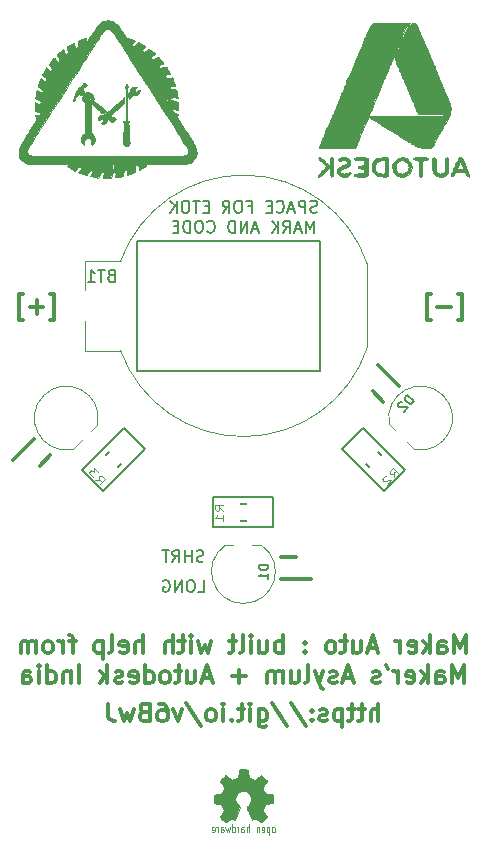
<source format=gbo>
%TF.GenerationSoftware,KiCad,Pcbnew,4.1.0-alpha+201607210716+6990~46~ubuntu15.10.1-product*%
%TF.CreationDate,2016-08-11T23:51:17+05:30*%
%TF.ProjectId,makerauto,6D616B65726175746F2E6B696361645F,rev?*%
%TF.FileFunction,Legend,Bot*%
%FSLAX46Y46*%
G04 Gerber Fmt 4.6, Leading zero omitted, Abs format (unit mm)*
G04 Created by KiCad (PCBNEW 4.1.0-alpha+201607210716+6990~46~ubuntu15.10.1-product) date Thu Aug 11 23:51:17 2016*
%MOMM*%
%LPD*%
G01*
G04 APERTURE LIST*
%ADD10C,0.050800*%
%ADD11C,0.200000*%
%ADD12C,0.300000*%
%ADD13C,0.101600*%
%ADD14C,0.075000*%
%ADD15C,0.002540*%
%ADD16C,0.203200*%
%ADD17C,0.127000*%
%ADD18C,0.010000*%
%ADD19C,0.150000*%
%ADD20C,0.114300*%
%ADD21C,2.900000*%
%ADD22C,6.496000*%
%ADD23O,2.600000X2.200000*%
%ADD24C,2.200000*%
%ADD25C,2.400000*%
%ADD26R,1.400000X1.850000*%
G04 APERTURE END LIST*
D10*
D11*
X91000000Y-96000000D02*
X91000000Y-85000000D01*
X106500000Y-96000000D02*
X91000000Y-96000000D01*
X106500000Y-85000000D02*
X106500000Y-96000000D01*
X91000000Y-85000000D02*
X106500000Y-85000000D01*
X106238095Y-82554761D02*
X106095238Y-82602380D01*
X105857142Y-82602380D01*
X105761904Y-82554761D01*
X105714285Y-82507142D01*
X105666666Y-82411904D01*
X105666666Y-82316666D01*
X105714285Y-82221428D01*
X105761904Y-82173809D01*
X105857142Y-82126190D01*
X106047619Y-82078571D01*
X106142857Y-82030952D01*
X106190476Y-81983333D01*
X106238095Y-81888095D01*
X106238095Y-81792857D01*
X106190476Y-81697619D01*
X106142857Y-81650000D01*
X106047619Y-81602380D01*
X105809523Y-81602380D01*
X105666666Y-81650000D01*
X105238095Y-82602380D02*
X105238095Y-81602380D01*
X104857142Y-81602380D01*
X104761904Y-81650000D01*
X104714285Y-81697619D01*
X104666666Y-81792857D01*
X104666666Y-81935714D01*
X104714285Y-82030952D01*
X104761904Y-82078571D01*
X104857142Y-82126190D01*
X105238095Y-82126190D01*
X104285714Y-82316666D02*
X103809523Y-82316666D01*
X104380952Y-82602380D02*
X104047619Y-81602380D01*
X103714285Y-82602380D01*
X102809523Y-82507142D02*
X102857142Y-82554761D01*
X103000000Y-82602380D01*
X103095238Y-82602380D01*
X103238095Y-82554761D01*
X103333333Y-82459523D01*
X103380952Y-82364285D01*
X103428571Y-82173809D01*
X103428571Y-82030952D01*
X103380952Y-81840476D01*
X103333333Y-81745238D01*
X103238095Y-81650000D01*
X103095238Y-81602380D01*
X103000000Y-81602380D01*
X102857142Y-81650000D01*
X102809523Y-81697619D01*
X102380952Y-82078571D02*
X102047619Y-82078571D01*
X101904761Y-82602380D02*
X102380952Y-82602380D01*
X102380952Y-81602380D01*
X101904761Y-81602380D01*
X100380952Y-82078571D02*
X100714285Y-82078571D01*
X100714285Y-82602380D02*
X100714285Y-81602380D01*
X100238095Y-81602380D01*
X99666666Y-81602380D02*
X99476190Y-81602380D01*
X99380952Y-81650000D01*
X99285714Y-81745238D01*
X99238095Y-81935714D01*
X99238095Y-82269047D01*
X99285714Y-82459523D01*
X99380952Y-82554761D01*
X99476190Y-82602380D01*
X99666666Y-82602380D01*
X99761904Y-82554761D01*
X99857142Y-82459523D01*
X99904761Y-82269047D01*
X99904761Y-81935714D01*
X99857142Y-81745238D01*
X99761904Y-81650000D01*
X99666666Y-81602380D01*
X98238095Y-82602380D02*
X98571428Y-82126190D01*
X98809523Y-82602380D02*
X98809523Y-81602380D01*
X98428571Y-81602380D01*
X98333333Y-81650000D01*
X98285714Y-81697619D01*
X98238095Y-81792857D01*
X98238095Y-81935714D01*
X98285714Y-82030952D01*
X98333333Y-82078571D01*
X98428571Y-82126190D01*
X98809523Y-82126190D01*
X97047619Y-82078571D02*
X96714285Y-82078571D01*
X96571428Y-82602380D02*
X97047619Y-82602380D01*
X97047619Y-81602380D01*
X96571428Y-81602380D01*
X96285714Y-81602380D02*
X95714285Y-81602380D01*
X96000000Y-82602380D02*
X96000000Y-81602380D01*
X95190476Y-81602380D02*
X95000000Y-81602380D01*
X94904761Y-81650000D01*
X94809523Y-81745238D01*
X94761904Y-81935714D01*
X94761904Y-82269047D01*
X94809523Y-82459523D01*
X94904761Y-82554761D01*
X95000000Y-82602380D01*
X95190476Y-82602380D01*
X95285714Y-82554761D01*
X95380952Y-82459523D01*
X95428571Y-82269047D01*
X95428571Y-81935714D01*
X95380952Y-81745238D01*
X95285714Y-81650000D01*
X95190476Y-81602380D01*
X94333333Y-82602380D02*
X94333333Y-81602380D01*
X93761904Y-82602380D02*
X94190476Y-82030952D01*
X93761904Y-81602380D02*
X94333333Y-82173809D01*
X105952380Y-84302380D02*
X105952380Y-83302380D01*
X105619047Y-84016666D01*
X105285714Y-83302380D01*
X105285714Y-84302380D01*
X104857142Y-84016666D02*
X104380952Y-84016666D01*
X104952380Y-84302380D02*
X104619047Y-83302380D01*
X104285714Y-84302380D01*
X103380952Y-84302380D02*
X103714285Y-83826190D01*
X103952380Y-84302380D02*
X103952380Y-83302380D01*
X103571428Y-83302380D01*
X103476190Y-83350000D01*
X103428571Y-83397619D01*
X103380952Y-83492857D01*
X103380952Y-83635714D01*
X103428571Y-83730952D01*
X103476190Y-83778571D01*
X103571428Y-83826190D01*
X103952380Y-83826190D01*
X102952380Y-84302380D02*
X102952380Y-83302380D01*
X102380952Y-84302380D02*
X102809523Y-83730952D01*
X102380952Y-83302380D02*
X102952380Y-83873809D01*
X101238095Y-84016666D02*
X100761904Y-84016666D01*
X101333333Y-84302380D02*
X101000000Y-83302380D01*
X100666666Y-84302380D01*
X100333333Y-84302380D02*
X100333333Y-83302380D01*
X99761904Y-84302380D01*
X99761904Y-83302380D01*
X99285714Y-84302380D02*
X99285714Y-83302380D01*
X99047619Y-83302380D01*
X98904761Y-83350000D01*
X98809523Y-83445238D01*
X98761904Y-83540476D01*
X98714285Y-83730952D01*
X98714285Y-83873809D01*
X98761904Y-84064285D01*
X98809523Y-84159523D01*
X98904761Y-84254761D01*
X99047619Y-84302380D01*
X99285714Y-84302380D01*
X96952380Y-84207142D02*
X97000000Y-84254761D01*
X97142857Y-84302380D01*
X97238095Y-84302380D01*
X97380952Y-84254761D01*
X97476190Y-84159523D01*
X97523809Y-84064285D01*
X97571428Y-83873809D01*
X97571428Y-83730952D01*
X97523809Y-83540476D01*
X97476190Y-83445238D01*
X97380952Y-83350000D01*
X97238095Y-83302380D01*
X97142857Y-83302380D01*
X97000000Y-83350000D01*
X96952380Y-83397619D01*
X96333333Y-83302380D02*
X96142857Y-83302380D01*
X96047619Y-83350000D01*
X95952380Y-83445238D01*
X95904761Y-83635714D01*
X95904761Y-83969047D01*
X95952380Y-84159523D01*
X96047619Y-84254761D01*
X96142857Y-84302380D01*
X96333333Y-84302380D01*
X96428571Y-84254761D01*
X96523809Y-84159523D01*
X96571428Y-83969047D01*
X96571428Y-83635714D01*
X96523809Y-83445238D01*
X96428571Y-83350000D01*
X96333333Y-83302380D01*
X95476190Y-84302380D02*
X95476190Y-83302380D01*
X95238095Y-83302380D01*
X95095238Y-83350000D01*
X95000000Y-83445238D01*
X94952380Y-83540476D01*
X94904761Y-83730952D01*
X94904761Y-83873809D01*
X94952380Y-84064285D01*
X95000000Y-84159523D01*
X95095238Y-84254761D01*
X95238095Y-84302380D01*
X95476190Y-84302380D01*
X94476190Y-83778571D02*
X94142857Y-83778571D01*
X94000000Y-84302380D02*
X94476190Y-84302380D01*
X94476190Y-83302380D01*
X94000000Y-83302380D01*
D12*
X118142857Y-91678571D02*
X118500000Y-91678571D01*
X118500000Y-89535714D01*
X118142857Y-89535714D01*
X117571428Y-90607142D02*
X116428571Y-90607142D01*
X115857142Y-91678571D02*
X115500000Y-91678571D01*
X115500000Y-89535714D01*
X115857142Y-89535714D01*
X83642857Y-91678571D02*
X84000000Y-91678571D01*
X84000000Y-89535714D01*
X83642857Y-89535714D01*
X83071428Y-90607142D02*
X81928571Y-90607142D01*
X82500000Y-91178571D02*
X82500000Y-90035714D01*
X81357142Y-91678571D02*
X81000000Y-91678571D01*
X81000000Y-89535714D01*
X81357142Y-89535714D01*
X118857142Y-119903571D02*
X118857142Y-118403571D01*
X118357142Y-119475000D01*
X117857142Y-118403571D01*
X117857142Y-119903571D01*
X116500000Y-119903571D02*
X116500000Y-119117857D01*
X116571428Y-118975000D01*
X116714285Y-118903571D01*
X117000000Y-118903571D01*
X117142857Y-118975000D01*
X116500000Y-119832142D02*
X116642857Y-119903571D01*
X117000000Y-119903571D01*
X117142857Y-119832142D01*
X117214285Y-119689285D01*
X117214285Y-119546428D01*
X117142857Y-119403571D01*
X117000000Y-119332142D01*
X116642857Y-119332142D01*
X116500000Y-119260714D01*
X115785714Y-119903571D02*
X115785714Y-118403571D01*
X115642857Y-119332142D02*
X115214285Y-119903571D01*
X115214285Y-118903571D02*
X115785714Y-119475000D01*
X114000000Y-119832142D02*
X114142857Y-119903571D01*
X114428571Y-119903571D01*
X114571428Y-119832142D01*
X114642857Y-119689285D01*
X114642857Y-119117857D01*
X114571428Y-118975000D01*
X114428571Y-118903571D01*
X114142857Y-118903571D01*
X114000000Y-118975000D01*
X113928571Y-119117857D01*
X113928571Y-119260714D01*
X114642857Y-119403571D01*
X113285714Y-119903571D02*
X113285714Y-118903571D01*
X113285714Y-119189285D02*
X113214285Y-119046428D01*
X113142857Y-118975000D01*
X113000000Y-118903571D01*
X112857142Y-118903571D01*
X111285714Y-119475000D02*
X110571428Y-119475000D01*
X111428571Y-119903571D02*
X110928571Y-118403571D01*
X110428571Y-119903571D01*
X109285714Y-118903571D02*
X109285714Y-119903571D01*
X109928571Y-118903571D02*
X109928571Y-119689285D01*
X109857142Y-119832142D01*
X109714285Y-119903571D01*
X109500000Y-119903571D01*
X109357142Y-119832142D01*
X109285714Y-119760714D01*
X108785714Y-118903571D02*
X108214285Y-118903571D01*
X108571428Y-118403571D02*
X108571428Y-119689285D01*
X108500000Y-119832142D01*
X108357142Y-119903571D01*
X108214285Y-119903571D01*
X107500000Y-119903571D02*
X107642857Y-119832142D01*
X107714285Y-119760714D01*
X107785714Y-119617857D01*
X107785714Y-119189285D01*
X107714285Y-119046428D01*
X107642857Y-118975000D01*
X107500000Y-118903571D01*
X107285714Y-118903571D01*
X107142857Y-118975000D01*
X107071428Y-119046428D01*
X107000000Y-119189285D01*
X107000000Y-119617857D01*
X107071428Y-119760714D01*
X107142857Y-119832142D01*
X107285714Y-119903571D01*
X107500000Y-119903571D01*
X105214285Y-119760714D02*
X105142857Y-119832142D01*
X105214285Y-119903571D01*
X105285714Y-119832142D01*
X105214285Y-119760714D01*
X105214285Y-119903571D01*
X105214285Y-118975000D02*
X105142857Y-119046428D01*
X105214285Y-119117857D01*
X105285714Y-119046428D01*
X105214285Y-118975000D01*
X105214285Y-119117857D01*
X103357142Y-119903571D02*
X103357142Y-118403571D01*
X103357142Y-118975000D02*
X103214285Y-118903571D01*
X102928571Y-118903571D01*
X102785714Y-118975000D01*
X102714285Y-119046428D01*
X102642857Y-119189285D01*
X102642857Y-119617857D01*
X102714285Y-119760714D01*
X102785714Y-119832142D01*
X102928571Y-119903571D01*
X103214285Y-119903571D01*
X103357142Y-119832142D01*
X101357142Y-118903571D02*
X101357142Y-119903571D01*
X102000000Y-118903571D02*
X102000000Y-119689285D01*
X101928571Y-119832142D01*
X101785714Y-119903571D01*
X101571428Y-119903571D01*
X101428571Y-119832142D01*
X101357142Y-119760714D01*
X100642857Y-119903571D02*
X100642857Y-118903571D01*
X100642857Y-118403571D02*
X100714285Y-118475000D01*
X100642857Y-118546428D01*
X100571428Y-118475000D01*
X100642857Y-118403571D01*
X100642857Y-118546428D01*
X99714285Y-119903571D02*
X99857142Y-119832142D01*
X99928571Y-119689285D01*
X99928571Y-118403571D01*
X99357142Y-118903571D02*
X98785714Y-118903571D01*
X99142857Y-118403571D02*
X99142857Y-119689285D01*
X99071428Y-119832142D01*
X98928571Y-119903571D01*
X98785714Y-119903571D01*
X97285714Y-118903571D02*
X97000000Y-119903571D01*
X96714285Y-119189285D01*
X96428571Y-119903571D01*
X96142857Y-118903571D01*
X95571428Y-119903571D02*
X95571428Y-118903571D01*
X95571428Y-118403571D02*
X95642857Y-118475000D01*
X95571428Y-118546428D01*
X95500000Y-118475000D01*
X95571428Y-118403571D01*
X95571428Y-118546428D01*
X95071428Y-118903571D02*
X94500000Y-118903571D01*
X94857142Y-118403571D02*
X94857142Y-119689285D01*
X94785714Y-119832142D01*
X94642857Y-119903571D01*
X94500000Y-119903571D01*
X94000000Y-119903571D02*
X94000000Y-118403571D01*
X93357142Y-119903571D02*
X93357142Y-119117857D01*
X93428571Y-118975000D01*
X93571428Y-118903571D01*
X93785714Y-118903571D01*
X93928571Y-118975000D01*
X94000000Y-119046428D01*
X91500000Y-119903571D02*
X91500000Y-118403571D01*
X90857142Y-119903571D02*
X90857142Y-119117857D01*
X90928571Y-118975000D01*
X91071428Y-118903571D01*
X91285714Y-118903571D01*
X91428571Y-118975000D01*
X91500000Y-119046428D01*
X89571428Y-119832142D02*
X89714285Y-119903571D01*
X90000000Y-119903571D01*
X90142857Y-119832142D01*
X90214285Y-119689285D01*
X90214285Y-119117857D01*
X90142857Y-118975000D01*
X90000000Y-118903571D01*
X89714285Y-118903571D01*
X89571428Y-118975000D01*
X89500000Y-119117857D01*
X89500000Y-119260714D01*
X90214285Y-119403571D01*
X88642857Y-119903571D02*
X88785714Y-119832142D01*
X88857142Y-119689285D01*
X88857142Y-118403571D01*
X88071428Y-118903571D02*
X88071428Y-120403571D01*
X88071428Y-118975000D02*
X87928571Y-118903571D01*
X87642857Y-118903571D01*
X87500000Y-118975000D01*
X87428571Y-119046428D01*
X87357142Y-119189285D01*
X87357142Y-119617857D01*
X87428571Y-119760714D01*
X87500000Y-119832142D01*
X87642857Y-119903571D01*
X87928571Y-119903571D01*
X88071428Y-119832142D01*
X85785714Y-118903571D02*
X85214285Y-118903571D01*
X85571428Y-119903571D02*
X85571428Y-118617857D01*
X85500000Y-118475000D01*
X85357142Y-118403571D01*
X85214285Y-118403571D01*
X84714285Y-119903571D02*
X84714285Y-118903571D01*
X84714285Y-119189285D02*
X84642857Y-119046428D01*
X84571428Y-118975000D01*
X84428571Y-118903571D01*
X84285714Y-118903571D01*
X83571428Y-119903571D02*
X83714285Y-119832142D01*
X83785714Y-119760714D01*
X83857142Y-119617857D01*
X83857142Y-119189285D01*
X83785714Y-119046428D01*
X83714285Y-118975000D01*
X83571428Y-118903571D01*
X83357142Y-118903571D01*
X83214285Y-118975000D01*
X83142857Y-119046428D01*
X83071428Y-119189285D01*
X83071428Y-119617857D01*
X83142857Y-119760714D01*
X83214285Y-119832142D01*
X83357142Y-119903571D01*
X83571428Y-119903571D01*
X82428571Y-119903571D02*
X82428571Y-118903571D01*
X82428571Y-119046428D02*
X82357142Y-118975000D01*
X82214285Y-118903571D01*
X82000000Y-118903571D01*
X81857142Y-118975000D01*
X81785714Y-119117857D01*
X81785714Y-119903571D01*
X81785714Y-119117857D02*
X81714285Y-118975000D01*
X81571428Y-118903571D01*
X81357142Y-118903571D01*
X81214285Y-118975000D01*
X81142857Y-119117857D01*
X81142857Y-119903571D01*
X118678571Y-122453571D02*
X118678571Y-120953571D01*
X118178571Y-122025000D01*
X117678571Y-120953571D01*
X117678571Y-122453571D01*
X116321428Y-122453571D02*
X116321428Y-121667857D01*
X116392857Y-121525000D01*
X116535714Y-121453571D01*
X116821428Y-121453571D01*
X116964285Y-121525000D01*
X116321428Y-122382142D02*
X116464285Y-122453571D01*
X116821428Y-122453571D01*
X116964285Y-122382142D01*
X117035714Y-122239285D01*
X117035714Y-122096428D01*
X116964285Y-121953571D01*
X116821428Y-121882142D01*
X116464285Y-121882142D01*
X116321428Y-121810714D01*
X115607142Y-122453571D02*
X115607142Y-120953571D01*
X115464285Y-121882142D02*
X115035714Y-122453571D01*
X115035714Y-121453571D02*
X115607142Y-122025000D01*
X113821428Y-122382142D02*
X113964285Y-122453571D01*
X114250000Y-122453571D01*
X114392857Y-122382142D01*
X114464285Y-122239285D01*
X114464285Y-121667857D01*
X114392857Y-121525000D01*
X114250000Y-121453571D01*
X113964285Y-121453571D01*
X113821428Y-121525000D01*
X113750000Y-121667857D01*
X113750000Y-121810714D01*
X114464285Y-121953571D01*
X113107142Y-122453571D02*
X113107142Y-121453571D01*
X113107142Y-121739285D02*
X113035714Y-121596428D01*
X112964285Y-121525000D01*
X112821428Y-121453571D01*
X112678571Y-121453571D01*
X112107142Y-120953571D02*
X112249999Y-121239285D01*
X111535714Y-122382142D02*
X111392857Y-122453571D01*
X111107142Y-122453571D01*
X110964285Y-122382142D01*
X110892857Y-122239285D01*
X110892857Y-122167857D01*
X110964285Y-122025000D01*
X111107142Y-121953571D01*
X111321428Y-121953571D01*
X111464285Y-121882142D01*
X111535714Y-121739285D01*
X111535714Y-121667857D01*
X111464285Y-121525000D01*
X111321428Y-121453571D01*
X111107142Y-121453571D01*
X110964285Y-121525000D01*
X109178571Y-122025000D02*
X108464285Y-122025000D01*
X109321428Y-122453571D02*
X108821428Y-120953571D01*
X108321428Y-122453571D01*
X107892857Y-122382142D02*
X107750000Y-122453571D01*
X107464285Y-122453571D01*
X107321428Y-122382142D01*
X107250000Y-122239285D01*
X107250000Y-122167857D01*
X107321428Y-122025000D01*
X107464285Y-121953571D01*
X107678571Y-121953571D01*
X107821428Y-121882142D01*
X107892857Y-121739285D01*
X107892857Y-121667857D01*
X107821428Y-121525000D01*
X107678571Y-121453571D01*
X107464285Y-121453571D01*
X107321428Y-121525000D01*
X106750000Y-121453571D02*
X106392857Y-122453571D01*
X106035714Y-121453571D02*
X106392857Y-122453571D01*
X106535714Y-122810714D01*
X106607142Y-122882142D01*
X106750000Y-122953571D01*
X105250000Y-122453571D02*
X105392857Y-122382142D01*
X105464285Y-122239285D01*
X105464285Y-120953571D01*
X104035714Y-121453571D02*
X104035714Y-122453571D01*
X104678571Y-121453571D02*
X104678571Y-122239285D01*
X104607142Y-122382142D01*
X104464285Y-122453571D01*
X104250000Y-122453571D01*
X104107142Y-122382142D01*
X104035714Y-122310714D01*
X103321428Y-122453571D02*
X103321428Y-121453571D01*
X103321428Y-121596428D02*
X103250000Y-121525000D01*
X103107142Y-121453571D01*
X102892857Y-121453571D01*
X102750000Y-121525000D01*
X102678571Y-121667857D01*
X102678571Y-122453571D01*
X102678571Y-121667857D02*
X102607142Y-121525000D01*
X102464285Y-121453571D01*
X102250000Y-121453571D01*
X102107142Y-121525000D01*
X102035714Y-121667857D01*
X102035714Y-122453571D01*
X100178571Y-121882142D02*
X99035714Y-121882142D01*
X99607142Y-122453571D02*
X99607142Y-121310714D01*
X97250000Y-122025000D02*
X96535714Y-122025000D01*
X97392857Y-122453571D02*
X96892857Y-120953571D01*
X96392857Y-122453571D01*
X95250000Y-121453571D02*
X95250000Y-122453571D01*
X95892857Y-121453571D02*
X95892857Y-122239285D01*
X95821428Y-122382142D01*
X95678571Y-122453571D01*
X95464285Y-122453571D01*
X95321428Y-122382142D01*
X95250000Y-122310714D01*
X94750000Y-121453571D02*
X94178571Y-121453571D01*
X94535714Y-120953571D02*
X94535714Y-122239285D01*
X94464285Y-122382142D01*
X94321428Y-122453571D01*
X94178571Y-122453571D01*
X93464285Y-122453571D02*
X93607142Y-122382142D01*
X93678571Y-122310714D01*
X93750000Y-122167857D01*
X93750000Y-121739285D01*
X93678571Y-121596428D01*
X93607142Y-121525000D01*
X93464285Y-121453571D01*
X93250000Y-121453571D01*
X93107142Y-121525000D01*
X93035714Y-121596428D01*
X92964285Y-121739285D01*
X92964285Y-122167857D01*
X93035714Y-122310714D01*
X93107142Y-122382142D01*
X93250000Y-122453571D01*
X93464285Y-122453571D01*
X91678571Y-122453571D02*
X91678571Y-120953571D01*
X91678571Y-122382142D02*
X91821428Y-122453571D01*
X92107142Y-122453571D01*
X92250000Y-122382142D01*
X92321428Y-122310714D01*
X92392857Y-122167857D01*
X92392857Y-121739285D01*
X92321428Y-121596428D01*
X92250000Y-121525000D01*
X92107142Y-121453571D01*
X91821428Y-121453571D01*
X91678571Y-121525000D01*
X90392857Y-122382142D02*
X90535714Y-122453571D01*
X90821428Y-122453571D01*
X90964285Y-122382142D01*
X91035714Y-122239285D01*
X91035714Y-121667857D01*
X90964285Y-121525000D01*
X90821428Y-121453571D01*
X90535714Y-121453571D01*
X90392857Y-121525000D01*
X90321428Y-121667857D01*
X90321428Y-121810714D01*
X91035714Y-121953571D01*
X89750000Y-122382142D02*
X89607142Y-122453571D01*
X89321428Y-122453571D01*
X89178571Y-122382142D01*
X89107142Y-122239285D01*
X89107142Y-122167857D01*
X89178571Y-122025000D01*
X89321428Y-121953571D01*
X89535714Y-121953571D01*
X89678571Y-121882142D01*
X89750000Y-121739285D01*
X89750000Y-121667857D01*
X89678571Y-121525000D01*
X89535714Y-121453571D01*
X89321428Y-121453571D01*
X89178571Y-121525000D01*
X88464285Y-122453571D02*
X88464285Y-120953571D01*
X88321428Y-121882142D02*
X87892857Y-122453571D01*
X87892857Y-121453571D02*
X88464285Y-122025000D01*
X86107142Y-122453571D02*
X86107142Y-120953571D01*
X85392857Y-121453571D02*
X85392857Y-122453571D01*
X85392857Y-121596428D02*
X85321428Y-121525000D01*
X85178571Y-121453571D01*
X84964285Y-121453571D01*
X84821428Y-121525000D01*
X84750000Y-121667857D01*
X84750000Y-122453571D01*
X83392857Y-122453571D02*
X83392857Y-120953571D01*
X83392857Y-122382142D02*
X83535714Y-122453571D01*
X83821428Y-122453571D01*
X83964285Y-122382142D01*
X84035714Y-122310714D01*
X84107142Y-122167857D01*
X84107142Y-121739285D01*
X84035714Y-121596428D01*
X83964285Y-121525000D01*
X83821428Y-121453571D01*
X83535714Y-121453571D01*
X83392857Y-121525000D01*
X82678571Y-122453571D02*
X82678571Y-121453571D01*
X82678571Y-120953571D02*
X82750000Y-121025000D01*
X82678571Y-121096428D01*
X82607142Y-121025000D01*
X82678571Y-120953571D01*
X82678571Y-121096428D01*
X81321428Y-122453571D02*
X81321428Y-121667857D01*
X81392857Y-121525000D01*
X81535714Y-121453571D01*
X81821428Y-121453571D01*
X81964285Y-121525000D01*
X81321428Y-122382142D02*
X81464285Y-122453571D01*
X81821428Y-122453571D01*
X81964285Y-122382142D01*
X82035714Y-122239285D01*
X82035714Y-122096428D01*
X81964285Y-121953571D01*
X81821428Y-121882142D01*
X81464285Y-121882142D01*
X81321428Y-121810714D01*
X111428571Y-125678571D02*
X111428571Y-124178571D01*
X110785714Y-125678571D02*
X110785714Y-124892857D01*
X110857142Y-124750000D01*
X111000000Y-124678571D01*
X111214285Y-124678571D01*
X111357142Y-124750000D01*
X111428571Y-124821428D01*
X110285714Y-124678571D02*
X109714285Y-124678571D01*
X110071428Y-124178571D02*
X110071428Y-125464285D01*
X110000000Y-125607142D01*
X109857142Y-125678571D01*
X109714285Y-125678571D01*
X109428571Y-124678571D02*
X108857142Y-124678571D01*
X109214285Y-124178571D02*
X109214285Y-125464285D01*
X109142857Y-125607142D01*
X109000000Y-125678571D01*
X108857142Y-125678571D01*
X108357142Y-124678571D02*
X108357142Y-126178571D01*
X108357142Y-124750000D02*
X108214285Y-124678571D01*
X107928571Y-124678571D01*
X107785714Y-124750000D01*
X107714285Y-124821428D01*
X107642857Y-124964285D01*
X107642857Y-125392857D01*
X107714285Y-125535714D01*
X107785714Y-125607142D01*
X107928571Y-125678571D01*
X108214285Y-125678571D01*
X108357142Y-125607142D01*
X107071428Y-125607142D02*
X106928571Y-125678571D01*
X106642857Y-125678571D01*
X106500000Y-125607142D01*
X106428571Y-125464285D01*
X106428571Y-125392857D01*
X106500000Y-125250000D01*
X106642857Y-125178571D01*
X106857142Y-125178571D01*
X107000000Y-125107142D01*
X107071428Y-124964285D01*
X107071428Y-124892857D01*
X107000000Y-124750000D01*
X106857142Y-124678571D01*
X106642857Y-124678571D01*
X106500000Y-124750000D01*
X105785714Y-125535714D02*
X105714285Y-125607142D01*
X105785714Y-125678571D01*
X105857142Y-125607142D01*
X105785714Y-125535714D01*
X105785714Y-125678571D01*
X105785714Y-124750000D02*
X105714285Y-124821428D01*
X105785714Y-124892857D01*
X105857142Y-124821428D01*
X105785714Y-124750000D01*
X105785714Y-124892857D01*
X104000000Y-124107142D02*
X105285714Y-126035714D01*
X102428571Y-124107142D02*
X103714285Y-126035714D01*
X101285714Y-124678571D02*
X101285714Y-125892857D01*
X101357142Y-126035714D01*
X101428571Y-126107142D01*
X101571428Y-126178571D01*
X101785714Y-126178571D01*
X101928571Y-126107142D01*
X101285714Y-125607142D02*
X101428571Y-125678571D01*
X101714285Y-125678571D01*
X101857142Y-125607142D01*
X101928571Y-125535714D01*
X102000000Y-125392857D01*
X102000000Y-124964285D01*
X101928571Y-124821428D01*
X101857142Y-124750000D01*
X101714285Y-124678571D01*
X101428571Y-124678571D01*
X101285714Y-124750000D01*
X100571428Y-125678571D02*
X100571428Y-124678571D01*
X100571428Y-124178571D02*
X100642857Y-124250000D01*
X100571428Y-124321428D01*
X100500000Y-124250000D01*
X100571428Y-124178571D01*
X100571428Y-124321428D01*
X100071428Y-124678571D02*
X99500000Y-124678571D01*
X99857142Y-124178571D02*
X99857142Y-125464285D01*
X99785714Y-125607142D01*
X99642857Y-125678571D01*
X99500000Y-125678571D01*
X99000000Y-125535714D02*
X98928571Y-125607142D01*
X99000000Y-125678571D01*
X99071428Y-125607142D01*
X99000000Y-125535714D01*
X99000000Y-125678571D01*
X98285714Y-125678571D02*
X98285714Y-124678571D01*
X98285714Y-124178571D02*
X98357142Y-124250000D01*
X98285714Y-124321428D01*
X98214285Y-124250000D01*
X98285714Y-124178571D01*
X98285714Y-124321428D01*
X97357142Y-125678571D02*
X97500000Y-125607142D01*
X97571428Y-125535714D01*
X97642857Y-125392857D01*
X97642857Y-124964285D01*
X97571428Y-124821428D01*
X97500000Y-124750000D01*
X97357142Y-124678571D01*
X97142857Y-124678571D01*
X97000000Y-124750000D01*
X96928571Y-124821428D01*
X96857142Y-124964285D01*
X96857142Y-125392857D01*
X96928571Y-125535714D01*
X97000000Y-125607142D01*
X97142857Y-125678571D01*
X97357142Y-125678571D01*
X95142857Y-124107142D02*
X96428571Y-126035714D01*
X94785714Y-124678571D02*
X94428571Y-125678571D01*
X94071428Y-124678571D01*
X92857142Y-124178571D02*
X93142857Y-124178571D01*
X93285714Y-124250000D01*
X93357142Y-124321428D01*
X93500000Y-124535714D01*
X93571428Y-124821428D01*
X93571428Y-125392857D01*
X93500000Y-125535714D01*
X93428571Y-125607142D01*
X93285714Y-125678571D01*
X93000000Y-125678571D01*
X92857142Y-125607142D01*
X92785714Y-125535714D01*
X92714285Y-125392857D01*
X92714285Y-125035714D01*
X92785714Y-124892857D01*
X92857142Y-124821428D01*
X93000000Y-124750000D01*
X93285714Y-124750000D01*
X93428571Y-124821428D01*
X93500000Y-124892857D01*
X93571428Y-125035714D01*
X91571428Y-124892857D02*
X91357142Y-124964285D01*
X91285714Y-125035714D01*
X91214285Y-125178571D01*
X91214285Y-125392857D01*
X91285714Y-125535714D01*
X91357142Y-125607142D01*
X91500000Y-125678571D01*
X92071428Y-125678571D01*
X92071428Y-124178571D01*
X91571428Y-124178571D01*
X91428571Y-124250000D01*
X91357142Y-124321428D01*
X91285714Y-124464285D01*
X91285714Y-124607142D01*
X91357142Y-124750000D01*
X91428571Y-124821428D01*
X91571428Y-124892857D01*
X92071428Y-124892857D01*
X90714285Y-124678571D02*
X90428571Y-125678571D01*
X90142857Y-124964285D01*
X89857142Y-125678571D01*
X89571428Y-124678571D01*
X88571428Y-124178571D02*
X88571428Y-125250000D01*
X88642857Y-125464285D01*
X88785714Y-125607142D01*
X89000000Y-125678571D01*
X89142857Y-125678571D01*
D13*
X110504284Y-94001430D02*
G75*
G02X89600000Y-94300000I-10504284J3501430D01*
G01*
X89604242Y-86701550D02*
G75*
G02X110500000Y-87000000I10395758J-3798450D01*
G01*
X89600000Y-94300000D02*
X86600000Y-94300000D01*
X86600000Y-94300000D02*
X86600000Y-86700000D01*
X86600000Y-86700000D02*
X89600000Y-86700000D01*
X110500000Y-94000000D02*
X110500000Y-87000000D01*
D14*
X97840000Y-134620000D02*
X97840000Y-135080000D01*
X97750000Y-134620000D02*
X97700000Y-134620000D01*
X97800000Y-134650000D02*
X97750000Y-134620000D01*
X97820000Y-134670000D02*
X97800000Y-134650000D01*
X97840000Y-134740000D02*
X97820000Y-134670000D01*
X97400000Y-135080000D02*
X97350000Y-135050000D01*
X97500000Y-135080000D02*
X97400000Y-135080000D01*
X97540000Y-135050000D02*
X97500000Y-135080000D01*
X97560000Y-134980000D02*
X97540000Y-135050000D01*
X97560000Y-134710000D02*
X97560000Y-134980000D01*
X97530000Y-134650000D02*
X97560000Y-134710000D01*
X97490000Y-134620000D02*
X97530000Y-134650000D01*
X97390000Y-134620000D02*
X97490000Y-134620000D01*
X97350000Y-134660000D02*
X97390000Y-134620000D01*
X97330000Y-134730000D02*
X97350000Y-134660000D01*
X97330000Y-134850000D02*
X97330000Y-134730000D01*
X97330000Y-134850000D02*
X97560000Y-134850000D01*
X98080000Y-134710000D02*
X98080000Y-135080000D01*
X98110000Y-134650000D02*
X98080000Y-134710000D01*
X98150000Y-134620000D02*
X98110000Y-134650000D01*
X98250000Y-134620000D02*
X98150000Y-134620000D01*
X98300000Y-134650000D02*
X98250000Y-134620000D01*
X98240000Y-134810000D02*
X98290000Y-134840000D01*
X98120000Y-134810000D02*
X98240000Y-134810000D01*
X98080000Y-134780000D02*
X98120000Y-134810000D01*
X98130000Y-135080000D02*
X98080000Y-135040000D01*
X98250000Y-135080000D02*
X98130000Y-135080000D01*
X98300000Y-135040000D02*
X98250000Y-135080000D01*
X98320000Y-134980000D02*
X98300000Y-135040000D01*
X98320000Y-134910000D02*
X98320000Y-134980000D01*
X98290000Y-134840000D02*
X98320000Y-134910000D01*
X98870000Y-134620000D02*
X98770000Y-135080000D01*
X98770000Y-135080000D02*
X98680000Y-134740000D01*
X98680000Y-134740000D02*
X98580000Y-135080000D01*
X98580000Y-135080000D02*
X98480000Y-134620000D01*
X99060000Y-135050000D02*
X99100000Y-135080000D01*
X99100000Y-135080000D02*
X99210000Y-135080000D01*
X99210000Y-135080000D02*
X99250000Y-135050000D01*
X99250000Y-135050000D02*
X99270000Y-135020000D01*
X99270000Y-135020000D02*
X99300000Y-134950000D01*
X99300000Y-134950000D02*
X99300000Y-134750000D01*
X99300000Y-134750000D02*
X99270000Y-134680000D01*
X99270000Y-134680000D02*
X99250000Y-134650000D01*
X99250000Y-134650000D02*
X99190000Y-134610000D01*
X99190000Y-134610000D02*
X99120000Y-134610000D01*
X99120000Y-134610000D02*
X99060000Y-134650000D01*
X99060000Y-134380000D02*
X99060000Y-135080000D01*
X99580000Y-134740000D02*
X99560000Y-134670000D01*
X99560000Y-134670000D02*
X99540000Y-134650000D01*
X99540000Y-134650000D02*
X99490000Y-134620000D01*
X99490000Y-134620000D02*
X99440000Y-134620000D01*
X99580000Y-134620000D02*
X99580000Y-135080000D01*
X100030000Y-134840000D02*
X100060000Y-134910000D01*
X100060000Y-134910000D02*
X100060000Y-134980000D01*
X100060000Y-134980000D02*
X100040000Y-135040000D01*
X100040000Y-135040000D02*
X99990000Y-135080000D01*
X99990000Y-135080000D02*
X99870000Y-135080000D01*
X99870000Y-135080000D02*
X99820000Y-135040000D01*
X99820000Y-134780000D02*
X99860000Y-134810000D01*
X99860000Y-134810000D02*
X99980000Y-134810000D01*
X99980000Y-134810000D02*
X100030000Y-134840000D01*
X100040000Y-134650000D02*
X99990000Y-134620000D01*
X99990000Y-134620000D02*
X99890000Y-134620000D01*
X99890000Y-134620000D02*
X99850000Y-134650000D01*
X99850000Y-134650000D02*
X99820000Y-134710000D01*
X99820000Y-134710000D02*
X99820000Y-135080000D01*
X100490000Y-134690000D02*
X100470000Y-134650000D01*
X100470000Y-134650000D02*
X100420000Y-134620000D01*
X100420000Y-134620000D02*
X100340000Y-134620000D01*
X100340000Y-134620000D02*
X100300000Y-134650000D01*
X100300000Y-134650000D02*
X100280000Y-134710000D01*
X100280000Y-134710000D02*
X100280000Y-135080000D01*
X100490000Y-134380000D02*
X100490000Y-135080000D01*
X101540000Y-134850000D02*
X101770000Y-134850000D01*
X101320000Y-134680000D02*
X101300000Y-134650000D01*
X101300000Y-134650000D02*
X101260000Y-134620000D01*
X101260000Y-134620000D02*
X101170000Y-134620000D01*
X101170000Y-134620000D02*
X101130000Y-134650000D01*
X101130000Y-134650000D02*
X101110000Y-134710000D01*
X101110000Y-134710000D02*
X101110000Y-135080000D01*
X101320000Y-134620000D02*
X101320000Y-135080000D01*
X101540000Y-134850000D02*
X101540000Y-134730000D01*
X101540000Y-134730000D02*
X101560000Y-134660000D01*
X101560000Y-134660000D02*
X101600000Y-134620000D01*
X101600000Y-134620000D02*
X101700000Y-134620000D01*
X101700000Y-134620000D02*
X101740000Y-134650000D01*
X101740000Y-134650000D02*
X101770000Y-134710000D01*
X101770000Y-134710000D02*
X101770000Y-134980000D01*
X101770000Y-134980000D02*
X101750000Y-135050000D01*
X101750000Y-135050000D02*
X101710000Y-135080000D01*
X101710000Y-135080000D02*
X101610000Y-135080000D01*
X101610000Y-135080000D02*
X101560000Y-135050000D01*
X102200000Y-134650000D02*
X102160000Y-134620000D01*
X102160000Y-134620000D02*
X102060000Y-134620000D01*
X102060000Y-134620000D02*
X102020000Y-134650000D01*
X102020000Y-134650000D02*
X101990000Y-134680000D01*
X101990000Y-134680000D02*
X101970000Y-134740000D01*
X101970000Y-134740000D02*
X101970000Y-134960000D01*
X101970000Y-134960000D02*
X101990000Y-135020000D01*
X101990000Y-135020000D02*
X102010000Y-135050000D01*
X102010000Y-135050000D02*
X102050000Y-135080000D01*
X102050000Y-135080000D02*
X102150000Y-135080000D01*
X102150000Y-135080000D02*
X102200000Y-135050000D01*
X102200000Y-135320000D02*
X102200000Y-134620000D01*
X102510000Y-134620000D02*
X102590000Y-134620000D01*
X102590000Y-134620000D02*
X102630000Y-134650000D01*
X102630000Y-134650000D02*
X102650000Y-134680000D01*
X102650000Y-134680000D02*
X102680000Y-134750000D01*
X102590000Y-135080000D02*
X102510000Y-135080000D01*
X102510000Y-135080000D02*
X102460000Y-135050000D01*
X102460000Y-135050000D02*
X102440000Y-135020000D01*
X102440000Y-135020000D02*
X102420000Y-134950000D01*
X102420000Y-134950000D02*
X102420000Y-134750000D01*
X102420000Y-134750000D02*
X102440000Y-134690000D01*
X102440000Y-134690000D02*
X102460000Y-134660000D01*
X102460000Y-134660000D02*
X102510000Y-134620000D01*
X102680000Y-134750000D02*
X102680000Y-134950000D01*
X102680000Y-134950000D02*
X102660000Y-135010000D01*
X102660000Y-135010000D02*
X102640000Y-135040000D01*
X102640000Y-135040000D02*
X102590000Y-135080000D01*
D15*
G36*
X101513840Y-134245360D02*
X101488440Y-134230120D01*
X101430020Y-134194560D01*
X101346200Y-134138680D01*
X101247140Y-134072640D01*
X101148080Y-134006600D01*
X101066800Y-133953260D01*
X101010920Y-133915160D01*
X100985520Y-133902460D01*
X100972820Y-133907540D01*
X100927100Y-133930400D01*
X100858520Y-133965960D01*
X100817880Y-133986280D01*
X100756920Y-134011680D01*
X100723900Y-134019300D01*
X100718820Y-134009140D01*
X100695960Y-133960880D01*
X100660400Y-133879600D01*
X100614680Y-133770380D01*
X100558800Y-133643380D01*
X100502920Y-133508760D01*
X100444500Y-133369060D01*
X100388620Y-133234440D01*
X100340360Y-133115060D01*
X100299720Y-133018540D01*
X100274320Y-132949960D01*
X100264160Y-132922020D01*
X100266700Y-132914400D01*
X100299720Y-132883920D01*
X100353060Y-132843280D01*
X100472440Y-132746760D01*
X100589280Y-132601980D01*
X100660400Y-132436880D01*
X100683260Y-132251460D01*
X100662940Y-132081280D01*
X100596900Y-131918720D01*
X100482600Y-131771400D01*
X100342900Y-131662180D01*
X100180340Y-131593600D01*
X100000000Y-131570740D01*
X99827280Y-131591060D01*
X99659640Y-131657100D01*
X99512320Y-131768860D01*
X99448820Y-131839980D01*
X99362460Y-131989840D01*
X99314200Y-132147320D01*
X99309120Y-132187960D01*
X99316740Y-132363220D01*
X99367540Y-132533400D01*
X99461520Y-132683260D01*
X99591060Y-132807720D01*
X99606300Y-132817880D01*
X99664720Y-132863600D01*
X99705360Y-132894080D01*
X99735840Y-132919480D01*
X99512320Y-133457960D01*
X99476760Y-133541780D01*
X99415800Y-133689100D01*
X99362460Y-133816100D01*
X99319280Y-133917700D01*
X99288800Y-133983740D01*
X99276100Y-134011680D01*
X99276100Y-134014220D01*
X99255780Y-134016760D01*
X99215140Y-134001520D01*
X99138940Y-133965960D01*
X99090680Y-133940560D01*
X99032260Y-133912620D01*
X99006860Y-133902460D01*
X98984000Y-133915160D01*
X98930660Y-133950720D01*
X98849380Y-134004060D01*
X98752860Y-134067560D01*
X98661420Y-134131060D01*
X98577600Y-134186940D01*
X98516640Y-134225040D01*
X98486160Y-134242820D01*
X98481080Y-134242820D01*
X98455680Y-134227580D01*
X98407420Y-134186940D01*
X98333760Y-134118360D01*
X98229620Y-134014220D01*
X98214380Y-133998980D01*
X98128020Y-133912620D01*
X98059440Y-133838960D01*
X98013720Y-133788160D01*
X97995940Y-133765300D01*
X97995940Y-133765300D01*
X98011180Y-133734820D01*
X98049280Y-133673860D01*
X98105160Y-133587500D01*
X98173740Y-133488440D01*
X98351540Y-133229360D01*
X98255020Y-132985520D01*
X98224540Y-132909320D01*
X98186440Y-132820420D01*
X98158500Y-132754380D01*
X98143260Y-132726440D01*
X98117860Y-132716280D01*
X98049280Y-132701040D01*
X97952760Y-132680720D01*
X97838460Y-132660400D01*
X97726700Y-132640080D01*
X97627640Y-132619760D01*
X97556520Y-132607060D01*
X97523500Y-132599440D01*
X97515880Y-132594360D01*
X97508260Y-132579120D01*
X97505720Y-132546100D01*
X97503180Y-132485140D01*
X97500640Y-132391160D01*
X97500640Y-132251460D01*
X97500640Y-132236220D01*
X97503180Y-132106680D01*
X97505720Y-132000000D01*
X97508260Y-131933960D01*
X97513340Y-131906020D01*
X97513340Y-131906020D01*
X97543820Y-131898400D01*
X97614940Y-131883160D01*
X97714000Y-131865380D01*
X97833380Y-131842520D01*
X97841000Y-131839980D01*
X97957840Y-131817120D01*
X98056900Y-131796800D01*
X98128020Y-131781560D01*
X98155960Y-131771400D01*
X98163580Y-131763780D01*
X98186440Y-131718060D01*
X98219460Y-131644400D01*
X98260100Y-131555500D01*
X98298200Y-131461520D01*
X98331220Y-131377700D01*
X98354080Y-131316740D01*
X98361700Y-131288800D01*
X98359160Y-131286260D01*
X98341380Y-131258320D01*
X98300740Y-131197360D01*
X98244860Y-131113540D01*
X98176280Y-131011940D01*
X98171200Y-131004320D01*
X98102620Y-130905260D01*
X98046740Y-130818900D01*
X98011180Y-130760480D01*
X97995940Y-130732540D01*
X97995940Y-130730000D01*
X98018800Y-130699520D01*
X98069600Y-130643640D01*
X98143260Y-130567440D01*
X98229620Y-130478540D01*
X98257560Y-130453140D01*
X98356620Y-130356620D01*
X98422660Y-130295660D01*
X98465840Y-130262640D01*
X98486160Y-130255020D01*
X98486160Y-130255020D01*
X98516640Y-130272800D01*
X98580140Y-130313440D01*
X98663960Y-130371860D01*
X98765560Y-130440440D01*
X98773180Y-130445520D01*
X98872240Y-130514100D01*
X98956060Y-130569980D01*
X99014480Y-130610620D01*
X99042420Y-130625860D01*
X99044960Y-130625860D01*
X99085600Y-130613160D01*
X99156720Y-130587760D01*
X99245620Y-130554740D01*
X99337060Y-130516640D01*
X99420880Y-130481080D01*
X99484380Y-130453140D01*
X99514860Y-130435360D01*
X99514860Y-130435360D01*
X99525020Y-130399800D01*
X99542800Y-130323600D01*
X99563120Y-130222000D01*
X99588520Y-130100080D01*
X99591060Y-130079760D01*
X99613920Y-129960380D01*
X99631700Y-129861320D01*
X99646940Y-129792740D01*
X99654560Y-129764800D01*
X99669800Y-129762260D01*
X99728220Y-129757180D01*
X99817120Y-129754640D01*
X99926340Y-129754640D01*
X100038100Y-129754640D01*
X100147320Y-129757180D01*
X100241300Y-129759720D01*
X100309880Y-129764800D01*
X100337820Y-129769880D01*
X100337820Y-129772420D01*
X100347980Y-129810520D01*
X100365760Y-129884180D01*
X100386080Y-129988320D01*
X100408940Y-130110240D01*
X100414020Y-130133100D01*
X100436880Y-130249940D01*
X100457200Y-130349000D01*
X100469900Y-130415040D01*
X100477520Y-130442980D01*
X100490220Y-130448060D01*
X100538480Y-130468380D01*
X100617220Y-130501400D01*
X100716280Y-130542040D01*
X100944880Y-130633480D01*
X101226820Y-130442980D01*
X101252220Y-130425200D01*
X101353820Y-130356620D01*
X101435100Y-130300740D01*
X101493520Y-130262640D01*
X101516380Y-130249940D01*
X101518920Y-130249940D01*
X101546860Y-130275340D01*
X101602740Y-130328680D01*
X101678940Y-130402340D01*
X101767840Y-130488700D01*
X101831340Y-130554740D01*
X101910080Y-130633480D01*
X101958340Y-130686820D01*
X101986280Y-130719840D01*
X101993900Y-130740160D01*
X101991360Y-130755400D01*
X101973580Y-130783340D01*
X101932940Y-130844300D01*
X101874520Y-130930660D01*
X101805940Y-131029720D01*
X101750060Y-131113540D01*
X101689100Y-131207520D01*
X101651000Y-131273560D01*
X101635760Y-131306580D01*
X101640840Y-131319280D01*
X101658620Y-131375160D01*
X101694180Y-131458980D01*
X101734820Y-131558040D01*
X101833880Y-131779020D01*
X101978660Y-131806960D01*
X102067560Y-131824740D01*
X102189480Y-131847600D01*
X102308860Y-131870460D01*
X102491740Y-131906020D01*
X102499360Y-132581660D01*
X102471420Y-132594360D01*
X102443480Y-132601980D01*
X102374900Y-132617220D01*
X102278380Y-132637540D01*
X102161540Y-132657860D01*
X102065020Y-132675640D01*
X101965960Y-132695960D01*
X101894840Y-132708660D01*
X101864360Y-132716280D01*
X101854200Y-132726440D01*
X101831340Y-132774700D01*
X101795780Y-132850900D01*
X101755140Y-132942340D01*
X101717040Y-133036320D01*
X101681480Y-133125220D01*
X101658620Y-133191260D01*
X101648460Y-133224280D01*
X101661160Y-133252220D01*
X101699260Y-133310640D01*
X101752600Y-133391920D01*
X101821180Y-133490980D01*
X101887220Y-133587500D01*
X101945640Y-133671320D01*
X101983740Y-133732280D01*
X102001520Y-133760220D01*
X101991360Y-133778000D01*
X101953260Y-133826260D01*
X101879600Y-133902460D01*
X101767840Y-134011680D01*
X101750060Y-134029460D01*
X101663700Y-134113280D01*
X101590040Y-134181860D01*
X101536700Y-134227580D01*
X101513840Y-134245360D01*
X101513840Y-134245360D01*
G37*
X101513840Y-134245360D02*
X101488440Y-134230120D01*
X101430020Y-134194560D01*
X101346200Y-134138680D01*
X101247140Y-134072640D01*
X101148080Y-134006600D01*
X101066800Y-133953260D01*
X101010920Y-133915160D01*
X100985520Y-133902460D01*
X100972820Y-133907540D01*
X100927100Y-133930400D01*
X100858520Y-133965960D01*
X100817880Y-133986280D01*
X100756920Y-134011680D01*
X100723900Y-134019300D01*
X100718820Y-134009140D01*
X100695960Y-133960880D01*
X100660400Y-133879600D01*
X100614680Y-133770380D01*
X100558800Y-133643380D01*
X100502920Y-133508760D01*
X100444500Y-133369060D01*
X100388620Y-133234440D01*
X100340360Y-133115060D01*
X100299720Y-133018540D01*
X100274320Y-132949960D01*
X100264160Y-132922020D01*
X100266700Y-132914400D01*
X100299720Y-132883920D01*
X100353060Y-132843280D01*
X100472440Y-132746760D01*
X100589280Y-132601980D01*
X100660400Y-132436880D01*
X100683260Y-132251460D01*
X100662940Y-132081280D01*
X100596900Y-131918720D01*
X100482600Y-131771400D01*
X100342900Y-131662180D01*
X100180340Y-131593600D01*
X100000000Y-131570740D01*
X99827280Y-131591060D01*
X99659640Y-131657100D01*
X99512320Y-131768860D01*
X99448820Y-131839980D01*
X99362460Y-131989840D01*
X99314200Y-132147320D01*
X99309120Y-132187960D01*
X99316740Y-132363220D01*
X99367540Y-132533400D01*
X99461520Y-132683260D01*
X99591060Y-132807720D01*
X99606300Y-132817880D01*
X99664720Y-132863600D01*
X99705360Y-132894080D01*
X99735840Y-132919480D01*
X99512320Y-133457960D01*
X99476760Y-133541780D01*
X99415800Y-133689100D01*
X99362460Y-133816100D01*
X99319280Y-133917700D01*
X99288800Y-133983740D01*
X99276100Y-134011680D01*
X99276100Y-134014220D01*
X99255780Y-134016760D01*
X99215140Y-134001520D01*
X99138940Y-133965960D01*
X99090680Y-133940560D01*
X99032260Y-133912620D01*
X99006860Y-133902460D01*
X98984000Y-133915160D01*
X98930660Y-133950720D01*
X98849380Y-134004060D01*
X98752860Y-134067560D01*
X98661420Y-134131060D01*
X98577600Y-134186940D01*
X98516640Y-134225040D01*
X98486160Y-134242820D01*
X98481080Y-134242820D01*
X98455680Y-134227580D01*
X98407420Y-134186940D01*
X98333760Y-134118360D01*
X98229620Y-134014220D01*
X98214380Y-133998980D01*
X98128020Y-133912620D01*
X98059440Y-133838960D01*
X98013720Y-133788160D01*
X97995940Y-133765300D01*
X97995940Y-133765300D01*
X98011180Y-133734820D01*
X98049280Y-133673860D01*
X98105160Y-133587500D01*
X98173740Y-133488440D01*
X98351540Y-133229360D01*
X98255020Y-132985520D01*
X98224540Y-132909320D01*
X98186440Y-132820420D01*
X98158500Y-132754380D01*
X98143260Y-132726440D01*
X98117860Y-132716280D01*
X98049280Y-132701040D01*
X97952760Y-132680720D01*
X97838460Y-132660400D01*
X97726700Y-132640080D01*
X97627640Y-132619760D01*
X97556520Y-132607060D01*
X97523500Y-132599440D01*
X97515880Y-132594360D01*
X97508260Y-132579120D01*
X97505720Y-132546100D01*
X97503180Y-132485140D01*
X97500640Y-132391160D01*
X97500640Y-132251460D01*
X97500640Y-132236220D01*
X97503180Y-132106680D01*
X97505720Y-132000000D01*
X97508260Y-131933960D01*
X97513340Y-131906020D01*
X97513340Y-131906020D01*
X97543820Y-131898400D01*
X97614940Y-131883160D01*
X97714000Y-131865380D01*
X97833380Y-131842520D01*
X97841000Y-131839980D01*
X97957840Y-131817120D01*
X98056900Y-131796800D01*
X98128020Y-131781560D01*
X98155960Y-131771400D01*
X98163580Y-131763780D01*
X98186440Y-131718060D01*
X98219460Y-131644400D01*
X98260100Y-131555500D01*
X98298200Y-131461520D01*
X98331220Y-131377700D01*
X98354080Y-131316740D01*
X98361700Y-131288800D01*
X98359160Y-131286260D01*
X98341380Y-131258320D01*
X98300740Y-131197360D01*
X98244860Y-131113540D01*
X98176280Y-131011940D01*
X98171200Y-131004320D01*
X98102620Y-130905260D01*
X98046740Y-130818900D01*
X98011180Y-130760480D01*
X97995940Y-130732540D01*
X97995940Y-130730000D01*
X98018800Y-130699520D01*
X98069600Y-130643640D01*
X98143260Y-130567440D01*
X98229620Y-130478540D01*
X98257560Y-130453140D01*
X98356620Y-130356620D01*
X98422660Y-130295660D01*
X98465840Y-130262640D01*
X98486160Y-130255020D01*
X98486160Y-130255020D01*
X98516640Y-130272800D01*
X98580140Y-130313440D01*
X98663960Y-130371860D01*
X98765560Y-130440440D01*
X98773180Y-130445520D01*
X98872240Y-130514100D01*
X98956060Y-130569980D01*
X99014480Y-130610620D01*
X99042420Y-130625860D01*
X99044960Y-130625860D01*
X99085600Y-130613160D01*
X99156720Y-130587760D01*
X99245620Y-130554740D01*
X99337060Y-130516640D01*
X99420880Y-130481080D01*
X99484380Y-130453140D01*
X99514860Y-130435360D01*
X99514860Y-130435360D01*
X99525020Y-130399800D01*
X99542800Y-130323600D01*
X99563120Y-130222000D01*
X99588520Y-130100080D01*
X99591060Y-130079760D01*
X99613920Y-129960380D01*
X99631700Y-129861320D01*
X99646940Y-129792740D01*
X99654560Y-129764800D01*
X99669800Y-129762260D01*
X99728220Y-129757180D01*
X99817120Y-129754640D01*
X99926340Y-129754640D01*
X100038100Y-129754640D01*
X100147320Y-129757180D01*
X100241300Y-129759720D01*
X100309880Y-129764800D01*
X100337820Y-129769880D01*
X100337820Y-129772420D01*
X100347980Y-129810520D01*
X100365760Y-129884180D01*
X100386080Y-129988320D01*
X100408940Y-130110240D01*
X100414020Y-130133100D01*
X100436880Y-130249940D01*
X100457200Y-130349000D01*
X100469900Y-130415040D01*
X100477520Y-130442980D01*
X100490220Y-130448060D01*
X100538480Y-130468380D01*
X100617220Y-130501400D01*
X100716280Y-130542040D01*
X100944880Y-130633480D01*
X101226820Y-130442980D01*
X101252220Y-130425200D01*
X101353820Y-130356620D01*
X101435100Y-130300740D01*
X101493520Y-130262640D01*
X101516380Y-130249940D01*
X101518920Y-130249940D01*
X101546860Y-130275340D01*
X101602740Y-130328680D01*
X101678940Y-130402340D01*
X101767840Y-130488700D01*
X101831340Y-130554740D01*
X101910080Y-130633480D01*
X101958340Y-130686820D01*
X101986280Y-130719840D01*
X101993900Y-130740160D01*
X101991360Y-130755400D01*
X101973580Y-130783340D01*
X101932940Y-130844300D01*
X101874520Y-130930660D01*
X101805940Y-131029720D01*
X101750060Y-131113540D01*
X101689100Y-131207520D01*
X101651000Y-131273560D01*
X101635760Y-131306580D01*
X101640840Y-131319280D01*
X101658620Y-131375160D01*
X101694180Y-131458980D01*
X101734820Y-131558040D01*
X101833880Y-131779020D01*
X101978660Y-131806960D01*
X102067560Y-131824740D01*
X102189480Y-131847600D01*
X102308860Y-131870460D01*
X102491740Y-131906020D01*
X102499360Y-132581660D01*
X102471420Y-132594360D01*
X102443480Y-132601980D01*
X102374900Y-132617220D01*
X102278380Y-132637540D01*
X102161540Y-132657860D01*
X102065020Y-132675640D01*
X101965960Y-132695960D01*
X101894840Y-132708660D01*
X101864360Y-132716280D01*
X101854200Y-132726440D01*
X101831340Y-132774700D01*
X101795780Y-132850900D01*
X101755140Y-132942340D01*
X101717040Y-133036320D01*
X101681480Y-133125220D01*
X101658620Y-133191260D01*
X101648460Y-133224280D01*
X101661160Y-133252220D01*
X101699260Y-133310640D01*
X101752600Y-133391920D01*
X101821180Y-133490980D01*
X101887220Y-133587500D01*
X101945640Y-133671320D01*
X101983740Y-133732280D01*
X102001520Y-133760220D01*
X101991360Y-133778000D01*
X101953260Y-133826260D01*
X101879600Y-133902460D01*
X101767840Y-134011680D01*
X101750060Y-134029460D01*
X101663700Y-134113280D01*
X101590040Y-134181860D01*
X101536700Y-134227580D01*
X101513840Y-134245360D01*
D12*
X103175000Y-113635000D02*
X105715000Y-113635000D01*
X103175000Y-111730000D02*
X104445000Y-111730000D01*
D13*
X98500000Y-110750000D02*
X101500000Y-110750000D01*
X98499220Y-110750521D02*
G75*
G03X101500000Y-110750000I1500780J-2249479D01*
G01*
D12*
X113203949Y-97305923D02*
X111407898Y-95509872D01*
X111856910Y-98652962D02*
X110958885Y-97754936D01*
D13*
X114469670Y-102651650D02*
X112348350Y-100530330D01*
X114470589Y-102651834D02*
G75*
G03X112348350Y-100530330I529411J2651834D01*
G01*
D12*
X82305923Y-101796051D02*
X80509872Y-103592102D01*
X83652962Y-103143090D02*
X82754936Y-104041115D01*
D13*
X87651650Y-100530330D02*
X85530330Y-102651650D01*
X87651834Y-100529411D02*
G75*
G03X85530330Y-102651650I-2651834J529411D01*
G01*
D16*
X88101974Y-106194077D02*
X86305923Y-104398026D01*
X86305923Y-104398026D02*
X89898026Y-100805923D01*
X89898026Y-100805923D02*
X91694077Y-102601974D01*
X91694077Y-102601974D02*
X88101974Y-106194077D01*
D17*
X88787868Y-102722183D02*
X88222183Y-103287868D01*
X89212132Y-104277817D02*
X89777817Y-103712132D01*
D16*
X113694077Y-104398026D02*
X111898026Y-106194077D01*
X111898026Y-106194077D02*
X108305923Y-102601974D01*
X108305923Y-102601974D02*
X110101974Y-100805923D01*
X110101974Y-100805923D02*
X113694077Y-104398026D01*
D17*
X110222183Y-103712132D02*
X110787868Y-104277817D01*
X111777817Y-103287868D02*
X111212132Y-102722183D01*
D16*
X97460000Y-109270000D02*
X97460000Y-106730000D01*
X97460000Y-106730000D02*
X102540000Y-106730000D01*
X102540000Y-106730000D02*
X102540000Y-109270000D01*
X102540000Y-109270000D02*
X97460000Y-109270000D01*
D17*
X100400000Y-107300000D02*
X99600000Y-107300000D01*
X99600000Y-108700000D02*
X100400000Y-108700000D01*
D18*
G36*
X88350297Y-66349203D02*
X88265014Y-66366239D01*
X88179081Y-66394766D01*
X88109854Y-66424144D01*
X87979037Y-66495475D01*
X87846437Y-66590497D01*
X87716646Y-66705407D01*
X87594255Y-66836404D01*
X87555844Y-66883050D01*
X87532851Y-66914234D01*
X87496496Y-66966551D01*
X87448556Y-67037317D01*
X87390811Y-67123847D01*
X87325039Y-67223459D01*
X87253018Y-67333468D01*
X87176527Y-67451190D01*
X87097343Y-67573940D01*
X87074778Y-67609086D01*
X86672611Y-68236128D01*
X86664819Y-67806758D01*
X86626382Y-67815992D01*
X86587128Y-67827278D01*
X86527422Y-67846738D01*
X86453103Y-67872289D01*
X86370009Y-67901848D01*
X86283982Y-67933333D01*
X86200860Y-67964662D01*
X86126484Y-67993751D01*
X86115222Y-67998286D01*
X85967056Y-68058256D01*
X85967681Y-68161989D01*
X85968560Y-68223407D01*
X85970384Y-68300264D01*
X85972830Y-68379806D01*
X85974079Y-68413889D01*
X85975553Y-68493859D01*
X85971711Y-68550952D01*
X85961039Y-68590255D01*
X85942022Y-68616856D01*
X85913146Y-68635841D01*
X85907180Y-68638662D01*
X85868957Y-68649495D01*
X85826535Y-68653778D01*
X85789011Y-68648623D01*
X85758873Y-68630970D01*
X85734253Y-68597530D01*
X85713280Y-68545019D01*
X85694084Y-68470149D01*
X85679306Y-68395022D01*
X85666604Y-68328183D01*
X85654945Y-68272720D01*
X85645505Y-68233830D01*
X85639459Y-68216706D01*
X85638870Y-68216333D01*
X85621972Y-68223201D01*
X85585219Y-68242161D01*
X85532936Y-68270750D01*
X85469448Y-68306505D01*
X85399079Y-68346961D01*
X85326154Y-68389657D01*
X85254996Y-68432127D01*
X85189931Y-68471909D01*
X85186683Y-68473928D01*
X85128299Y-68511609D01*
X85080386Y-68545135D01*
X85047206Y-68571322D01*
X85033024Y-68586986D01*
X85032900Y-68588771D01*
X85038062Y-68607223D01*
X85048629Y-68648072D01*
X85063328Y-68706295D01*
X85080885Y-68776870D01*
X85092640Y-68824589D01*
X85112909Y-68908500D01*
X85126656Y-68969922D01*
X85134519Y-69013660D01*
X85137142Y-69044523D01*
X85135164Y-69067317D01*
X85129228Y-69086849D01*
X85128018Y-69089837D01*
X85096681Y-69134530D01*
X85050864Y-69163712D01*
X84998513Y-69175392D01*
X84947573Y-69167580D01*
X84911330Y-69144139D01*
X84894343Y-69118785D01*
X84871253Y-69073178D01*
X84845085Y-69013770D01*
X84818864Y-68947012D01*
X84818706Y-68946583D01*
X84794757Y-68883709D01*
X84773593Y-68831781D01*
X84757370Y-68795838D01*
X84748242Y-68780919D01*
X84747788Y-68780778D01*
X84731668Y-68789562D01*
X84698333Y-68813734D01*
X84651744Y-68850025D01*
X84595861Y-68895163D01*
X84534643Y-68945880D01*
X84472051Y-68998906D01*
X84412046Y-69050969D01*
X84358586Y-69098802D01*
X84326648Y-69128522D01*
X84210240Y-69239389D01*
X84301499Y-69444000D01*
X84342924Y-69540000D01*
X84371485Y-69614944D01*
X84387814Y-69672560D01*
X84392541Y-69716579D01*
X84386298Y-69750729D01*
X84369716Y-69778742D01*
X84359966Y-69789428D01*
X84316704Y-69818491D01*
X84264838Y-69833726D01*
X84215903Y-69832543D01*
X84197720Y-69825861D01*
X84179730Y-69808130D01*
X84151602Y-69770917D01*
X84116954Y-69719385D01*
X84079403Y-69658696D01*
X84073121Y-69648061D01*
X84037073Y-69588698D01*
X84005064Y-69539848D01*
X83980128Y-69505869D01*
X83965302Y-69491117D01*
X83963637Y-69490903D01*
X83948694Y-69503406D01*
X83919267Y-69533968D01*
X83878669Y-69578747D01*
X83830213Y-69633900D01*
X83777214Y-69695583D01*
X83722984Y-69759955D01*
X83670838Y-69823172D01*
X83624089Y-69881391D01*
X83598143Y-69914763D01*
X83515231Y-70023284D01*
X83643663Y-70216948D01*
X83700083Y-70303873D01*
X83740819Y-70371849D01*
X83767234Y-70424424D01*
X83780686Y-70465145D01*
X83782535Y-70497558D01*
X83774142Y-70525210D01*
X83766763Y-70538004D01*
X83730236Y-70575399D01*
X83681935Y-70601825D01*
X83632860Y-70612144D01*
X83612681Y-70609975D01*
X83587276Y-70594777D01*
X83548118Y-70559950D01*
X83498341Y-70508478D01*
X83455196Y-70459905D01*
X83409200Y-70407550D01*
X83369182Y-70363998D01*
X83338953Y-70333250D01*
X83322322Y-70319308D01*
X83320971Y-70318889D01*
X83309369Y-70330544D01*
X83286611Y-70362729D01*
X83255198Y-70411277D01*
X83217628Y-70472018D01*
X83176401Y-70540785D01*
X83134015Y-70613410D01*
X83092972Y-70685723D01*
X83055769Y-70753556D01*
X83025205Y-70812149D01*
X82966941Y-70928031D01*
X83124053Y-71090213D01*
X83195085Y-71165102D01*
X83247193Y-71224349D01*
X83282419Y-71271208D01*
X83302805Y-71308930D01*
X83310391Y-71340768D01*
X83307220Y-71369974D01*
X83304715Y-71378031D01*
X83274748Y-71430022D01*
X83230185Y-71466579D01*
X83178731Y-71481562D01*
X83174713Y-71481644D01*
X83150906Y-71478382D01*
X83123367Y-71466763D01*
X83087731Y-71444041D01*
X83039636Y-71407466D01*
X82981514Y-71359951D01*
X82927215Y-71315785D01*
X82880516Y-71279716D01*
X82845669Y-71254888D01*
X82826929Y-71244445D01*
X82825231Y-71244466D01*
X82815526Y-71260465D01*
X82798473Y-71298655D01*
X82775732Y-71354481D01*
X82748964Y-71423389D01*
X82719830Y-71500824D01*
X82689991Y-71582231D01*
X82661106Y-71663055D01*
X82634838Y-71738742D01*
X82612845Y-71804737D01*
X82596790Y-71856485D01*
X82588332Y-71889432D01*
X82587445Y-71896650D01*
X82598185Y-71908289D01*
X82627825Y-71933484D01*
X82672495Y-71969117D01*
X82728325Y-72012071D01*
X82764054Y-72038929D01*
X82827430Y-72087112D01*
X82884548Y-72132259D01*
X82930656Y-72170486D01*
X82961003Y-72197910D01*
X82968665Y-72206208D01*
X82993603Y-72256850D01*
X82990405Y-72309550D01*
X82959080Y-72364234D01*
X82952872Y-72371564D01*
X82924453Y-72399671D01*
X82895918Y-72415627D01*
X82862891Y-72418773D01*
X82820994Y-72408452D01*
X82765848Y-72384006D01*
X82693078Y-72344776D01*
X82663827Y-72328116D01*
X82603593Y-72294079D01*
X82552751Y-72266390D01*
X82515935Y-72247493D01*
X82497777Y-72239834D01*
X82496725Y-72239922D01*
X82491130Y-72256988D01*
X82482200Y-72296860D01*
X82470710Y-72354934D01*
X82457431Y-72426608D01*
X82443137Y-72507280D01*
X82428602Y-72592347D01*
X82414598Y-72677207D01*
X82401899Y-72757257D01*
X82391278Y-72827896D01*
X82383508Y-72884520D01*
X82379362Y-72922527D01*
X82379571Y-72937284D01*
X82392606Y-72944179D01*
X82426645Y-72961629D01*
X82477486Y-72987494D01*
X82540926Y-73019635D01*
X82594500Y-73046701D01*
X82679609Y-73090561D01*
X82742382Y-73125277D01*
X82786317Y-73153064D01*
X82814913Y-73176140D01*
X82831669Y-73196720D01*
X82831895Y-73197100D01*
X82849858Y-73252204D01*
X82840042Y-73307876D01*
X82805964Y-73358718D01*
X82782094Y-73381020D01*
X82756974Y-73394187D01*
X82725953Y-73397874D01*
X82684381Y-73391738D01*
X82627608Y-73375435D01*
X82550984Y-73348621D01*
X82521219Y-73337656D01*
X82460413Y-73315483D01*
X82409205Y-73297531D01*
X82373444Y-73285803D01*
X82359431Y-73282222D01*
X82356172Y-73295715D01*
X82353541Y-73333729D01*
X82351627Y-73392569D01*
X82350519Y-73468540D01*
X82350309Y-73557946D01*
X82350841Y-73636264D01*
X82354611Y-73990306D01*
X82577868Y-74057581D01*
X82654125Y-74081376D01*
X82721681Y-74103990D01*
X82775513Y-74123620D01*
X82810594Y-74138465D01*
X82821085Y-74144815D01*
X82828705Y-74157373D01*
X82827020Y-74175269D01*
X82814034Y-74203663D01*
X82787751Y-74247713D01*
X82771173Y-74273832D01*
X82739410Y-74321625D01*
X82712583Y-74358716D01*
X82694647Y-74379789D01*
X82690234Y-74382657D01*
X82672505Y-74380179D01*
X82633378Y-74373674D01*
X82579208Y-74364220D01*
X82534528Y-74356206D01*
X82389889Y-74329987D01*
X82389889Y-74372479D01*
X82392180Y-74402648D01*
X82398421Y-74453550D01*
X82407664Y-74518122D01*
X82418961Y-74589303D01*
X82419175Y-74590591D01*
X82429758Y-74659072D01*
X82437370Y-74718419D01*
X82441344Y-74762580D01*
X82441010Y-74785502D01*
X82440779Y-74786233D01*
X82432180Y-74800991D01*
X82409570Y-74837743D01*
X82374092Y-74894675D01*
X82326890Y-74969971D01*
X82269106Y-75061818D01*
X82201886Y-75168401D01*
X82126371Y-75287906D01*
X82043707Y-75418520D01*
X81955035Y-75558426D01*
X81861501Y-75705812D01*
X81816677Y-75776377D01*
X81692324Y-75972378D01*
X81582343Y-76146466D01*
X81485732Y-76300396D01*
X81401489Y-76435922D01*
X81328613Y-76554801D01*
X81266103Y-76658786D01*
X81212956Y-76749633D01*
X81168172Y-76829096D01*
X81130748Y-76898930D01*
X81099682Y-76960891D01*
X81073975Y-77016732D01*
X81052623Y-77068210D01*
X81034625Y-77117078D01*
X81018980Y-77165091D01*
X81013305Y-77183944D01*
X80988097Y-77293047D01*
X80972145Y-77413004D01*
X80965914Y-77534636D01*
X80969873Y-77648768D01*
X80984488Y-77746221D01*
X80984664Y-77746971D01*
X81033565Y-77896649D01*
X81106138Y-78031095D01*
X81202181Y-78150126D01*
X81321492Y-78253560D01*
X81463867Y-78341214D01*
X81629104Y-78412904D01*
X81771575Y-78457056D01*
X81917167Y-78495472D01*
X83615889Y-78502931D01*
X85314612Y-78510389D01*
X85205625Y-78601640D01*
X85096637Y-78692891D01*
X85129601Y-78719584D01*
X85162041Y-78742602D01*
X85213923Y-78775687D01*
X85279777Y-78815642D01*
X85354133Y-78859269D01*
X85431520Y-78903374D01*
X85506470Y-78944759D01*
X85573511Y-78980229D01*
X85589889Y-78988548D01*
X85714483Y-79051123D01*
X85885089Y-78890354D01*
X85944851Y-78835280D01*
X86000220Y-78786535D01*
X86046855Y-78747770D01*
X86080415Y-78722637D01*
X86093189Y-78715329D01*
X86140386Y-78710892D01*
X86191369Y-78726618D01*
X86235387Y-78758482D01*
X86247434Y-78773094D01*
X86265849Y-78806132D01*
X86271725Y-78838996D01*
X86263539Y-78875860D01*
X86239769Y-78920896D01*
X86198891Y-78978279D01*
X86150500Y-79038733D01*
X86106291Y-79093075D01*
X86069427Y-79139622D01*
X86043232Y-79174082D01*
X86031033Y-79192163D01*
X86030556Y-79193559D01*
X86043198Y-79202643D01*
X86078213Y-79218898D01*
X86131235Y-79240766D01*
X86197899Y-79266686D01*
X86273840Y-79295099D01*
X86354691Y-79324447D01*
X86436087Y-79353170D01*
X86513662Y-79379709D01*
X86583051Y-79402504D01*
X86639887Y-79419997D01*
X86679805Y-79430628D01*
X86698440Y-79432838D01*
X86699133Y-79432343D01*
X86723373Y-79397079D01*
X86758292Y-79349146D01*
X86800369Y-79293067D01*
X86846086Y-79233365D01*
X86891923Y-79174563D01*
X86934358Y-79121184D01*
X86969874Y-79077750D01*
X86994949Y-79048786D01*
X87005203Y-79039031D01*
X87037533Y-79029191D01*
X87075261Y-79025444D01*
X87115629Y-79036333D01*
X87157715Y-79063943D01*
X87193190Y-79100693D01*
X87213723Y-79139001D01*
X87215889Y-79153455D01*
X87209020Y-79177424D01*
X87190262Y-79219757D01*
X87162390Y-79274706D01*
X87128181Y-79336520D01*
X87124167Y-79343463D01*
X87089747Y-79403740D01*
X87061217Y-79455613D01*
X87041272Y-79494041D01*
X87032605Y-79513982D01*
X87032445Y-79515068D01*
X87045948Y-79523614D01*
X87084498Y-79535234D01*
X87145153Y-79549368D01*
X87224973Y-79565454D01*
X87321017Y-79582932D01*
X87430343Y-79601241D01*
X87550013Y-79619819D01*
X87677083Y-79638105D01*
X87678357Y-79638281D01*
X87724548Y-79644666D01*
X87829351Y-79435408D01*
X87878753Y-79340079D01*
X87920062Y-79268476D01*
X87955304Y-79217979D01*
X87986503Y-79185969D01*
X88015685Y-79169827D01*
X88037164Y-79166556D01*
X88083480Y-79176814D01*
X88129277Y-79203194D01*
X88166588Y-79239106D01*
X88187445Y-79277960D01*
X88189399Y-79292487D01*
X88184560Y-79320049D01*
X88171559Y-79366969D01*
X88152471Y-79426306D01*
X88132954Y-79481467D01*
X88110549Y-79543904D01*
X88092374Y-79597752D01*
X88080432Y-79636864D01*
X88076667Y-79654329D01*
X88080451Y-79660703D01*
X88093829Y-79665623D01*
X88119839Y-79669265D01*
X88161519Y-79671803D01*
X88221908Y-79673413D01*
X88304042Y-79674271D01*
X88410960Y-79674552D01*
X88426943Y-79674556D01*
X88777219Y-79674556D01*
X88838201Y-79466417D01*
X88861131Y-79390512D01*
X88883329Y-79321241D01*
X88902792Y-79264562D01*
X88917516Y-79226435D01*
X88922034Y-79216970D01*
X88929105Y-79202203D01*
X88933860Y-79184993D01*
X88936165Y-79161581D01*
X88935887Y-79128209D01*
X88932892Y-79081120D01*
X88927048Y-79016557D01*
X88918221Y-78930760D01*
X88908784Y-78843026D01*
X88872684Y-78510389D01*
X88934803Y-78506026D01*
X88973291Y-78504281D01*
X88997623Y-78504988D01*
X89001272Y-78506026D01*
X89003997Y-78520694D01*
X89009233Y-78559385D01*
X89016487Y-78618064D01*
X89025268Y-78692691D01*
X89035084Y-78779230D01*
X89040199Y-78825453D01*
X89074775Y-79140518D01*
X89126054Y-79182786D01*
X89149404Y-79203431D01*
X89165139Y-79223658D01*
X89173658Y-79248384D01*
X89175355Y-79282525D01*
X89170630Y-79330998D01*
X89159877Y-79398720D01*
X89148606Y-79462268D01*
X89137843Y-79525938D01*
X89130221Y-79578855D01*
X89126486Y-79615214D01*
X89127134Y-79629059D01*
X89144465Y-79630737D01*
X89184714Y-79627729D01*
X89243112Y-79620819D01*
X89314890Y-79610791D01*
X89395279Y-79598431D01*
X89479510Y-79584522D01*
X89562813Y-79569849D01*
X89640421Y-79555198D01*
X89707564Y-79541351D01*
X89759473Y-79529094D01*
X89788891Y-79520198D01*
X89800917Y-79513745D01*
X89810291Y-79501950D01*
X89818041Y-79480540D01*
X89825193Y-79445244D01*
X89832774Y-79391790D01*
X89841812Y-79315905D01*
X89845210Y-79285918D01*
X89857862Y-79183721D01*
X89870488Y-79106060D01*
X89884168Y-79049272D01*
X89899982Y-79009691D01*
X89919011Y-78983654D01*
X89938552Y-78969418D01*
X89992511Y-78954954D01*
X90051214Y-78961319D01*
X90102113Y-78987036D01*
X90104352Y-78988911D01*
X90119978Y-79003109D01*
X90130948Y-79017691D01*
X90138230Y-79037742D01*
X90142787Y-79068351D01*
X90145587Y-79114605D01*
X90147594Y-79181593D01*
X90148539Y-79221744D01*
X90150860Y-79292984D01*
X90154098Y-79352921D01*
X90157881Y-79396521D01*
X90161837Y-79418753D01*
X90163238Y-79420556D01*
X90186398Y-79415651D01*
X90231088Y-79402078D01*
X90292687Y-79381547D01*
X90366572Y-79355767D01*
X90448122Y-79326449D01*
X90532713Y-79295303D01*
X90615724Y-79264039D01*
X90692532Y-79234367D01*
X90758516Y-79207998D01*
X90809053Y-79186642D01*
X90839521Y-79172008D01*
X90845320Y-79168192D01*
X90847753Y-79151829D01*
X90848099Y-79112248D01*
X90846473Y-79054365D01*
X90842991Y-78983099D01*
X90839725Y-78930999D01*
X90833768Y-78830233D01*
X90831889Y-78753488D01*
X90834808Y-78696766D01*
X90843243Y-78656065D01*
X90857911Y-78627387D01*
X90879531Y-78606732D01*
X90900176Y-78594390D01*
X90956443Y-78575682D01*
X91010581Y-78582242D01*
X91039526Y-78594810D01*
X91060847Y-78608819D01*
X91077778Y-78628944D01*
X91091955Y-78659656D01*
X91105012Y-78705428D01*
X91118582Y-78770732D01*
X91132442Y-78849056D01*
X91143603Y-78909671D01*
X91154469Y-78959891D01*
X91163526Y-78993140D01*
X91167776Y-79002590D01*
X91184598Y-79001089D01*
X91222534Y-78985758D01*
X91278943Y-78958007D01*
X91351186Y-78919247D01*
X91436623Y-78870888D01*
X91532614Y-78814340D01*
X91622712Y-78759545D01*
X91685416Y-78721134D01*
X91727979Y-78693458D01*
X91753533Y-78671291D01*
X91765209Y-78649405D01*
X91766139Y-78622571D01*
X91759457Y-78585563D01*
X91750847Y-78545667D01*
X91742028Y-78503333D01*
X93357666Y-78503333D01*
X93613750Y-78503327D01*
X93843292Y-78503266D01*
X94047973Y-78503088D01*
X94229473Y-78502734D01*
X94389472Y-78502140D01*
X94529650Y-78501244D01*
X94651689Y-78499987D01*
X94757268Y-78498305D01*
X94848067Y-78496137D01*
X94925767Y-78493421D01*
X94992049Y-78490096D01*
X95048592Y-78486101D01*
X95097077Y-78481372D01*
X95139185Y-78475850D01*
X95176596Y-78469472D01*
X95210989Y-78462176D01*
X95244046Y-78453902D01*
X95277447Y-78444586D01*
X95312872Y-78434168D01*
X95322722Y-78431242D01*
X95481202Y-78371629D01*
X95624218Y-78292484D01*
X95749643Y-78195843D01*
X95855347Y-78083742D01*
X95939201Y-77958220D01*
X95999076Y-77821312D01*
X96014371Y-77769556D01*
X96024955Y-77720340D01*
X96031242Y-77667256D01*
X96033674Y-77603046D01*
X96032699Y-77520450D01*
X96031685Y-77487333D01*
X96023681Y-77362899D01*
X96021937Y-77351072D01*
X95306271Y-77351072D01*
X95305623Y-77443755D01*
X95301179Y-77468092D01*
X95265685Y-77567887D01*
X95207803Y-77650743D01*
X95127975Y-77716310D01*
X95026643Y-77764237D01*
X94904252Y-77794174D01*
X94885278Y-77796935D01*
X94863462Y-77797974D01*
X94814532Y-77798972D01*
X94739587Y-77799928D01*
X94639730Y-77800842D01*
X94516060Y-77801714D01*
X94369680Y-77802545D01*
X94201690Y-77803333D01*
X94013191Y-77804081D01*
X93805284Y-77804786D01*
X93579070Y-77805450D01*
X93335651Y-77806072D01*
X93076126Y-77806653D01*
X92801597Y-77807192D01*
X92513165Y-77807690D01*
X92211931Y-77808146D01*
X91898997Y-77808560D01*
X91575462Y-77808933D01*
X91242428Y-77809264D01*
X90900996Y-77809554D01*
X90552267Y-77809802D01*
X90197342Y-77810009D01*
X89837321Y-77810175D01*
X89473307Y-77810299D01*
X89106400Y-77810382D01*
X88737700Y-77810423D01*
X88368309Y-77810423D01*
X87999328Y-77810381D01*
X87631858Y-77810298D01*
X87267000Y-77810174D01*
X86905855Y-77810008D01*
X86549523Y-77809802D01*
X86199106Y-77809554D01*
X85855705Y-77809264D01*
X85520421Y-77808934D01*
X85194354Y-77808562D01*
X84878606Y-77808149D01*
X84574278Y-77807694D01*
X84282470Y-77807199D01*
X84004285Y-77806662D01*
X83740821Y-77806085D01*
X83493182Y-77805466D01*
X83262467Y-77804806D01*
X83049778Y-77804105D01*
X82856215Y-77803362D01*
X82682881Y-77802579D01*
X82530874Y-77801755D01*
X82401297Y-77800890D01*
X82295251Y-77799983D01*
X82213837Y-77799036D01*
X82158155Y-77798048D01*
X82129306Y-77797018D01*
X82126327Y-77796743D01*
X82058899Y-77783971D01*
X81989318Y-77765212D01*
X81934093Y-77745107D01*
X81862492Y-77703099D01*
X81797520Y-77646583D01*
X81746098Y-77582710D01*
X81715220Y-77518883D01*
X81699860Y-77421752D01*
X81707319Y-77315002D01*
X81736559Y-77204095D01*
X81786545Y-77094492D01*
X81800248Y-77071056D01*
X81810816Y-77054343D01*
X81836114Y-77014683D01*
X81875627Y-76952879D01*
X81928841Y-76869732D01*
X81995240Y-76766048D01*
X82074310Y-76642627D01*
X82165536Y-76500274D01*
X82268402Y-76339790D01*
X82382394Y-76161980D01*
X82506997Y-75967645D01*
X82641695Y-75757590D01*
X82785975Y-75532616D01*
X82939320Y-75293526D01*
X83101217Y-75041124D01*
X83271150Y-74776213D01*
X83448604Y-74499594D01*
X83633065Y-74212072D01*
X83824017Y-73914449D01*
X84020945Y-73607529D01*
X84223335Y-73292113D01*
X84430672Y-72969005D01*
X84642440Y-72639008D01*
X84858125Y-72302924D01*
X84949358Y-72160768D01*
X85222644Y-71734997D01*
X85481078Y-71332466D01*
X85725007Y-70952638D01*
X85954781Y-70594974D01*
X86170748Y-70258936D01*
X86373255Y-69943986D01*
X86562653Y-69649586D01*
X86739289Y-69375197D01*
X86903511Y-69120281D01*
X87055668Y-68884300D01*
X87196109Y-68666716D01*
X87325182Y-68466991D01*
X87443235Y-68284587D01*
X87550617Y-68118965D01*
X87647676Y-67969587D01*
X87734761Y-67835915D01*
X87812219Y-67717411D01*
X87880401Y-67613537D01*
X87939653Y-67523754D01*
X87990325Y-67447525D01*
X88032764Y-67384310D01*
X88067320Y-67333573D01*
X88094341Y-67294775D01*
X88114174Y-67267377D01*
X88127170Y-67250841D01*
X88130867Y-67246813D01*
X88184867Y-67200622D01*
X88248928Y-67155640D01*
X88299195Y-67126851D01*
X88405946Y-67088991D01*
X88514504Y-67078593D01*
X88622677Y-67095178D01*
X88728274Y-67138272D01*
X88829106Y-67207397D01*
X88878315Y-67252849D01*
X88888588Y-67265009D01*
X88905151Y-67287181D01*
X88928365Y-67319920D01*
X88958588Y-67363783D01*
X88996181Y-67419322D01*
X89041502Y-67487093D01*
X89094910Y-67567651D01*
X89156765Y-67661551D01*
X89227427Y-67769347D01*
X89307254Y-67891595D01*
X89396605Y-68028848D01*
X89495841Y-68181662D01*
X89605320Y-68350592D01*
X89725401Y-68536192D01*
X89856445Y-68739018D01*
X89998810Y-68959623D01*
X90152855Y-69198563D01*
X90318940Y-69456393D01*
X90497424Y-69733667D01*
X90688667Y-70030940D01*
X90893027Y-70348767D01*
X91110864Y-70687703D01*
X91342537Y-71048303D01*
X91588406Y-71431121D01*
X91848830Y-71836712D01*
X92070202Y-72181556D01*
X92287741Y-72520514D01*
X92501620Y-72853881D01*
X92711324Y-73180848D01*
X92916333Y-73500606D01*
X93116132Y-73812343D01*
X93310203Y-74115252D01*
X93498028Y-74408522D01*
X93679091Y-74691344D01*
X93852873Y-74962907D01*
X94018859Y-75222404D01*
X94176530Y-75469022D01*
X94325369Y-75701955D01*
X94464859Y-75920390D01*
X94594483Y-76123520D01*
X94713724Y-76310534D01*
X94822063Y-76480622D01*
X94918985Y-76632976D01*
X95003971Y-76766785D01*
X95076505Y-76881240D01*
X95136068Y-76975531D01*
X95182145Y-77048849D01*
X95214217Y-77100383D01*
X95231767Y-77129326D01*
X95234687Y-77134556D01*
X95282743Y-77248594D01*
X95306271Y-77351072D01*
X96021937Y-77351072D01*
X96007262Y-77251607D01*
X95980221Y-77145221D01*
X95940346Y-77035510D01*
X95885426Y-76914240D01*
X95868788Y-76880556D01*
X95849135Y-76844549D01*
X95815497Y-76786785D01*
X95769115Y-76709270D01*
X95711230Y-76614011D01*
X95643081Y-76503011D01*
X95565911Y-76378279D01*
X95480959Y-76241818D01*
X95389467Y-76095636D01*
X95292676Y-75941738D01*
X95191825Y-75782130D01*
X95093709Y-75627547D01*
X94399880Y-74536816D01*
X94416184Y-74414962D01*
X94423196Y-74350646D01*
X94424421Y-74307473D01*
X94419791Y-74288514D01*
X94418994Y-74288064D01*
X94401437Y-74279679D01*
X94364979Y-74261140D01*
X94315640Y-74235534D01*
X94279471Y-74216539D01*
X94224019Y-74186729D01*
X94184596Y-74162400D01*
X94154600Y-74137284D01*
X94127431Y-74105109D01*
X94096485Y-74059607D01*
X94069381Y-74017004D01*
X93985321Y-73883952D01*
X94017057Y-73858254D01*
X94041342Y-73842641D01*
X94069021Y-73835366D01*
X94104881Y-73837021D01*
X94153709Y-73848203D01*
X94220293Y-73869506D01*
X94280781Y-73891033D01*
X94343547Y-73912790D01*
X94396591Y-73929123D01*
X94434423Y-73938483D01*
X94451551Y-73939324D01*
X94451680Y-73939209D01*
X94454710Y-73922593D01*
X94457207Y-73882552D01*
X94459164Y-73823871D01*
X94460577Y-73751337D01*
X94461440Y-73669737D01*
X94461750Y-73583857D01*
X94461501Y-73498483D01*
X94460688Y-73418403D01*
X94459305Y-73348401D01*
X94457349Y-73293265D01*
X94454814Y-73257780D01*
X94452400Y-73246793D01*
X94436173Y-73239665D01*
X94397774Y-73226334D01*
X94342147Y-73208414D01*
X94274237Y-73187522D01*
X94236546Y-73176266D01*
X94162045Y-73153544D01*
X94095200Y-73131865D01*
X94041656Y-73113157D01*
X94007061Y-73099347D01*
X93999145Y-73095223D01*
X93984244Y-73088026D01*
X93963634Y-73083952D01*
X93932849Y-73083093D01*
X93887421Y-73085539D01*
X93822883Y-73091382D01*
X93735899Y-73100589D01*
X93658547Y-73108868D01*
X93591837Y-73115651D01*
X93540444Y-73120491D01*
X93509043Y-73122941D01*
X93501437Y-73122973D01*
X93482014Y-73094355D01*
X93461549Y-73059741D01*
X93444414Y-73027251D01*
X93434976Y-73005004D01*
X93435184Y-72999870D01*
X93452079Y-72998339D01*
X93492279Y-72994172D01*
X93551047Y-72987877D01*
X93623641Y-72979960D01*
X93692659Y-72972337D01*
X93796590Y-72959810D01*
X93873408Y-72948345D01*
X93922771Y-72938001D01*
X93944339Y-72928840D01*
X93945216Y-72927407D01*
X93968604Y-72891569D01*
X94006954Y-72861246D01*
X94048149Y-72845422D01*
X94056669Y-72844778D01*
X94086738Y-72847244D01*
X94137045Y-72853925D01*
X94200109Y-72863748D01*
X94256713Y-72873505D01*
X94320197Y-72884393D01*
X94372725Y-72892374D01*
X94408563Y-72896647D01*
X94421881Y-72896601D01*
X94422681Y-72880216D01*
X94418978Y-72840731D01*
X94411483Y-72782780D01*
X94400907Y-72710999D01*
X94387960Y-72630023D01*
X94373354Y-72544488D01*
X94357798Y-72459029D01*
X94343606Y-72386167D01*
X94306528Y-72202722D01*
X94080847Y-72177101D01*
X93979292Y-72164478D01*
X93902005Y-72151824D01*
X93845065Y-72137798D01*
X93804549Y-72121060D01*
X93776533Y-72100266D01*
X93757096Y-72074077D01*
X93752236Y-72064729D01*
X93741438Y-72028180D01*
X93745512Y-71985250D01*
X93749227Y-71970285D01*
X93762152Y-71934372D01*
X93781477Y-71908164D01*
X93811347Y-71890201D01*
X93855910Y-71879022D01*
X93919311Y-71873167D01*
X94005697Y-71871176D01*
X94030855Y-71871111D01*
X94099237Y-71870815D01*
X94156118Y-71870005D01*
X94196268Y-71868799D01*
X94214458Y-71867312D01*
X94215000Y-71866996D01*
X94210366Y-71848740D01*
X94197620Y-71808921D01*
X94178497Y-71752424D01*
X94154733Y-71684135D01*
X94128060Y-71608939D01*
X94100216Y-71531722D01*
X94072934Y-71457370D01*
X94047949Y-71390768D01*
X94026996Y-71336801D01*
X94024663Y-71330976D01*
X93957756Y-71164786D01*
X93828850Y-71174681D01*
X93749936Y-71179603D01*
X93660487Y-71183473D01*
X93578188Y-71185545D01*
X93568290Y-71185649D01*
X93506231Y-71185731D01*
X93465592Y-71183700D01*
X93439577Y-71177979D01*
X93421387Y-71166986D01*
X93404227Y-71149145D01*
X93402484Y-71147130D01*
X93374234Y-71095211D01*
X93368498Y-71037178D01*
X93385399Y-70982344D01*
X93400084Y-70961576D01*
X93418954Y-70944312D01*
X93444870Y-70930633D01*
X93483648Y-70918547D01*
X93541106Y-70906060D01*
X93587056Y-70897531D01*
X93671747Y-70882892D01*
X93731760Y-70871886D01*
X93769776Y-70861218D01*
X93788475Y-70847594D01*
X93790539Y-70827721D01*
X93778649Y-70798304D01*
X93755485Y-70756050D01*
X93733971Y-70717022D01*
X93695731Y-70647752D01*
X93653021Y-70573454D01*
X93608414Y-70498269D01*
X93564485Y-70426340D01*
X93523809Y-70361810D01*
X93488960Y-70308823D01*
X93462512Y-70271521D01*
X93447039Y-70254046D01*
X93445889Y-70253415D01*
X93427481Y-70254521D01*
X93386863Y-70261441D01*
X93329204Y-70273159D01*
X93259679Y-70288654D01*
X93222713Y-70297349D01*
X93146376Y-70314945D01*
X93076571Y-70329808D01*
X93019385Y-70340732D01*
X92980904Y-70346509D01*
X92971720Y-70347111D01*
X92923474Y-70334293D01*
X92881692Y-70300984D01*
X92853723Y-70254901D01*
X92846222Y-70215295D01*
X92847296Y-70179079D01*
X92852947Y-70150936D01*
X92866825Y-70127962D01*
X92892576Y-70107251D01*
X92933848Y-70085900D01*
X92994288Y-70061003D01*
X93077544Y-70029656D01*
X93080911Y-70028408D01*
X93139754Y-70005993D01*
X93188822Y-69986156D01*
X93221955Y-69971456D01*
X93232518Y-69965460D01*
X93228474Y-69951061D01*
X93208459Y-69919303D01*
X93175448Y-69873745D01*
X93132416Y-69817946D01*
X93082339Y-69755464D01*
X93028192Y-69689858D01*
X92972951Y-69624687D01*
X92919590Y-69563509D01*
X92871086Y-69509883D01*
X92830413Y-69467366D01*
X92800546Y-69439519D01*
X92784727Y-69429889D01*
X92766682Y-69435271D01*
X92727554Y-69450150D01*
X92672074Y-69472622D01*
X92604978Y-69500786D01*
X92556636Y-69521565D01*
X92483393Y-69552600D01*
X92417518Y-69579147D01*
X92364072Y-69599270D01*
X92328115Y-69611036D01*
X92316668Y-69613287D01*
X92272933Y-69600599D01*
X92232038Y-69567384D01*
X92200279Y-69521125D01*
X92183950Y-69469305D01*
X92183000Y-69454417D01*
X92187060Y-69429312D01*
X92201411Y-69404595D01*
X92229310Y-69377415D01*
X92274012Y-69344917D01*
X92338775Y-69304247D01*
X92386970Y-69275699D01*
X92444014Y-69241306D01*
X92490403Y-69211324D01*
X92521612Y-69188827D01*
X92533118Y-69176886D01*
X92533056Y-69176488D01*
X92520330Y-69161758D01*
X92489625Y-69132528D01*
X92444825Y-69092147D01*
X92389811Y-69043964D01*
X92328467Y-68991327D01*
X92264675Y-68937586D01*
X92202318Y-68886088D01*
X92145280Y-68840184D01*
X92121897Y-68821868D01*
X91997293Y-68725349D01*
X91805258Y-68853875D01*
X91716446Y-68911923D01*
X91646453Y-68953618D01*
X91591765Y-68979859D01*
X91548864Y-68991543D01*
X91514233Y-68989569D01*
X91484358Y-68974834D01*
X91455721Y-68948237D01*
X91452019Y-68944084D01*
X91416114Y-68888374D01*
X91407866Y-68834946D01*
X91419841Y-68797055D01*
X91435314Y-68779003D01*
X91467982Y-68747557D01*
X91513112Y-68707089D01*
X91565967Y-68661969D01*
X91567851Y-68660399D01*
X91619369Y-68616428D01*
X91661820Y-68578144D01*
X91691022Y-68549470D01*
X91702793Y-68534327D01*
X91702856Y-68533833D01*
X91691063Y-68521306D01*
X91658489Y-68497907D01*
X91609271Y-68466016D01*
X91547545Y-68428013D01*
X91477448Y-68386279D01*
X91403116Y-68343194D01*
X91328687Y-68301138D01*
X91258296Y-68262491D01*
X91196080Y-68229634D01*
X91146176Y-68204946D01*
X91112719Y-68190809D01*
X91102507Y-68188382D01*
X91087679Y-68197522D01*
X91056196Y-68222997D01*
X91011767Y-68261604D01*
X90958106Y-68310140D01*
X90914950Y-68350267D01*
X90855066Y-68405126D01*
X90799704Y-68453176D01*
X90753122Y-68490921D01*
X90719579Y-68514867D01*
X90706315Y-68521504D01*
X90658060Y-68520931D01*
X90610501Y-68499891D01*
X90570051Y-68464390D01*
X90543122Y-68420434D01*
X90536127Y-68374026D01*
X90537961Y-68363838D01*
X90549793Y-68340978D01*
X90576281Y-68301848D01*
X90613710Y-68251605D01*
X90658364Y-68195403D01*
X90666559Y-68185441D01*
X90786900Y-68039944D01*
X90704949Y-68002517D01*
X90661111Y-67984029D01*
X90601145Y-67960872D01*
X90529731Y-67934633D01*
X90451549Y-67906898D01*
X90371280Y-67879253D01*
X90293604Y-67853285D01*
X90223199Y-67830579D01*
X90164747Y-67812722D01*
X90122928Y-67801300D01*
X90102421Y-67797898D01*
X90101704Y-67798067D01*
X90090680Y-67788042D01*
X90066517Y-67756842D01*
X90031088Y-67707188D01*
X89986269Y-67641804D01*
X89933934Y-67563411D01*
X89875958Y-67474730D01*
X89832825Y-67407681D01*
X89767405Y-67306095D01*
X89702294Y-67206405D01*
X89640187Y-67112634D01*
X89583781Y-67028809D01*
X89535772Y-66958954D01*
X89498856Y-66907095D01*
X89486275Y-66890304D01*
X89354858Y-66737723D01*
X89212885Y-66606609D01*
X89062927Y-66498986D01*
X88907558Y-66416878D01*
X88860321Y-66397541D01*
X88802310Y-66376343D01*
X88753949Y-66361953D01*
X88706305Y-66352759D01*
X88650443Y-66347152D01*
X88577429Y-66343521D01*
X88556445Y-66342768D01*
X88444314Y-66341949D01*
X88350297Y-66349203D01*
X88350297Y-66349203D01*
G37*
X88350297Y-66349203D02*
X88265014Y-66366239D01*
X88179081Y-66394766D01*
X88109854Y-66424144D01*
X87979037Y-66495475D01*
X87846437Y-66590497D01*
X87716646Y-66705407D01*
X87594255Y-66836404D01*
X87555844Y-66883050D01*
X87532851Y-66914234D01*
X87496496Y-66966551D01*
X87448556Y-67037317D01*
X87390811Y-67123847D01*
X87325039Y-67223459D01*
X87253018Y-67333468D01*
X87176527Y-67451190D01*
X87097343Y-67573940D01*
X87074778Y-67609086D01*
X86672611Y-68236128D01*
X86664819Y-67806758D01*
X86626382Y-67815992D01*
X86587128Y-67827278D01*
X86527422Y-67846738D01*
X86453103Y-67872289D01*
X86370009Y-67901848D01*
X86283982Y-67933333D01*
X86200860Y-67964662D01*
X86126484Y-67993751D01*
X86115222Y-67998286D01*
X85967056Y-68058256D01*
X85967681Y-68161989D01*
X85968560Y-68223407D01*
X85970384Y-68300264D01*
X85972830Y-68379806D01*
X85974079Y-68413889D01*
X85975553Y-68493859D01*
X85971711Y-68550952D01*
X85961039Y-68590255D01*
X85942022Y-68616856D01*
X85913146Y-68635841D01*
X85907180Y-68638662D01*
X85868957Y-68649495D01*
X85826535Y-68653778D01*
X85789011Y-68648623D01*
X85758873Y-68630970D01*
X85734253Y-68597530D01*
X85713280Y-68545019D01*
X85694084Y-68470149D01*
X85679306Y-68395022D01*
X85666604Y-68328183D01*
X85654945Y-68272720D01*
X85645505Y-68233830D01*
X85639459Y-68216706D01*
X85638870Y-68216333D01*
X85621972Y-68223201D01*
X85585219Y-68242161D01*
X85532936Y-68270750D01*
X85469448Y-68306505D01*
X85399079Y-68346961D01*
X85326154Y-68389657D01*
X85254996Y-68432127D01*
X85189931Y-68471909D01*
X85186683Y-68473928D01*
X85128299Y-68511609D01*
X85080386Y-68545135D01*
X85047206Y-68571322D01*
X85033024Y-68586986D01*
X85032900Y-68588771D01*
X85038062Y-68607223D01*
X85048629Y-68648072D01*
X85063328Y-68706295D01*
X85080885Y-68776870D01*
X85092640Y-68824589D01*
X85112909Y-68908500D01*
X85126656Y-68969922D01*
X85134519Y-69013660D01*
X85137142Y-69044523D01*
X85135164Y-69067317D01*
X85129228Y-69086849D01*
X85128018Y-69089837D01*
X85096681Y-69134530D01*
X85050864Y-69163712D01*
X84998513Y-69175392D01*
X84947573Y-69167580D01*
X84911330Y-69144139D01*
X84894343Y-69118785D01*
X84871253Y-69073178D01*
X84845085Y-69013770D01*
X84818864Y-68947012D01*
X84818706Y-68946583D01*
X84794757Y-68883709D01*
X84773593Y-68831781D01*
X84757370Y-68795838D01*
X84748242Y-68780919D01*
X84747788Y-68780778D01*
X84731668Y-68789562D01*
X84698333Y-68813734D01*
X84651744Y-68850025D01*
X84595861Y-68895163D01*
X84534643Y-68945880D01*
X84472051Y-68998906D01*
X84412046Y-69050969D01*
X84358586Y-69098802D01*
X84326648Y-69128522D01*
X84210240Y-69239389D01*
X84301499Y-69444000D01*
X84342924Y-69540000D01*
X84371485Y-69614944D01*
X84387814Y-69672560D01*
X84392541Y-69716579D01*
X84386298Y-69750729D01*
X84369716Y-69778742D01*
X84359966Y-69789428D01*
X84316704Y-69818491D01*
X84264838Y-69833726D01*
X84215903Y-69832543D01*
X84197720Y-69825861D01*
X84179730Y-69808130D01*
X84151602Y-69770917D01*
X84116954Y-69719385D01*
X84079403Y-69658696D01*
X84073121Y-69648061D01*
X84037073Y-69588698D01*
X84005064Y-69539848D01*
X83980128Y-69505869D01*
X83965302Y-69491117D01*
X83963637Y-69490903D01*
X83948694Y-69503406D01*
X83919267Y-69533968D01*
X83878669Y-69578747D01*
X83830213Y-69633900D01*
X83777214Y-69695583D01*
X83722984Y-69759955D01*
X83670838Y-69823172D01*
X83624089Y-69881391D01*
X83598143Y-69914763D01*
X83515231Y-70023284D01*
X83643663Y-70216948D01*
X83700083Y-70303873D01*
X83740819Y-70371849D01*
X83767234Y-70424424D01*
X83780686Y-70465145D01*
X83782535Y-70497558D01*
X83774142Y-70525210D01*
X83766763Y-70538004D01*
X83730236Y-70575399D01*
X83681935Y-70601825D01*
X83632860Y-70612144D01*
X83612681Y-70609975D01*
X83587276Y-70594777D01*
X83548118Y-70559950D01*
X83498341Y-70508478D01*
X83455196Y-70459905D01*
X83409200Y-70407550D01*
X83369182Y-70363998D01*
X83338953Y-70333250D01*
X83322322Y-70319308D01*
X83320971Y-70318889D01*
X83309369Y-70330544D01*
X83286611Y-70362729D01*
X83255198Y-70411277D01*
X83217628Y-70472018D01*
X83176401Y-70540785D01*
X83134015Y-70613410D01*
X83092972Y-70685723D01*
X83055769Y-70753556D01*
X83025205Y-70812149D01*
X82966941Y-70928031D01*
X83124053Y-71090213D01*
X83195085Y-71165102D01*
X83247193Y-71224349D01*
X83282419Y-71271208D01*
X83302805Y-71308930D01*
X83310391Y-71340768D01*
X83307220Y-71369974D01*
X83304715Y-71378031D01*
X83274748Y-71430022D01*
X83230185Y-71466579D01*
X83178731Y-71481562D01*
X83174713Y-71481644D01*
X83150906Y-71478382D01*
X83123367Y-71466763D01*
X83087731Y-71444041D01*
X83039636Y-71407466D01*
X82981514Y-71359951D01*
X82927215Y-71315785D01*
X82880516Y-71279716D01*
X82845669Y-71254888D01*
X82826929Y-71244445D01*
X82825231Y-71244466D01*
X82815526Y-71260465D01*
X82798473Y-71298655D01*
X82775732Y-71354481D01*
X82748964Y-71423389D01*
X82719830Y-71500824D01*
X82689991Y-71582231D01*
X82661106Y-71663055D01*
X82634838Y-71738742D01*
X82612845Y-71804737D01*
X82596790Y-71856485D01*
X82588332Y-71889432D01*
X82587445Y-71896650D01*
X82598185Y-71908289D01*
X82627825Y-71933484D01*
X82672495Y-71969117D01*
X82728325Y-72012071D01*
X82764054Y-72038929D01*
X82827430Y-72087112D01*
X82884548Y-72132259D01*
X82930656Y-72170486D01*
X82961003Y-72197910D01*
X82968665Y-72206208D01*
X82993603Y-72256850D01*
X82990405Y-72309550D01*
X82959080Y-72364234D01*
X82952872Y-72371564D01*
X82924453Y-72399671D01*
X82895918Y-72415627D01*
X82862891Y-72418773D01*
X82820994Y-72408452D01*
X82765848Y-72384006D01*
X82693078Y-72344776D01*
X82663827Y-72328116D01*
X82603593Y-72294079D01*
X82552751Y-72266390D01*
X82515935Y-72247493D01*
X82497777Y-72239834D01*
X82496725Y-72239922D01*
X82491130Y-72256988D01*
X82482200Y-72296860D01*
X82470710Y-72354934D01*
X82457431Y-72426608D01*
X82443137Y-72507280D01*
X82428602Y-72592347D01*
X82414598Y-72677207D01*
X82401899Y-72757257D01*
X82391278Y-72827896D01*
X82383508Y-72884520D01*
X82379362Y-72922527D01*
X82379571Y-72937284D01*
X82392606Y-72944179D01*
X82426645Y-72961629D01*
X82477486Y-72987494D01*
X82540926Y-73019635D01*
X82594500Y-73046701D01*
X82679609Y-73090561D01*
X82742382Y-73125277D01*
X82786317Y-73153064D01*
X82814913Y-73176140D01*
X82831669Y-73196720D01*
X82831895Y-73197100D01*
X82849858Y-73252204D01*
X82840042Y-73307876D01*
X82805964Y-73358718D01*
X82782094Y-73381020D01*
X82756974Y-73394187D01*
X82725953Y-73397874D01*
X82684381Y-73391738D01*
X82627608Y-73375435D01*
X82550984Y-73348621D01*
X82521219Y-73337656D01*
X82460413Y-73315483D01*
X82409205Y-73297531D01*
X82373444Y-73285803D01*
X82359431Y-73282222D01*
X82356172Y-73295715D01*
X82353541Y-73333729D01*
X82351627Y-73392569D01*
X82350519Y-73468540D01*
X82350309Y-73557946D01*
X82350841Y-73636264D01*
X82354611Y-73990306D01*
X82577868Y-74057581D01*
X82654125Y-74081376D01*
X82721681Y-74103990D01*
X82775513Y-74123620D01*
X82810594Y-74138465D01*
X82821085Y-74144815D01*
X82828705Y-74157373D01*
X82827020Y-74175269D01*
X82814034Y-74203663D01*
X82787751Y-74247713D01*
X82771173Y-74273832D01*
X82739410Y-74321625D01*
X82712583Y-74358716D01*
X82694647Y-74379789D01*
X82690234Y-74382657D01*
X82672505Y-74380179D01*
X82633378Y-74373674D01*
X82579208Y-74364220D01*
X82534528Y-74356206D01*
X82389889Y-74329987D01*
X82389889Y-74372479D01*
X82392180Y-74402648D01*
X82398421Y-74453550D01*
X82407664Y-74518122D01*
X82418961Y-74589303D01*
X82419175Y-74590591D01*
X82429758Y-74659072D01*
X82437370Y-74718419D01*
X82441344Y-74762580D01*
X82441010Y-74785502D01*
X82440779Y-74786233D01*
X82432180Y-74800991D01*
X82409570Y-74837743D01*
X82374092Y-74894675D01*
X82326890Y-74969971D01*
X82269106Y-75061818D01*
X82201886Y-75168401D01*
X82126371Y-75287906D01*
X82043707Y-75418520D01*
X81955035Y-75558426D01*
X81861501Y-75705812D01*
X81816677Y-75776377D01*
X81692324Y-75972378D01*
X81582343Y-76146466D01*
X81485732Y-76300396D01*
X81401489Y-76435922D01*
X81328613Y-76554801D01*
X81266103Y-76658786D01*
X81212956Y-76749633D01*
X81168172Y-76829096D01*
X81130748Y-76898930D01*
X81099682Y-76960891D01*
X81073975Y-77016732D01*
X81052623Y-77068210D01*
X81034625Y-77117078D01*
X81018980Y-77165091D01*
X81013305Y-77183944D01*
X80988097Y-77293047D01*
X80972145Y-77413004D01*
X80965914Y-77534636D01*
X80969873Y-77648768D01*
X80984488Y-77746221D01*
X80984664Y-77746971D01*
X81033565Y-77896649D01*
X81106138Y-78031095D01*
X81202181Y-78150126D01*
X81321492Y-78253560D01*
X81463867Y-78341214D01*
X81629104Y-78412904D01*
X81771575Y-78457056D01*
X81917167Y-78495472D01*
X83615889Y-78502931D01*
X85314612Y-78510389D01*
X85205625Y-78601640D01*
X85096637Y-78692891D01*
X85129601Y-78719584D01*
X85162041Y-78742602D01*
X85213923Y-78775687D01*
X85279777Y-78815642D01*
X85354133Y-78859269D01*
X85431520Y-78903374D01*
X85506470Y-78944759D01*
X85573511Y-78980229D01*
X85589889Y-78988548D01*
X85714483Y-79051123D01*
X85885089Y-78890354D01*
X85944851Y-78835280D01*
X86000220Y-78786535D01*
X86046855Y-78747770D01*
X86080415Y-78722637D01*
X86093189Y-78715329D01*
X86140386Y-78710892D01*
X86191369Y-78726618D01*
X86235387Y-78758482D01*
X86247434Y-78773094D01*
X86265849Y-78806132D01*
X86271725Y-78838996D01*
X86263539Y-78875860D01*
X86239769Y-78920896D01*
X86198891Y-78978279D01*
X86150500Y-79038733D01*
X86106291Y-79093075D01*
X86069427Y-79139622D01*
X86043232Y-79174082D01*
X86031033Y-79192163D01*
X86030556Y-79193559D01*
X86043198Y-79202643D01*
X86078213Y-79218898D01*
X86131235Y-79240766D01*
X86197899Y-79266686D01*
X86273840Y-79295099D01*
X86354691Y-79324447D01*
X86436087Y-79353170D01*
X86513662Y-79379709D01*
X86583051Y-79402504D01*
X86639887Y-79419997D01*
X86679805Y-79430628D01*
X86698440Y-79432838D01*
X86699133Y-79432343D01*
X86723373Y-79397079D01*
X86758292Y-79349146D01*
X86800369Y-79293067D01*
X86846086Y-79233365D01*
X86891923Y-79174563D01*
X86934358Y-79121184D01*
X86969874Y-79077750D01*
X86994949Y-79048786D01*
X87005203Y-79039031D01*
X87037533Y-79029191D01*
X87075261Y-79025444D01*
X87115629Y-79036333D01*
X87157715Y-79063943D01*
X87193190Y-79100693D01*
X87213723Y-79139001D01*
X87215889Y-79153455D01*
X87209020Y-79177424D01*
X87190262Y-79219757D01*
X87162390Y-79274706D01*
X87128181Y-79336520D01*
X87124167Y-79343463D01*
X87089747Y-79403740D01*
X87061217Y-79455613D01*
X87041272Y-79494041D01*
X87032605Y-79513982D01*
X87032445Y-79515068D01*
X87045948Y-79523614D01*
X87084498Y-79535234D01*
X87145153Y-79549368D01*
X87224973Y-79565454D01*
X87321017Y-79582932D01*
X87430343Y-79601241D01*
X87550013Y-79619819D01*
X87677083Y-79638105D01*
X87678357Y-79638281D01*
X87724548Y-79644666D01*
X87829351Y-79435408D01*
X87878753Y-79340079D01*
X87920062Y-79268476D01*
X87955304Y-79217979D01*
X87986503Y-79185969D01*
X88015685Y-79169827D01*
X88037164Y-79166556D01*
X88083480Y-79176814D01*
X88129277Y-79203194D01*
X88166588Y-79239106D01*
X88187445Y-79277960D01*
X88189399Y-79292487D01*
X88184560Y-79320049D01*
X88171559Y-79366969D01*
X88152471Y-79426306D01*
X88132954Y-79481467D01*
X88110549Y-79543904D01*
X88092374Y-79597752D01*
X88080432Y-79636864D01*
X88076667Y-79654329D01*
X88080451Y-79660703D01*
X88093829Y-79665623D01*
X88119839Y-79669265D01*
X88161519Y-79671803D01*
X88221908Y-79673413D01*
X88304042Y-79674271D01*
X88410960Y-79674552D01*
X88426943Y-79674556D01*
X88777219Y-79674556D01*
X88838201Y-79466417D01*
X88861131Y-79390512D01*
X88883329Y-79321241D01*
X88902792Y-79264562D01*
X88917516Y-79226435D01*
X88922034Y-79216970D01*
X88929105Y-79202203D01*
X88933860Y-79184993D01*
X88936165Y-79161581D01*
X88935887Y-79128209D01*
X88932892Y-79081120D01*
X88927048Y-79016557D01*
X88918221Y-78930760D01*
X88908784Y-78843026D01*
X88872684Y-78510389D01*
X88934803Y-78506026D01*
X88973291Y-78504281D01*
X88997623Y-78504988D01*
X89001272Y-78506026D01*
X89003997Y-78520694D01*
X89009233Y-78559385D01*
X89016487Y-78618064D01*
X89025268Y-78692691D01*
X89035084Y-78779230D01*
X89040199Y-78825453D01*
X89074775Y-79140518D01*
X89126054Y-79182786D01*
X89149404Y-79203431D01*
X89165139Y-79223658D01*
X89173658Y-79248384D01*
X89175355Y-79282525D01*
X89170630Y-79330998D01*
X89159877Y-79398720D01*
X89148606Y-79462268D01*
X89137843Y-79525938D01*
X89130221Y-79578855D01*
X89126486Y-79615214D01*
X89127134Y-79629059D01*
X89144465Y-79630737D01*
X89184714Y-79627729D01*
X89243112Y-79620819D01*
X89314890Y-79610791D01*
X89395279Y-79598431D01*
X89479510Y-79584522D01*
X89562813Y-79569849D01*
X89640421Y-79555198D01*
X89707564Y-79541351D01*
X89759473Y-79529094D01*
X89788891Y-79520198D01*
X89800917Y-79513745D01*
X89810291Y-79501950D01*
X89818041Y-79480540D01*
X89825193Y-79445244D01*
X89832774Y-79391790D01*
X89841812Y-79315905D01*
X89845210Y-79285918D01*
X89857862Y-79183721D01*
X89870488Y-79106060D01*
X89884168Y-79049272D01*
X89899982Y-79009691D01*
X89919011Y-78983654D01*
X89938552Y-78969418D01*
X89992511Y-78954954D01*
X90051214Y-78961319D01*
X90102113Y-78987036D01*
X90104352Y-78988911D01*
X90119978Y-79003109D01*
X90130948Y-79017691D01*
X90138230Y-79037742D01*
X90142787Y-79068351D01*
X90145587Y-79114605D01*
X90147594Y-79181593D01*
X90148539Y-79221744D01*
X90150860Y-79292984D01*
X90154098Y-79352921D01*
X90157881Y-79396521D01*
X90161837Y-79418753D01*
X90163238Y-79420556D01*
X90186398Y-79415651D01*
X90231088Y-79402078D01*
X90292687Y-79381547D01*
X90366572Y-79355767D01*
X90448122Y-79326449D01*
X90532713Y-79295303D01*
X90615724Y-79264039D01*
X90692532Y-79234367D01*
X90758516Y-79207998D01*
X90809053Y-79186642D01*
X90839521Y-79172008D01*
X90845320Y-79168192D01*
X90847753Y-79151829D01*
X90848099Y-79112248D01*
X90846473Y-79054365D01*
X90842991Y-78983099D01*
X90839725Y-78930999D01*
X90833768Y-78830233D01*
X90831889Y-78753488D01*
X90834808Y-78696766D01*
X90843243Y-78656065D01*
X90857911Y-78627387D01*
X90879531Y-78606732D01*
X90900176Y-78594390D01*
X90956443Y-78575682D01*
X91010581Y-78582242D01*
X91039526Y-78594810D01*
X91060847Y-78608819D01*
X91077778Y-78628944D01*
X91091955Y-78659656D01*
X91105012Y-78705428D01*
X91118582Y-78770732D01*
X91132442Y-78849056D01*
X91143603Y-78909671D01*
X91154469Y-78959891D01*
X91163526Y-78993140D01*
X91167776Y-79002590D01*
X91184598Y-79001089D01*
X91222534Y-78985758D01*
X91278943Y-78958007D01*
X91351186Y-78919247D01*
X91436623Y-78870888D01*
X91532614Y-78814340D01*
X91622712Y-78759545D01*
X91685416Y-78721134D01*
X91727979Y-78693458D01*
X91753533Y-78671291D01*
X91765209Y-78649405D01*
X91766139Y-78622571D01*
X91759457Y-78585563D01*
X91750847Y-78545667D01*
X91742028Y-78503333D01*
X93357666Y-78503333D01*
X93613750Y-78503327D01*
X93843292Y-78503266D01*
X94047973Y-78503088D01*
X94229473Y-78502734D01*
X94389472Y-78502140D01*
X94529650Y-78501244D01*
X94651689Y-78499987D01*
X94757268Y-78498305D01*
X94848067Y-78496137D01*
X94925767Y-78493421D01*
X94992049Y-78490096D01*
X95048592Y-78486101D01*
X95097077Y-78481372D01*
X95139185Y-78475850D01*
X95176596Y-78469472D01*
X95210989Y-78462176D01*
X95244046Y-78453902D01*
X95277447Y-78444586D01*
X95312872Y-78434168D01*
X95322722Y-78431242D01*
X95481202Y-78371629D01*
X95624218Y-78292484D01*
X95749643Y-78195843D01*
X95855347Y-78083742D01*
X95939201Y-77958220D01*
X95999076Y-77821312D01*
X96014371Y-77769556D01*
X96024955Y-77720340D01*
X96031242Y-77667256D01*
X96033674Y-77603046D01*
X96032699Y-77520450D01*
X96031685Y-77487333D01*
X96023681Y-77362899D01*
X96021937Y-77351072D01*
X95306271Y-77351072D01*
X95305623Y-77443755D01*
X95301179Y-77468092D01*
X95265685Y-77567887D01*
X95207803Y-77650743D01*
X95127975Y-77716310D01*
X95026643Y-77764237D01*
X94904252Y-77794174D01*
X94885278Y-77796935D01*
X94863462Y-77797974D01*
X94814532Y-77798972D01*
X94739587Y-77799928D01*
X94639730Y-77800842D01*
X94516060Y-77801714D01*
X94369680Y-77802545D01*
X94201690Y-77803333D01*
X94013191Y-77804081D01*
X93805284Y-77804786D01*
X93579070Y-77805450D01*
X93335651Y-77806072D01*
X93076126Y-77806653D01*
X92801597Y-77807192D01*
X92513165Y-77807690D01*
X92211931Y-77808146D01*
X91898997Y-77808560D01*
X91575462Y-77808933D01*
X91242428Y-77809264D01*
X90900996Y-77809554D01*
X90552267Y-77809802D01*
X90197342Y-77810009D01*
X89837321Y-77810175D01*
X89473307Y-77810299D01*
X89106400Y-77810382D01*
X88737700Y-77810423D01*
X88368309Y-77810423D01*
X87999328Y-77810381D01*
X87631858Y-77810298D01*
X87267000Y-77810174D01*
X86905855Y-77810008D01*
X86549523Y-77809802D01*
X86199106Y-77809554D01*
X85855705Y-77809264D01*
X85520421Y-77808934D01*
X85194354Y-77808562D01*
X84878606Y-77808149D01*
X84574278Y-77807694D01*
X84282470Y-77807199D01*
X84004285Y-77806662D01*
X83740821Y-77806085D01*
X83493182Y-77805466D01*
X83262467Y-77804806D01*
X83049778Y-77804105D01*
X82856215Y-77803362D01*
X82682881Y-77802579D01*
X82530874Y-77801755D01*
X82401297Y-77800890D01*
X82295251Y-77799983D01*
X82213837Y-77799036D01*
X82158155Y-77798048D01*
X82129306Y-77797018D01*
X82126327Y-77796743D01*
X82058899Y-77783971D01*
X81989318Y-77765212D01*
X81934093Y-77745107D01*
X81862492Y-77703099D01*
X81797520Y-77646583D01*
X81746098Y-77582710D01*
X81715220Y-77518883D01*
X81699860Y-77421752D01*
X81707319Y-77315002D01*
X81736559Y-77204095D01*
X81786545Y-77094492D01*
X81800248Y-77071056D01*
X81810816Y-77054343D01*
X81836114Y-77014683D01*
X81875627Y-76952879D01*
X81928841Y-76869732D01*
X81995240Y-76766048D01*
X82074310Y-76642627D01*
X82165536Y-76500274D01*
X82268402Y-76339790D01*
X82382394Y-76161980D01*
X82506997Y-75967645D01*
X82641695Y-75757590D01*
X82785975Y-75532616D01*
X82939320Y-75293526D01*
X83101217Y-75041124D01*
X83271150Y-74776213D01*
X83448604Y-74499594D01*
X83633065Y-74212072D01*
X83824017Y-73914449D01*
X84020945Y-73607529D01*
X84223335Y-73292113D01*
X84430672Y-72969005D01*
X84642440Y-72639008D01*
X84858125Y-72302924D01*
X84949358Y-72160768D01*
X85222644Y-71734997D01*
X85481078Y-71332466D01*
X85725007Y-70952638D01*
X85954781Y-70594974D01*
X86170748Y-70258936D01*
X86373255Y-69943986D01*
X86562653Y-69649586D01*
X86739289Y-69375197D01*
X86903511Y-69120281D01*
X87055668Y-68884300D01*
X87196109Y-68666716D01*
X87325182Y-68466991D01*
X87443235Y-68284587D01*
X87550617Y-68118965D01*
X87647676Y-67969587D01*
X87734761Y-67835915D01*
X87812219Y-67717411D01*
X87880401Y-67613537D01*
X87939653Y-67523754D01*
X87990325Y-67447525D01*
X88032764Y-67384310D01*
X88067320Y-67333573D01*
X88094341Y-67294775D01*
X88114174Y-67267377D01*
X88127170Y-67250841D01*
X88130867Y-67246813D01*
X88184867Y-67200622D01*
X88248928Y-67155640D01*
X88299195Y-67126851D01*
X88405946Y-67088991D01*
X88514504Y-67078593D01*
X88622677Y-67095178D01*
X88728274Y-67138272D01*
X88829106Y-67207397D01*
X88878315Y-67252849D01*
X88888588Y-67265009D01*
X88905151Y-67287181D01*
X88928365Y-67319920D01*
X88958588Y-67363783D01*
X88996181Y-67419322D01*
X89041502Y-67487093D01*
X89094910Y-67567651D01*
X89156765Y-67661551D01*
X89227427Y-67769347D01*
X89307254Y-67891595D01*
X89396605Y-68028848D01*
X89495841Y-68181662D01*
X89605320Y-68350592D01*
X89725401Y-68536192D01*
X89856445Y-68739018D01*
X89998810Y-68959623D01*
X90152855Y-69198563D01*
X90318940Y-69456393D01*
X90497424Y-69733667D01*
X90688667Y-70030940D01*
X90893027Y-70348767D01*
X91110864Y-70687703D01*
X91342537Y-71048303D01*
X91588406Y-71431121D01*
X91848830Y-71836712D01*
X92070202Y-72181556D01*
X92287741Y-72520514D01*
X92501620Y-72853881D01*
X92711324Y-73180848D01*
X92916333Y-73500606D01*
X93116132Y-73812343D01*
X93310203Y-74115252D01*
X93498028Y-74408522D01*
X93679091Y-74691344D01*
X93852873Y-74962907D01*
X94018859Y-75222404D01*
X94176530Y-75469022D01*
X94325369Y-75701955D01*
X94464859Y-75920390D01*
X94594483Y-76123520D01*
X94713724Y-76310534D01*
X94822063Y-76480622D01*
X94918985Y-76632976D01*
X95003971Y-76766785D01*
X95076505Y-76881240D01*
X95136068Y-76975531D01*
X95182145Y-77048849D01*
X95214217Y-77100383D01*
X95231767Y-77129326D01*
X95234687Y-77134556D01*
X95282743Y-77248594D01*
X95306271Y-77351072D01*
X96021937Y-77351072D01*
X96007262Y-77251607D01*
X95980221Y-77145221D01*
X95940346Y-77035510D01*
X95885426Y-76914240D01*
X95868788Y-76880556D01*
X95849135Y-76844549D01*
X95815497Y-76786785D01*
X95769115Y-76709270D01*
X95711230Y-76614011D01*
X95643081Y-76503011D01*
X95565911Y-76378279D01*
X95480959Y-76241818D01*
X95389467Y-76095636D01*
X95292676Y-75941738D01*
X95191825Y-75782130D01*
X95093709Y-75627547D01*
X94399880Y-74536816D01*
X94416184Y-74414962D01*
X94423196Y-74350646D01*
X94424421Y-74307473D01*
X94419791Y-74288514D01*
X94418994Y-74288064D01*
X94401437Y-74279679D01*
X94364979Y-74261140D01*
X94315640Y-74235534D01*
X94279471Y-74216539D01*
X94224019Y-74186729D01*
X94184596Y-74162400D01*
X94154600Y-74137284D01*
X94127431Y-74105109D01*
X94096485Y-74059607D01*
X94069381Y-74017004D01*
X93985321Y-73883952D01*
X94017057Y-73858254D01*
X94041342Y-73842641D01*
X94069021Y-73835366D01*
X94104881Y-73837021D01*
X94153709Y-73848203D01*
X94220293Y-73869506D01*
X94280781Y-73891033D01*
X94343547Y-73912790D01*
X94396591Y-73929123D01*
X94434423Y-73938483D01*
X94451551Y-73939324D01*
X94451680Y-73939209D01*
X94454710Y-73922593D01*
X94457207Y-73882552D01*
X94459164Y-73823871D01*
X94460577Y-73751337D01*
X94461440Y-73669737D01*
X94461750Y-73583857D01*
X94461501Y-73498483D01*
X94460688Y-73418403D01*
X94459305Y-73348401D01*
X94457349Y-73293265D01*
X94454814Y-73257780D01*
X94452400Y-73246793D01*
X94436173Y-73239665D01*
X94397774Y-73226334D01*
X94342147Y-73208414D01*
X94274237Y-73187522D01*
X94236546Y-73176266D01*
X94162045Y-73153544D01*
X94095200Y-73131865D01*
X94041656Y-73113157D01*
X94007061Y-73099347D01*
X93999145Y-73095223D01*
X93984244Y-73088026D01*
X93963634Y-73083952D01*
X93932849Y-73083093D01*
X93887421Y-73085539D01*
X93822883Y-73091382D01*
X93735899Y-73100589D01*
X93658547Y-73108868D01*
X93591837Y-73115651D01*
X93540444Y-73120491D01*
X93509043Y-73122941D01*
X93501437Y-73122973D01*
X93482014Y-73094355D01*
X93461549Y-73059741D01*
X93444414Y-73027251D01*
X93434976Y-73005004D01*
X93435184Y-72999870D01*
X93452079Y-72998339D01*
X93492279Y-72994172D01*
X93551047Y-72987877D01*
X93623641Y-72979960D01*
X93692659Y-72972337D01*
X93796590Y-72959810D01*
X93873408Y-72948345D01*
X93922771Y-72938001D01*
X93944339Y-72928840D01*
X93945216Y-72927407D01*
X93968604Y-72891569D01*
X94006954Y-72861246D01*
X94048149Y-72845422D01*
X94056669Y-72844778D01*
X94086738Y-72847244D01*
X94137045Y-72853925D01*
X94200109Y-72863748D01*
X94256713Y-72873505D01*
X94320197Y-72884393D01*
X94372725Y-72892374D01*
X94408563Y-72896647D01*
X94421881Y-72896601D01*
X94422681Y-72880216D01*
X94418978Y-72840731D01*
X94411483Y-72782780D01*
X94400907Y-72710999D01*
X94387960Y-72630023D01*
X94373354Y-72544488D01*
X94357798Y-72459029D01*
X94343606Y-72386167D01*
X94306528Y-72202722D01*
X94080847Y-72177101D01*
X93979292Y-72164478D01*
X93902005Y-72151824D01*
X93845065Y-72137798D01*
X93804549Y-72121060D01*
X93776533Y-72100266D01*
X93757096Y-72074077D01*
X93752236Y-72064729D01*
X93741438Y-72028180D01*
X93745512Y-71985250D01*
X93749227Y-71970285D01*
X93762152Y-71934372D01*
X93781477Y-71908164D01*
X93811347Y-71890201D01*
X93855910Y-71879022D01*
X93919311Y-71873167D01*
X94005697Y-71871176D01*
X94030855Y-71871111D01*
X94099237Y-71870815D01*
X94156118Y-71870005D01*
X94196268Y-71868799D01*
X94214458Y-71867312D01*
X94215000Y-71866996D01*
X94210366Y-71848740D01*
X94197620Y-71808921D01*
X94178497Y-71752424D01*
X94154733Y-71684135D01*
X94128060Y-71608939D01*
X94100216Y-71531722D01*
X94072934Y-71457370D01*
X94047949Y-71390768D01*
X94026996Y-71336801D01*
X94024663Y-71330976D01*
X93957756Y-71164786D01*
X93828850Y-71174681D01*
X93749936Y-71179603D01*
X93660487Y-71183473D01*
X93578188Y-71185545D01*
X93568290Y-71185649D01*
X93506231Y-71185731D01*
X93465592Y-71183700D01*
X93439577Y-71177979D01*
X93421387Y-71166986D01*
X93404227Y-71149145D01*
X93402484Y-71147130D01*
X93374234Y-71095211D01*
X93368498Y-71037178D01*
X93385399Y-70982344D01*
X93400084Y-70961576D01*
X93418954Y-70944312D01*
X93444870Y-70930633D01*
X93483648Y-70918547D01*
X93541106Y-70906060D01*
X93587056Y-70897531D01*
X93671747Y-70882892D01*
X93731760Y-70871886D01*
X93769776Y-70861218D01*
X93788475Y-70847594D01*
X93790539Y-70827721D01*
X93778649Y-70798304D01*
X93755485Y-70756050D01*
X93733971Y-70717022D01*
X93695731Y-70647752D01*
X93653021Y-70573454D01*
X93608414Y-70498269D01*
X93564485Y-70426340D01*
X93523809Y-70361810D01*
X93488960Y-70308823D01*
X93462512Y-70271521D01*
X93447039Y-70254046D01*
X93445889Y-70253415D01*
X93427481Y-70254521D01*
X93386863Y-70261441D01*
X93329204Y-70273159D01*
X93259679Y-70288654D01*
X93222713Y-70297349D01*
X93146376Y-70314945D01*
X93076571Y-70329808D01*
X93019385Y-70340732D01*
X92980904Y-70346509D01*
X92971720Y-70347111D01*
X92923474Y-70334293D01*
X92881692Y-70300984D01*
X92853723Y-70254901D01*
X92846222Y-70215295D01*
X92847296Y-70179079D01*
X92852947Y-70150936D01*
X92866825Y-70127962D01*
X92892576Y-70107251D01*
X92933848Y-70085900D01*
X92994288Y-70061003D01*
X93077544Y-70029656D01*
X93080911Y-70028408D01*
X93139754Y-70005993D01*
X93188822Y-69986156D01*
X93221955Y-69971456D01*
X93232518Y-69965460D01*
X93228474Y-69951061D01*
X93208459Y-69919303D01*
X93175448Y-69873745D01*
X93132416Y-69817946D01*
X93082339Y-69755464D01*
X93028192Y-69689858D01*
X92972951Y-69624687D01*
X92919590Y-69563509D01*
X92871086Y-69509883D01*
X92830413Y-69467366D01*
X92800546Y-69439519D01*
X92784727Y-69429889D01*
X92766682Y-69435271D01*
X92727554Y-69450150D01*
X92672074Y-69472622D01*
X92604978Y-69500786D01*
X92556636Y-69521565D01*
X92483393Y-69552600D01*
X92417518Y-69579147D01*
X92364072Y-69599270D01*
X92328115Y-69611036D01*
X92316668Y-69613287D01*
X92272933Y-69600599D01*
X92232038Y-69567384D01*
X92200279Y-69521125D01*
X92183950Y-69469305D01*
X92183000Y-69454417D01*
X92187060Y-69429312D01*
X92201411Y-69404595D01*
X92229310Y-69377415D01*
X92274012Y-69344917D01*
X92338775Y-69304247D01*
X92386970Y-69275699D01*
X92444014Y-69241306D01*
X92490403Y-69211324D01*
X92521612Y-69188827D01*
X92533118Y-69176886D01*
X92533056Y-69176488D01*
X92520330Y-69161758D01*
X92489625Y-69132528D01*
X92444825Y-69092147D01*
X92389811Y-69043964D01*
X92328467Y-68991327D01*
X92264675Y-68937586D01*
X92202318Y-68886088D01*
X92145280Y-68840184D01*
X92121897Y-68821868D01*
X91997293Y-68725349D01*
X91805258Y-68853875D01*
X91716446Y-68911923D01*
X91646453Y-68953618D01*
X91591765Y-68979859D01*
X91548864Y-68991543D01*
X91514233Y-68989569D01*
X91484358Y-68974834D01*
X91455721Y-68948237D01*
X91452019Y-68944084D01*
X91416114Y-68888374D01*
X91407866Y-68834946D01*
X91419841Y-68797055D01*
X91435314Y-68779003D01*
X91467982Y-68747557D01*
X91513112Y-68707089D01*
X91565967Y-68661969D01*
X91567851Y-68660399D01*
X91619369Y-68616428D01*
X91661820Y-68578144D01*
X91691022Y-68549470D01*
X91702793Y-68534327D01*
X91702856Y-68533833D01*
X91691063Y-68521306D01*
X91658489Y-68497907D01*
X91609271Y-68466016D01*
X91547545Y-68428013D01*
X91477448Y-68386279D01*
X91403116Y-68343194D01*
X91328687Y-68301138D01*
X91258296Y-68262491D01*
X91196080Y-68229634D01*
X91146176Y-68204946D01*
X91112719Y-68190809D01*
X91102507Y-68188382D01*
X91087679Y-68197522D01*
X91056196Y-68222997D01*
X91011767Y-68261604D01*
X90958106Y-68310140D01*
X90914950Y-68350267D01*
X90855066Y-68405126D01*
X90799704Y-68453176D01*
X90753122Y-68490921D01*
X90719579Y-68514867D01*
X90706315Y-68521504D01*
X90658060Y-68520931D01*
X90610501Y-68499891D01*
X90570051Y-68464390D01*
X90543122Y-68420434D01*
X90536127Y-68374026D01*
X90537961Y-68363838D01*
X90549793Y-68340978D01*
X90576281Y-68301848D01*
X90613710Y-68251605D01*
X90658364Y-68195403D01*
X90666559Y-68185441D01*
X90786900Y-68039944D01*
X90704949Y-68002517D01*
X90661111Y-67984029D01*
X90601145Y-67960872D01*
X90529731Y-67934633D01*
X90451549Y-67906898D01*
X90371280Y-67879253D01*
X90293604Y-67853285D01*
X90223199Y-67830579D01*
X90164747Y-67812722D01*
X90122928Y-67801300D01*
X90102421Y-67797898D01*
X90101704Y-67798067D01*
X90090680Y-67788042D01*
X90066517Y-67756842D01*
X90031088Y-67707188D01*
X89986269Y-67641804D01*
X89933934Y-67563411D01*
X89875958Y-67474730D01*
X89832825Y-67407681D01*
X89767405Y-67306095D01*
X89702294Y-67206405D01*
X89640187Y-67112634D01*
X89583781Y-67028809D01*
X89535772Y-66958954D01*
X89498856Y-66907095D01*
X89486275Y-66890304D01*
X89354858Y-66737723D01*
X89212885Y-66606609D01*
X89062927Y-66498986D01*
X88907558Y-66416878D01*
X88860321Y-66397541D01*
X88802310Y-66376343D01*
X88753949Y-66361953D01*
X88706305Y-66352759D01*
X88650443Y-66347152D01*
X88577429Y-66343521D01*
X88556445Y-66342768D01*
X88444314Y-66341949D01*
X88350297Y-66349203D01*
G36*
X90057610Y-71717323D02*
X90045288Y-71725617D01*
X90036325Y-71744738D01*
X90028608Y-71779021D01*
X90020020Y-71832798D01*
X90009608Y-71902720D01*
X90002694Y-71960908D01*
X90003405Y-72002391D01*
X90012255Y-72037777D01*
X90016696Y-72049082D01*
X90020304Y-72060462D01*
X90023491Y-72077395D01*
X90026282Y-72101548D01*
X90028704Y-72134583D01*
X90030780Y-72178166D01*
X90032537Y-72233960D01*
X90033999Y-72303631D01*
X90035191Y-72388842D01*
X90036139Y-72491257D01*
X90036868Y-72612542D01*
X90037403Y-72754360D01*
X90037769Y-72918375D01*
X90037991Y-73106253D01*
X90038095Y-73319657D01*
X90038111Y-73465447D01*
X90038111Y-74830559D01*
X89961030Y-74839618D01*
X89885436Y-74853141D01*
X89836131Y-74872715D01*
X89813724Y-74898063D01*
X89812333Y-74907265D01*
X89818043Y-74928946D01*
X89824970Y-74933222D01*
X89838210Y-74944753D01*
X89857166Y-74973929D01*
X89866337Y-74991291D01*
X89884706Y-75038750D01*
X89885132Y-75074161D01*
X89882693Y-75081905D01*
X89879186Y-75103655D01*
X89875088Y-75149938D01*
X89870608Y-75217077D01*
X89865959Y-75301393D01*
X89861353Y-75399210D01*
X89857001Y-75506850D01*
X89854973Y-75563587D01*
X89850431Y-75695240D01*
X89845457Y-75837234D01*
X89840327Y-75981832D01*
X89835317Y-76121294D01*
X89830703Y-76247880D01*
X89826828Y-76352089D01*
X89822598Y-76478638D01*
X89820818Y-76580773D01*
X89822020Y-76662237D01*
X89826733Y-76726772D01*
X89835487Y-76778122D01*
X89848813Y-76820028D01*
X89867239Y-76856234D01*
X89891297Y-76890483D01*
X89905537Y-76907964D01*
X89942284Y-76943090D01*
X89983047Y-76970403D01*
X89991138Y-76974196D01*
X90048995Y-76988639D01*
X90116237Y-76991577D01*
X90177764Y-76982757D01*
X90193326Y-76977591D01*
X90253418Y-76939308D01*
X90306609Y-76876567D01*
X90325235Y-76845278D01*
X90338506Y-76817134D01*
X90347244Y-76787137D01*
X90352311Y-76748714D01*
X90354569Y-76695293D01*
X90354883Y-76620302D01*
X90354879Y-76619500D01*
X90353664Y-76547033D01*
X90350698Y-76454626D01*
X90346202Y-76345810D01*
X90340401Y-76224115D01*
X90333517Y-76093072D01*
X90325773Y-75956212D01*
X90317392Y-75817065D01*
X90308596Y-75679163D01*
X90299609Y-75546035D01*
X90290654Y-75421213D01*
X90281953Y-75308228D01*
X90273729Y-75210609D01*
X90266205Y-75131888D01*
X90259604Y-75075596D01*
X90256006Y-75053167D01*
X90255744Y-75015352D01*
X90272924Y-74974692D01*
X90284793Y-74956095D01*
X90305526Y-74919830D01*
X90315274Y-74890981D01*
X90314869Y-74882891D01*
X90297419Y-74867975D01*
X90262224Y-74852593D01*
X90219476Y-74840285D01*
X90179366Y-74834593D01*
X90175695Y-74834523D01*
X90171595Y-74833372D01*
X90167975Y-74828852D01*
X90164804Y-74819315D01*
X90162053Y-74803118D01*
X90159693Y-74778615D01*
X90157693Y-74744160D01*
X90156024Y-74698109D01*
X90154656Y-74638816D01*
X90153560Y-74564637D01*
X90152706Y-74473924D01*
X90152064Y-74365035D01*
X90151605Y-74236323D01*
X90151298Y-74086142D01*
X90151115Y-73912849D01*
X90151026Y-73714797D01*
X90151000Y-73490341D01*
X90151000Y-73465104D01*
X90151019Y-73237659D01*
X90151097Y-73036720D01*
X90151265Y-72860571D01*
X90151555Y-72707496D01*
X90151999Y-72575779D01*
X90152629Y-72463705D01*
X90153476Y-72369557D01*
X90154572Y-72291619D01*
X90155949Y-72228175D01*
X90157638Y-72177509D01*
X90159672Y-72137906D01*
X90162081Y-72107648D01*
X90164897Y-72085021D01*
X90168153Y-72068308D01*
X90171880Y-72055793D01*
X90176109Y-72045761D01*
X90177264Y-72043410D01*
X90192839Y-72007405D01*
X90199702Y-71981346D01*
X90199451Y-71976944D01*
X90195837Y-71957336D01*
X90189672Y-71917045D01*
X90182053Y-71863376D01*
X90178786Y-71839361D01*
X90162196Y-71715889D01*
X90100793Y-71715889D01*
X90075407Y-71715525D01*
X90057610Y-71717323D01*
X90057610Y-71717323D01*
G37*
X90057610Y-71717323D02*
X90045288Y-71725617D01*
X90036325Y-71744738D01*
X90028608Y-71779021D01*
X90020020Y-71832798D01*
X90009608Y-71902720D01*
X90002694Y-71960908D01*
X90003405Y-72002391D01*
X90012255Y-72037777D01*
X90016696Y-72049082D01*
X90020304Y-72060462D01*
X90023491Y-72077395D01*
X90026282Y-72101548D01*
X90028704Y-72134583D01*
X90030780Y-72178166D01*
X90032537Y-72233960D01*
X90033999Y-72303631D01*
X90035191Y-72388842D01*
X90036139Y-72491257D01*
X90036868Y-72612542D01*
X90037403Y-72754360D01*
X90037769Y-72918375D01*
X90037991Y-73106253D01*
X90038095Y-73319657D01*
X90038111Y-73465447D01*
X90038111Y-74830559D01*
X89961030Y-74839618D01*
X89885436Y-74853141D01*
X89836131Y-74872715D01*
X89813724Y-74898063D01*
X89812333Y-74907265D01*
X89818043Y-74928946D01*
X89824970Y-74933222D01*
X89838210Y-74944753D01*
X89857166Y-74973929D01*
X89866337Y-74991291D01*
X89884706Y-75038750D01*
X89885132Y-75074161D01*
X89882693Y-75081905D01*
X89879186Y-75103655D01*
X89875088Y-75149938D01*
X89870608Y-75217077D01*
X89865959Y-75301393D01*
X89861353Y-75399210D01*
X89857001Y-75506850D01*
X89854973Y-75563587D01*
X89850431Y-75695240D01*
X89845457Y-75837234D01*
X89840327Y-75981832D01*
X89835317Y-76121294D01*
X89830703Y-76247880D01*
X89826828Y-76352089D01*
X89822598Y-76478638D01*
X89820818Y-76580773D01*
X89822020Y-76662237D01*
X89826733Y-76726772D01*
X89835487Y-76778122D01*
X89848813Y-76820028D01*
X89867239Y-76856234D01*
X89891297Y-76890483D01*
X89905537Y-76907964D01*
X89942284Y-76943090D01*
X89983047Y-76970403D01*
X89991138Y-76974196D01*
X90048995Y-76988639D01*
X90116237Y-76991577D01*
X90177764Y-76982757D01*
X90193326Y-76977591D01*
X90253418Y-76939308D01*
X90306609Y-76876567D01*
X90325235Y-76845278D01*
X90338506Y-76817134D01*
X90347244Y-76787137D01*
X90352311Y-76748714D01*
X90354569Y-76695293D01*
X90354883Y-76620302D01*
X90354879Y-76619500D01*
X90353664Y-76547033D01*
X90350698Y-76454626D01*
X90346202Y-76345810D01*
X90340401Y-76224115D01*
X90333517Y-76093072D01*
X90325773Y-75956212D01*
X90317392Y-75817065D01*
X90308596Y-75679163D01*
X90299609Y-75546035D01*
X90290654Y-75421213D01*
X90281953Y-75308228D01*
X90273729Y-75210609D01*
X90266205Y-75131888D01*
X90259604Y-75075596D01*
X90256006Y-75053167D01*
X90255744Y-75015352D01*
X90272924Y-74974692D01*
X90284793Y-74956095D01*
X90305526Y-74919830D01*
X90315274Y-74890981D01*
X90314869Y-74882891D01*
X90297419Y-74867975D01*
X90262224Y-74852593D01*
X90219476Y-74840285D01*
X90179366Y-74834593D01*
X90175695Y-74834523D01*
X90171595Y-74833372D01*
X90167975Y-74828852D01*
X90164804Y-74819315D01*
X90162053Y-74803118D01*
X90159693Y-74778615D01*
X90157693Y-74744160D01*
X90156024Y-74698109D01*
X90154656Y-74638816D01*
X90153560Y-74564637D01*
X90152706Y-74473924D01*
X90152064Y-74365035D01*
X90151605Y-74236323D01*
X90151298Y-74086142D01*
X90151115Y-73912849D01*
X90151026Y-73714797D01*
X90151000Y-73490341D01*
X90151000Y-73465104D01*
X90151019Y-73237659D01*
X90151097Y-73036720D01*
X90151265Y-72860571D01*
X90151555Y-72707496D01*
X90151999Y-72575779D01*
X90152629Y-72463705D01*
X90153476Y-72369557D01*
X90154572Y-72291619D01*
X90155949Y-72228175D01*
X90157638Y-72177509D01*
X90159672Y-72137906D01*
X90162081Y-72107648D01*
X90164897Y-72085021D01*
X90168153Y-72068308D01*
X90171880Y-72055793D01*
X90176109Y-72045761D01*
X90177264Y-72043410D01*
X90192839Y-72007405D01*
X90199702Y-71981346D01*
X90199451Y-71976944D01*
X90195837Y-71957336D01*
X90189672Y-71917045D01*
X90182053Y-71863376D01*
X90178786Y-71839361D01*
X90162196Y-71715889D01*
X90100793Y-71715889D01*
X90075407Y-71715525D01*
X90057610Y-71717323D01*
G36*
X86758283Y-72429232D02*
X86708538Y-72433365D01*
X86684295Y-72443802D01*
X86684198Y-72463447D01*
X86706889Y-72495204D01*
X86751011Y-72541976D01*
X86771953Y-72563123D01*
X86818393Y-72608229D01*
X86858975Y-72644691D01*
X86888920Y-72668397D01*
X86902491Y-72675444D01*
X86920871Y-72685161D01*
X86951465Y-72710726D01*
X86987884Y-72746760D01*
X86990478Y-72749528D01*
X87026376Y-72789151D01*
X87047065Y-72818517D01*
X87056791Y-72847814D01*
X87059800Y-72887230D01*
X87060129Y-72916652D01*
X87060667Y-73009693D01*
X86991107Y-73068347D01*
X86951681Y-73100037D01*
X86920877Y-73117609D01*
X86887131Y-73125208D01*
X86838877Y-73126980D01*
X86827467Y-73127000D01*
X86775450Y-73125894D01*
X86740409Y-73119877D01*
X86711112Y-73104897D01*
X86676325Y-73076903D01*
X86667721Y-73069387D01*
X86631380Y-73033856D01*
X86604495Y-73000820D01*
X86594524Y-72981871D01*
X86581644Y-72961616D01*
X86553384Y-72931053D01*
X86515037Y-72894685D01*
X86471896Y-72857016D01*
X86429255Y-72822548D01*
X86392406Y-72795785D01*
X86366643Y-72781231D01*
X86358061Y-72780697D01*
X86353450Y-72798590D01*
X86350011Y-72837328D01*
X86348320Y-72889539D01*
X86348240Y-72906613D01*
X86349773Y-72970039D01*
X86355921Y-73017431D01*
X86369363Y-73060911D01*
X86392782Y-73112602D01*
X86394619Y-73116344D01*
X86437548Y-73188742D01*
X86487648Y-73250222D01*
X86503796Y-73265619D01*
X86566778Y-73321058D01*
X86566778Y-75863047D01*
X86488006Y-75915332D01*
X86394350Y-75993405D01*
X86321577Y-76086997D01*
X86270132Y-76192170D01*
X86240460Y-76304980D01*
X86233007Y-76421488D01*
X86248216Y-76537752D01*
X86286533Y-76649831D01*
X86348403Y-76753784D01*
X86388015Y-76801165D01*
X86430876Y-76842156D01*
X86465399Y-76862486D01*
X86488498Y-76866444D01*
X86528190Y-76866444D01*
X86521546Y-76682438D01*
X86514902Y-76498431D01*
X86668928Y-76378236D01*
X86725418Y-76334988D01*
X86774100Y-76299291D01*
X86810669Y-76274182D01*
X86830821Y-76262699D01*
X86833064Y-76262381D01*
X86847405Y-76272273D01*
X86879395Y-76296218D01*
X86924529Y-76330791D01*
X86978297Y-76372565D01*
X86987198Y-76379530D01*
X87131222Y-76492337D01*
X87131222Y-76679391D01*
X87131371Y-76755015D01*
X87132332Y-76806892D01*
X87134879Y-76839496D01*
X87139786Y-76857303D01*
X87147827Y-76864787D01*
X87159775Y-76866424D01*
X87163562Y-76866444D01*
X87194359Y-76855370D01*
X87234184Y-76825031D01*
X87253113Y-76806472D01*
X87329572Y-76710245D01*
X87380414Y-76607139D01*
X87406995Y-76493367D01*
X87410722Y-76366149D01*
X87403909Y-76291774D01*
X87390173Y-76230871D01*
X87366041Y-76168902D01*
X87360888Y-76157714D01*
X87304993Y-76061495D01*
X87234659Y-75976640D01*
X87156348Y-75910610D01*
X87135562Y-75897496D01*
X87074778Y-75861874D01*
X87074783Y-74907513D01*
X86877224Y-74907513D01*
X86877157Y-75090467D01*
X86876913Y-75248655D01*
X86876383Y-75383802D01*
X86875458Y-75497636D01*
X86874031Y-75591884D01*
X86871992Y-75668274D01*
X86869233Y-75728534D01*
X86865646Y-75774390D01*
X86861122Y-75807569D01*
X86855552Y-75829800D01*
X86848829Y-75842809D01*
X86840843Y-75848324D01*
X86831485Y-75848072D01*
X86820648Y-75843780D01*
X86808223Y-75837176D01*
X86805739Y-75835837D01*
X86800753Y-75832502D01*
X86796413Y-75826959D01*
X86792676Y-75817349D01*
X86789497Y-75801816D01*
X86786829Y-75778502D01*
X86784629Y-75745548D01*
X86782852Y-75701098D01*
X86781452Y-75643293D01*
X86780384Y-75570276D01*
X86779604Y-75480189D01*
X86779067Y-75371175D01*
X86778727Y-75241375D01*
X86778540Y-75088932D01*
X86778461Y-74911989D01*
X86778445Y-74708688D01*
X86778445Y-74707956D01*
X86778489Y-74502749D01*
X86778648Y-74323935D01*
X86778956Y-74169686D01*
X86779448Y-74038171D01*
X86780161Y-73927562D01*
X86781131Y-73836029D01*
X86782392Y-73761744D01*
X86783981Y-73702877D01*
X86785933Y-73657599D01*
X86788284Y-73624082D01*
X86791070Y-73600496D01*
X86794326Y-73585012D01*
X86798088Y-73575800D01*
X86800591Y-73572536D01*
X86826156Y-73558107D01*
X86849980Y-73564969D01*
X86854946Y-73568301D01*
X86859269Y-73573859D01*
X86862994Y-73583495D01*
X86866164Y-73599062D01*
X86868826Y-73622413D01*
X86871022Y-73655401D01*
X86872798Y-73699880D01*
X86874198Y-73757703D01*
X86875268Y-73830722D01*
X86876050Y-73920791D01*
X86876590Y-74029762D01*
X86876933Y-74159490D01*
X86877123Y-74311826D01*
X86877205Y-74488625D01*
X86877222Y-74691739D01*
X86877222Y-74698063D01*
X86877224Y-74907513D01*
X87074783Y-74907513D01*
X87074785Y-74596742D01*
X87074792Y-73331611D01*
X87144474Y-73271602D01*
X87216726Y-73191400D01*
X87260523Y-73117410D01*
X87286076Y-73061066D01*
X87300197Y-73014172D01*
X87306093Y-72962860D01*
X87307047Y-72916364D01*
X87301267Y-72824739D01*
X87284839Y-72745425D01*
X87281526Y-72735254D01*
X87243664Y-72659687D01*
X87185641Y-72584971D01*
X87114648Y-72518906D01*
X87037876Y-72469295D01*
X87035127Y-72467930D01*
X86988987Y-72447412D01*
X86947160Y-72435435D01*
X86898731Y-72429847D01*
X86834889Y-72428500D01*
X86758283Y-72429232D01*
X86758283Y-72429232D01*
G37*
X86758283Y-72429232D02*
X86708538Y-72433365D01*
X86684295Y-72443802D01*
X86684198Y-72463447D01*
X86706889Y-72495204D01*
X86751011Y-72541976D01*
X86771953Y-72563123D01*
X86818393Y-72608229D01*
X86858975Y-72644691D01*
X86888920Y-72668397D01*
X86902491Y-72675444D01*
X86920871Y-72685161D01*
X86951465Y-72710726D01*
X86987884Y-72746760D01*
X86990478Y-72749528D01*
X87026376Y-72789151D01*
X87047065Y-72818517D01*
X87056791Y-72847814D01*
X87059800Y-72887230D01*
X87060129Y-72916652D01*
X87060667Y-73009693D01*
X86991107Y-73068347D01*
X86951681Y-73100037D01*
X86920877Y-73117609D01*
X86887131Y-73125208D01*
X86838877Y-73126980D01*
X86827467Y-73127000D01*
X86775450Y-73125894D01*
X86740409Y-73119877D01*
X86711112Y-73104897D01*
X86676325Y-73076903D01*
X86667721Y-73069387D01*
X86631380Y-73033856D01*
X86604495Y-73000820D01*
X86594524Y-72981871D01*
X86581644Y-72961616D01*
X86553384Y-72931053D01*
X86515037Y-72894685D01*
X86471896Y-72857016D01*
X86429255Y-72822548D01*
X86392406Y-72795785D01*
X86366643Y-72781231D01*
X86358061Y-72780697D01*
X86353450Y-72798590D01*
X86350011Y-72837328D01*
X86348320Y-72889539D01*
X86348240Y-72906613D01*
X86349773Y-72970039D01*
X86355921Y-73017431D01*
X86369363Y-73060911D01*
X86392782Y-73112602D01*
X86394619Y-73116344D01*
X86437548Y-73188742D01*
X86487648Y-73250222D01*
X86503796Y-73265619D01*
X86566778Y-73321058D01*
X86566778Y-75863047D01*
X86488006Y-75915332D01*
X86394350Y-75993405D01*
X86321577Y-76086997D01*
X86270132Y-76192170D01*
X86240460Y-76304980D01*
X86233007Y-76421488D01*
X86248216Y-76537752D01*
X86286533Y-76649831D01*
X86348403Y-76753784D01*
X86388015Y-76801165D01*
X86430876Y-76842156D01*
X86465399Y-76862486D01*
X86488498Y-76866444D01*
X86528190Y-76866444D01*
X86521546Y-76682438D01*
X86514902Y-76498431D01*
X86668928Y-76378236D01*
X86725418Y-76334988D01*
X86774100Y-76299291D01*
X86810669Y-76274182D01*
X86830821Y-76262699D01*
X86833064Y-76262381D01*
X86847405Y-76272273D01*
X86879395Y-76296218D01*
X86924529Y-76330791D01*
X86978297Y-76372565D01*
X86987198Y-76379530D01*
X87131222Y-76492337D01*
X87131222Y-76679391D01*
X87131371Y-76755015D01*
X87132332Y-76806892D01*
X87134879Y-76839496D01*
X87139786Y-76857303D01*
X87147827Y-76864787D01*
X87159775Y-76866424D01*
X87163562Y-76866444D01*
X87194359Y-76855370D01*
X87234184Y-76825031D01*
X87253113Y-76806472D01*
X87329572Y-76710245D01*
X87380414Y-76607139D01*
X87406995Y-76493367D01*
X87410722Y-76366149D01*
X87403909Y-76291774D01*
X87390173Y-76230871D01*
X87366041Y-76168902D01*
X87360888Y-76157714D01*
X87304993Y-76061495D01*
X87234659Y-75976640D01*
X87156348Y-75910610D01*
X87135562Y-75897496D01*
X87074778Y-75861874D01*
X87074783Y-74907513D01*
X86877224Y-74907513D01*
X86877157Y-75090467D01*
X86876913Y-75248655D01*
X86876383Y-75383802D01*
X86875458Y-75497636D01*
X86874031Y-75591884D01*
X86871992Y-75668274D01*
X86869233Y-75728534D01*
X86865646Y-75774390D01*
X86861122Y-75807569D01*
X86855552Y-75829800D01*
X86848829Y-75842809D01*
X86840843Y-75848324D01*
X86831485Y-75848072D01*
X86820648Y-75843780D01*
X86808223Y-75837176D01*
X86805739Y-75835837D01*
X86800753Y-75832502D01*
X86796413Y-75826959D01*
X86792676Y-75817349D01*
X86789497Y-75801816D01*
X86786829Y-75778502D01*
X86784629Y-75745548D01*
X86782852Y-75701098D01*
X86781452Y-75643293D01*
X86780384Y-75570276D01*
X86779604Y-75480189D01*
X86779067Y-75371175D01*
X86778727Y-75241375D01*
X86778540Y-75088932D01*
X86778461Y-74911989D01*
X86778445Y-74708688D01*
X86778445Y-74707956D01*
X86778489Y-74502749D01*
X86778648Y-74323935D01*
X86778956Y-74169686D01*
X86779448Y-74038171D01*
X86780161Y-73927562D01*
X86781131Y-73836029D01*
X86782392Y-73761744D01*
X86783981Y-73702877D01*
X86785933Y-73657599D01*
X86788284Y-73624082D01*
X86791070Y-73600496D01*
X86794326Y-73585012D01*
X86798088Y-73575800D01*
X86800591Y-73572536D01*
X86826156Y-73558107D01*
X86849980Y-73564969D01*
X86854946Y-73568301D01*
X86859269Y-73573859D01*
X86862994Y-73583495D01*
X86866164Y-73599062D01*
X86868826Y-73622413D01*
X86871022Y-73655401D01*
X86872798Y-73699880D01*
X86874198Y-73757703D01*
X86875268Y-73830722D01*
X86876050Y-73920791D01*
X86876590Y-74029762D01*
X86876933Y-74159490D01*
X86877123Y-74311826D01*
X86877205Y-74488625D01*
X86877222Y-74691739D01*
X86877222Y-74698063D01*
X86877224Y-74907513D01*
X87074783Y-74907513D01*
X87074785Y-74596742D01*
X87074792Y-73331611D01*
X87144474Y-73271602D01*
X87216726Y-73191400D01*
X87260523Y-73117410D01*
X87286076Y-73061066D01*
X87300197Y-73014172D01*
X87306093Y-72962860D01*
X87307047Y-72916364D01*
X87301267Y-72824739D01*
X87284839Y-72745425D01*
X87281526Y-72735254D01*
X87243664Y-72659687D01*
X87185641Y-72584971D01*
X87114648Y-72518906D01*
X87037876Y-72469295D01*
X87035127Y-72467930D01*
X86988987Y-72447412D01*
X86947160Y-72435435D01*
X86898731Y-72429847D01*
X86834889Y-72428500D01*
X86758283Y-72429232D01*
G36*
X89898169Y-72857545D02*
X89866542Y-72884270D01*
X89820138Y-72924632D01*
X89762010Y-72975962D01*
X89695211Y-73035586D01*
X89647380Y-73078615D01*
X89469634Y-73238256D01*
X89298125Y-73390828D01*
X89134097Y-73535290D01*
X88978793Y-73670599D01*
X88833457Y-73795713D01*
X88699332Y-73909591D01*
X88577663Y-74011190D01*
X88469692Y-74099468D01*
X88376663Y-74173384D01*
X88299820Y-74231896D01*
X88240406Y-74273962D01*
X88199666Y-74298539D01*
X88184168Y-74304570D01*
X88154476Y-74308951D01*
X88107829Y-74314262D01*
X88064769Y-74318405D01*
X87961227Y-74337422D01*
X87873802Y-74376408D01*
X87796103Y-74438310D01*
X87788926Y-74445561D01*
X87728980Y-74521001D01*
X87694696Y-74600073D01*
X87683638Y-74689050D01*
X87684291Y-74715082D01*
X87687563Y-74761966D01*
X87693507Y-74787663D01*
X87705533Y-74799197D01*
X87727054Y-74803592D01*
X87727284Y-74803619D01*
X87754718Y-74801123D01*
X87786021Y-74784913D01*
X87827492Y-74751438D01*
X87840173Y-74739967D01*
X87894568Y-74689919D01*
X87932297Y-74656484D01*
X87958008Y-74637771D01*
X87976347Y-74631894D01*
X87991962Y-74636965D01*
X88009501Y-74651094D01*
X88024894Y-74664910D01*
X88061861Y-74706913D01*
X88092842Y-74757912D01*
X88099184Y-74772516D01*
X88123533Y-74836273D01*
X88019740Y-74940764D01*
X87915947Y-75045254D01*
X87964557Y-75064986D01*
X88035119Y-75085787D01*
X88107799Y-75094259D01*
X88168389Y-75089142D01*
X88257798Y-75054404D01*
X88331568Y-74996451D01*
X88389803Y-74915143D01*
X88432605Y-74810341D01*
X88457489Y-74699189D01*
X88466616Y-74652778D01*
X88480093Y-74618707D01*
X88503606Y-74587057D01*
X88542839Y-74547910D01*
X88545752Y-74545167D01*
X88593914Y-74500610D01*
X88661138Y-74439501D01*
X88745199Y-74363816D01*
X88843874Y-74275536D01*
X88954940Y-74176638D01*
X89076172Y-74069101D01*
X89205348Y-73954904D01*
X89340243Y-73836025D01*
X89478634Y-73714444D01*
X89526583Y-73672408D01*
X89925222Y-73323128D01*
X89925222Y-73082777D01*
X89924480Y-72995597D01*
X89922369Y-72925750D01*
X89919061Y-72876301D01*
X89914728Y-72850311D01*
X89911963Y-72847130D01*
X89898169Y-72857545D01*
X89898169Y-72857545D01*
G37*
X89898169Y-72857545D02*
X89866542Y-72884270D01*
X89820138Y-72924632D01*
X89762010Y-72975962D01*
X89695211Y-73035586D01*
X89647380Y-73078615D01*
X89469634Y-73238256D01*
X89298125Y-73390828D01*
X89134097Y-73535290D01*
X88978793Y-73670599D01*
X88833457Y-73795713D01*
X88699332Y-73909591D01*
X88577663Y-74011190D01*
X88469692Y-74099468D01*
X88376663Y-74173384D01*
X88299820Y-74231896D01*
X88240406Y-74273962D01*
X88199666Y-74298539D01*
X88184168Y-74304570D01*
X88154476Y-74308951D01*
X88107829Y-74314262D01*
X88064769Y-74318405D01*
X87961227Y-74337422D01*
X87873802Y-74376408D01*
X87796103Y-74438310D01*
X87788926Y-74445561D01*
X87728980Y-74521001D01*
X87694696Y-74600073D01*
X87683638Y-74689050D01*
X87684291Y-74715082D01*
X87687563Y-74761966D01*
X87693507Y-74787663D01*
X87705533Y-74799197D01*
X87727054Y-74803592D01*
X87727284Y-74803619D01*
X87754718Y-74801123D01*
X87786021Y-74784913D01*
X87827492Y-74751438D01*
X87840173Y-74739967D01*
X87894568Y-74689919D01*
X87932297Y-74656484D01*
X87958008Y-74637771D01*
X87976347Y-74631894D01*
X87991962Y-74636965D01*
X88009501Y-74651094D01*
X88024894Y-74664910D01*
X88061861Y-74706913D01*
X88092842Y-74757912D01*
X88099184Y-74772516D01*
X88123533Y-74836273D01*
X88019740Y-74940764D01*
X87915947Y-75045254D01*
X87964557Y-75064986D01*
X88035119Y-75085787D01*
X88107799Y-75094259D01*
X88168389Y-75089142D01*
X88257798Y-75054404D01*
X88331568Y-74996451D01*
X88389803Y-74915143D01*
X88432605Y-74810341D01*
X88457489Y-74699189D01*
X88466616Y-74652778D01*
X88480093Y-74618707D01*
X88503606Y-74587057D01*
X88542839Y-74547910D01*
X88545752Y-74545167D01*
X88593914Y-74500610D01*
X88661138Y-74439501D01*
X88745199Y-74363816D01*
X88843874Y-74275536D01*
X88954940Y-74176638D01*
X89076172Y-74069101D01*
X89205348Y-73954904D01*
X89340243Y-73836025D01*
X89478634Y-73714444D01*
X89526583Y-73672408D01*
X89925222Y-73323128D01*
X89925222Y-73082777D01*
X89924480Y-72995597D01*
X89922369Y-72925750D01*
X89919061Y-72876301D01*
X89914728Y-72850311D01*
X89911963Y-72847130D01*
X89898169Y-72857545D01*
G36*
X88696781Y-74539591D02*
X88647787Y-74586304D01*
X88607661Y-74628248D01*
X88580538Y-74660837D01*
X88570556Y-74679485D01*
X88570556Y-74679500D01*
X88580860Y-74701281D01*
X88607483Y-74732010D01*
X88634317Y-74756292D01*
X88676850Y-74796828D01*
X88722558Y-74849035D01*
X88754787Y-74892047D01*
X88785021Y-74934258D01*
X88811197Y-74961529D01*
X88837156Y-74973005D01*
X88866740Y-74967830D01*
X88903789Y-74945147D01*
X88952144Y-74904099D01*
X89015647Y-74843830D01*
X89028939Y-74830917D01*
X89091619Y-74768592D01*
X89135308Y-74721686D01*
X89162436Y-74687242D01*
X89175432Y-74662304D01*
X89177459Y-74650294D01*
X89168058Y-74610162D01*
X89144149Y-74585004D01*
X89125652Y-74580444D01*
X89090317Y-74573487D01*
X89039916Y-74555225D01*
X88983150Y-74529576D01*
X88928717Y-74500455D01*
X88886796Y-74472917D01*
X88823006Y-74424226D01*
X88696781Y-74539591D01*
X88696781Y-74539591D01*
G37*
X88696781Y-74539591D02*
X88647787Y-74586304D01*
X88607661Y-74628248D01*
X88580538Y-74660837D01*
X88570556Y-74679485D01*
X88570556Y-74679500D01*
X88580860Y-74701281D01*
X88607483Y-74732010D01*
X88634317Y-74756292D01*
X88676850Y-74796828D01*
X88722558Y-74849035D01*
X88754787Y-74892047D01*
X88785021Y-74934258D01*
X88811197Y-74961529D01*
X88837156Y-74973005D01*
X88866740Y-74967830D01*
X88903789Y-74945147D01*
X88952144Y-74904099D01*
X89015647Y-74843830D01*
X89028939Y-74830917D01*
X89091619Y-74768592D01*
X89135308Y-74721686D01*
X89162436Y-74687242D01*
X89175432Y-74662304D01*
X89177459Y-74650294D01*
X89168058Y-74610162D01*
X89144149Y-74585004D01*
X89125652Y-74580444D01*
X89090317Y-74573487D01*
X89039916Y-74555225D01*
X88983150Y-74529576D01*
X88928717Y-74500455D01*
X88886796Y-74472917D01*
X88823006Y-74424226D01*
X88696781Y-74539591D01*
G36*
X87302055Y-73143887D02*
X87287449Y-73173222D01*
X87285977Y-73176217D01*
X87264432Y-73209684D01*
X87230807Y-73251337D01*
X87204517Y-73279683D01*
X87173217Y-73313558D01*
X87152897Y-73340028D01*
X87148072Y-73351890D01*
X87159463Y-73364823D01*
X87187949Y-73393157D01*
X87229777Y-73433269D01*
X87281198Y-73481536D01*
X87307611Y-73506006D01*
X87370756Y-73565777D01*
X87433904Y-73628176D01*
X87490467Y-73686527D01*
X87533857Y-73734157D01*
X87540445Y-73741893D01*
X87576165Y-73781636D01*
X87627852Y-73835271D01*
X87690504Y-73897802D01*
X87759121Y-73964228D01*
X87822667Y-74023976D01*
X87892766Y-74088689D01*
X87945767Y-74136680D01*
X87985238Y-74170451D01*
X88014747Y-74192501D01*
X88037860Y-74205330D01*
X88058146Y-74211438D01*
X88079172Y-74213325D01*
X88093084Y-74213471D01*
X88126533Y-74211651D01*
X88156456Y-74203930D01*
X88189804Y-74187058D01*
X88233529Y-74157788D01*
X88271396Y-74130137D01*
X88320169Y-74093237D01*
X88360199Y-74061572D01*
X88386097Y-74039481D01*
X88392675Y-74032525D01*
X88386908Y-74015928D01*
X88360438Y-73984246D01*
X88315244Y-73939191D01*
X88253302Y-73882473D01*
X88176590Y-73815805D01*
X88087086Y-73740897D01*
X87986766Y-73659462D01*
X87877608Y-73573211D01*
X87761589Y-73483854D01*
X87738585Y-73466404D01*
X87660682Y-73406940D01*
X87583401Y-73347035D01*
X87512224Y-73291003D01*
X87452630Y-73243158D01*
X87410100Y-73207816D01*
X87409656Y-73207433D01*
X87366847Y-73171368D01*
X87333002Y-73144326D01*
X87313021Y-73130151D01*
X87309763Y-73129085D01*
X87302055Y-73143887D01*
X87302055Y-73143887D01*
G37*
X87302055Y-73143887D02*
X87287449Y-73173222D01*
X87285977Y-73176217D01*
X87264432Y-73209684D01*
X87230807Y-73251337D01*
X87204517Y-73279683D01*
X87173217Y-73313558D01*
X87152897Y-73340028D01*
X87148072Y-73351890D01*
X87159463Y-73364823D01*
X87187949Y-73393157D01*
X87229777Y-73433269D01*
X87281198Y-73481536D01*
X87307611Y-73506006D01*
X87370756Y-73565777D01*
X87433904Y-73628176D01*
X87490467Y-73686527D01*
X87533857Y-73734157D01*
X87540445Y-73741893D01*
X87576165Y-73781636D01*
X87627852Y-73835271D01*
X87690504Y-73897802D01*
X87759121Y-73964228D01*
X87822667Y-74023976D01*
X87892766Y-74088689D01*
X87945767Y-74136680D01*
X87985238Y-74170451D01*
X88014747Y-74192501D01*
X88037860Y-74205330D01*
X88058146Y-74211438D01*
X88079172Y-74213325D01*
X88093084Y-74213471D01*
X88126533Y-74211651D01*
X88156456Y-74203930D01*
X88189804Y-74187058D01*
X88233529Y-74157788D01*
X88271396Y-74130137D01*
X88320169Y-74093237D01*
X88360199Y-74061572D01*
X88386097Y-74039481D01*
X88392675Y-74032525D01*
X88386908Y-74015928D01*
X88360438Y-73984246D01*
X88315244Y-73939191D01*
X88253302Y-73882473D01*
X88176590Y-73815805D01*
X88087086Y-73740897D01*
X87986766Y-73659462D01*
X87877608Y-73573211D01*
X87761589Y-73483854D01*
X87738585Y-73466404D01*
X87660682Y-73406940D01*
X87583401Y-73347035D01*
X87512224Y-73291003D01*
X87452630Y-73243158D01*
X87410100Y-73207816D01*
X87409656Y-73207433D01*
X87366847Y-73171368D01*
X87333002Y-73144326D01*
X87313021Y-73130151D01*
X87309763Y-73129085D01*
X87302055Y-73143887D01*
G36*
X86506891Y-71626876D02*
X86485167Y-71638859D01*
X86455304Y-71665541D01*
X86431225Y-71689145D01*
X86379337Y-71748585D01*
X86346755Y-71803961D01*
X86341603Y-71818218D01*
X86312635Y-71881564D01*
X86271184Y-71927179D01*
X86221783Y-71950860D01*
X86196062Y-71953183D01*
X86139954Y-71963576D01*
X86081020Y-71999231D01*
X86018784Y-72060680D01*
X85952772Y-72148449D01*
X85882511Y-72263070D01*
X85828799Y-72362960D01*
X85758300Y-72506738D01*
X85701512Y-72638515D01*
X85654569Y-72768370D01*
X85613604Y-72906380D01*
X85599225Y-72961381D01*
X85582533Y-73030677D01*
X85574763Y-73077335D01*
X85576944Y-73105815D01*
X85590101Y-73120574D01*
X85615263Y-73126072D01*
X85637333Y-73126784D01*
X85659564Y-73123412D01*
X85676625Y-73108974D01*
X85693690Y-73077451D01*
X85706869Y-73045861D01*
X85772054Y-72907025D01*
X85849320Y-72789101D01*
X85895753Y-72733750D01*
X85933667Y-72689381D01*
X85965372Y-72647456D01*
X85984382Y-72616591D01*
X85985066Y-72615076D01*
X86006565Y-72580683D01*
X86035245Y-72567514D01*
X86076478Y-72574487D01*
X86112754Y-72589401D01*
X86168500Y-72612186D01*
X86230525Y-72633140D01*
X86251942Y-72639201D01*
X86279876Y-72648477D01*
X86310960Y-72663354D01*
X86347738Y-72685719D01*
X86392757Y-72717462D01*
X86448562Y-72760470D01*
X86517698Y-72816632D01*
X86602710Y-72887835D01*
X86706144Y-72975970D01*
X86707889Y-72977465D01*
X86751756Y-73013313D01*
X86789051Y-73040639D01*
X86813642Y-73055060D01*
X86818159Y-73056249D01*
X86837816Y-73047672D01*
X86870811Y-73025098D01*
X86906347Y-72996472D01*
X86944746Y-72961482D01*
X86965637Y-72934937D01*
X86974062Y-72908312D01*
X86975200Y-72880056D01*
X86972776Y-72849504D01*
X86963374Y-72824895D01*
X86942300Y-72799225D01*
X86904861Y-72765489D01*
X86890103Y-72753056D01*
X86853061Y-72719879D01*
X86801384Y-72670632D01*
X86739632Y-72609928D01*
X86672369Y-72542385D01*
X86604155Y-72472617D01*
X86539552Y-72405240D01*
X86483123Y-72344869D01*
X86446421Y-72304141D01*
X86423613Y-72270573D01*
X86413361Y-72230734D01*
X86411608Y-72191252D01*
X86422578Y-72112006D01*
X86455622Y-72050238D01*
X86511133Y-72005457D01*
X86580889Y-71979207D01*
X86610776Y-71961157D01*
X86647316Y-71922778D01*
X86670139Y-71892261D01*
X86700149Y-71845486D01*
X86714720Y-71812011D01*
X86716856Y-71783775D01*
X86714907Y-71772160D01*
X86693707Y-71729964D01*
X86652799Y-71687764D01*
X86599884Y-71652262D01*
X86555803Y-71633708D01*
X86527946Y-71626267D01*
X86506891Y-71626876D01*
X86506891Y-71626876D01*
G37*
X86506891Y-71626876D02*
X86485167Y-71638859D01*
X86455304Y-71665541D01*
X86431225Y-71689145D01*
X86379337Y-71748585D01*
X86346755Y-71803961D01*
X86341603Y-71818218D01*
X86312635Y-71881564D01*
X86271184Y-71927179D01*
X86221783Y-71950860D01*
X86196062Y-71953183D01*
X86139954Y-71963576D01*
X86081020Y-71999231D01*
X86018784Y-72060680D01*
X85952772Y-72148449D01*
X85882511Y-72263070D01*
X85828799Y-72362960D01*
X85758300Y-72506738D01*
X85701512Y-72638515D01*
X85654569Y-72768370D01*
X85613604Y-72906380D01*
X85599225Y-72961381D01*
X85582533Y-73030677D01*
X85574763Y-73077335D01*
X85576944Y-73105815D01*
X85590101Y-73120574D01*
X85615263Y-73126072D01*
X85637333Y-73126784D01*
X85659564Y-73123412D01*
X85676625Y-73108974D01*
X85693690Y-73077451D01*
X85706869Y-73045861D01*
X85772054Y-72907025D01*
X85849320Y-72789101D01*
X85895753Y-72733750D01*
X85933667Y-72689381D01*
X85965372Y-72647456D01*
X85984382Y-72616591D01*
X85985066Y-72615076D01*
X86006565Y-72580683D01*
X86035245Y-72567514D01*
X86076478Y-72574487D01*
X86112754Y-72589401D01*
X86168500Y-72612186D01*
X86230525Y-72633140D01*
X86251942Y-72639201D01*
X86279876Y-72648477D01*
X86310960Y-72663354D01*
X86347738Y-72685719D01*
X86392757Y-72717462D01*
X86448562Y-72760470D01*
X86517698Y-72816632D01*
X86602710Y-72887835D01*
X86706144Y-72975970D01*
X86707889Y-72977465D01*
X86751756Y-73013313D01*
X86789051Y-73040639D01*
X86813642Y-73055060D01*
X86818159Y-73056249D01*
X86837816Y-73047672D01*
X86870811Y-73025098D01*
X86906347Y-72996472D01*
X86944746Y-72961482D01*
X86965637Y-72934937D01*
X86974062Y-72908312D01*
X86975200Y-72880056D01*
X86972776Y-72849504D01*
X86963374Y-72824895D01*
X86942300Y-72799225D01*
X86904861Y-72765489D01*
X86890103Y-72753056D01*
X86853061Y-72719879D01*
X86801384Y-72670632D01*
X86739632Y-72609928D01*
X86672369Y-72542385D01*
X86604155Y-72472617D01*
X86539552Y-72405240D01*
X86483123Y-72344869D01*
X86446421Y-72304141D01*
X86423613Y-72270573D01*
X86413361Y-72230734D01*
X86411608Y-72191252D01*
X86422578Y-72112006D01*
X86455622Y-72050238D01*
X86511133Y-72005457D01*
X86580889Y-71979207D01*
X86610776Y-71961157D01*
X86647316Y-71922778D01*
X86670139Y-71892261D01*
X86700149Y-71845486D01*
X86714720Y-71812011D01*
X86716856Y-71783775D01*
X86714907Y-71772160D01*
X86693707Y-71729964D01*
X86652799Y-71687764D01*
X86599884Y-71652262D01*
X86555803Y-71633708D01*
X86527946Y-71626267D01*
X86506891Y-71626876D01*
G36*
X90766078Y-71945692D02*
X90699533Y-71955425D01*
X90678574Y-71961407D01*
X90602365Y-71995867D01*
X90532007Y-72043470D01*
X90475504Y-72098036D01*
X90446722Y-72140421D01*
X90428557Y-72185180D01*
X90410625Y-72244179D01*
X90398315Y-72297398D01*
X90385237Y-72355143D01*
X90369025Y-72395963D01*
X90344230Y-72431061D01*
X90321331Y-72455705D01*
X90263232Y-72514905D01*
X90267088Y-72769524D01*
X90270945Y-73024143D01*
X90479158Y-72849794D01*
X90687372Y-72675444D01*
X90807695Y-72675444D01*
X90896009Y-72671453D01*
X90964903Y-72657671D01*
X91022279Y-72631383D01*
X91076037Y-72589878D01*
X91087057Y-72579505D01*
X91149502Y-72505983D01*
X91186482Y-72428327D01*
X91200698Y-72340616D01*
X91200993Y-72329722D01*
X91202278Y-72245056D01*
X91149649Y-72240693D01*
X91116893Y-72241007D01*
X91088332Y-72251068D01*
X91054930Y-72275136D01*
X91029705Y-72297261D01*
X90976853Y-72345082D01*
X90940492Y-72376738D01*
X90915911Y-72394694D01*
X90898398Y-72401410D01*
X90883242Y-72399348D01*
X90865732Y-72390972D01*
X90858078Y-72386954D01*
X90810779Y-72347547D01*
X90780605Y-72290850D01*
X90771803Y-72235173D01*
X90774481Y-72211285D01*
X90785102Y-72187766D01*
X90807407Y-72159584D01*
X90845135Y-72121707D01*
X90880800Y-72088495D01*
X90929130Y-72043832D01*
X90959194Y-72014209D01*
X90973546Y-71995612D01*
X90974738Y-71984027D01*
X90965324Y-71975440D01*
X90956016Y-71970254D01*
X90905207Y-71953454D01*
X90838265Y-71945151D01*
X90766078Y-71945692D01*
X90766078Y-71945692D01*
G37*
X90766078Y-71945692D02*
X90699533Y-71955425D01*
X90678574Y-71961407D01*
X90602365Y-71995867D01*
X90532007Y-72043470D01*
X90475504Y-72098036D01*
X90446722Y-72140421D01*
X90428557Y-72185180D01*
X90410625Y-72244179D01*
X90398315Y-72297398D01*
X90385237Y-72355143D01*
X90369025Y-72395963D01*
X90344230Y-72431061D01*
X90321331Y-72455705D01*
X90263232Y-72514905D01*
X90267088Y-72769524D01*
X90270945Y-73024143D01*
X90479158Y-72849794D01*
X90687372Y-72675444D01*
X90807695Y-72675444D01*
X90896009Y-72671453D01*
X90964903Y-72657671D01*
X91022279Y-72631383D01*
X91076037Y-72589878D01*
X91087057Y-72579505D01*
X91149502Y-72505983D01*
X91186482Y-72428327D01*
X91200698Y-72340616D01*
X91200993Y-72329722D01*
X91202278Y-72245056D01*
X91149649Y-72240693D01*
X91116893Y-72241007D01*
X91088332Y-72251068D01*
X91054930Y-72275136D01*
X91029705Y-72297261D01*
X90976853Y-72345082D01*
X90940492Y-72376738D01*
X90915911Y-72394694D01*
X90898398Y-72401410D01*
X90883242Y-72399348D01*
X90865732Y-72390972D01*
X90858078Y-72386954D01*
X90810779Y-72347547D01*
X90780605Y-72290850D01*
X90771803Y-72235173D01*
X90774481Y-72211285D01*
X90785102Y-72187766D01*
X90807407Y-72159584D01*
X90845135Y-72121707D01*
X90880800Y-72088495D01*
X90929130Y-72043832D01*
X90959194Y-72014209D01*
X90973546Y-71995612D01*
X90974738Y-71984027D01*
X90965324Y-71975440D01*
X90956016Y-71970254D01*
X90905207Y-71953454D01*
X90838265Y-71945151D01*
X90766078Y-71945692D01*
G36*
X113166229Y-77959827D02*
X112962430Y-78053385D01*
X112797827Y-78199502D01*
X112680199Y-78390151D01*
X112617329Y-78617303D01*
X112608857Y-78744587D01*
X112622691Y-78924027D01*
X112671457Y-79076355D01*
X112766044Y-79232064D01*
X112798550Y-79275645D01*
X112932977Y-79402791D01*
X113108312Y-79501798D01*
X113300037Y-79562876D01*
X113483636Y-79576235D01*
X113534143Y-79569342D01*
X113785668Y-79488887D01*
X113987587Y-79359494D01*
X114135719Y-79185961D01*
X114225883Y-78973084D01*
X114248422Y-78789182D01*
X113980179Y-78789182D01*
X113945077Y-78964495D01*
X113857566Y-79119715D01*
X113765544Y-79206988D01*
X113595517Y-79289165D01*
X113404593Y-79312301D01*
X113214586Y-79276025D01*
X113098644Y-79218292D01*
X113030669Y-79150558D01*
X112960568Y-79045873D01*
X112932854Y-78991634D01*
X112879202Y-78797583D01*
X112888740Y-78606603D01*
X112956497Y-78433166D01*
X113077504Y-78291744D01*
X113199249Y-78215830D01*
X113345172Y-78161202D01*
X113465696Y-78150091D01*
X113592538Y-78181248D01*
X113636403Y-78198583D01*
X113790985Y-78298478D01*
X113901138Y-78440596D01*
X113964868Y-78609357D01*
X113980179Y-78789182D01*
X114248422Y-78789182D01*
X114254048Y-78743286D01*
X114224514Y-78506125D01*
X114132921Y-78301241D01*
X113974785Y-78119086D01*
X113951072Y-78098256D01*
X113829534Y-78009437D01*
X113703933Y-77956405D01*
X113549904Y-77931562D01*
X113401441Y-77926857D01*
X113166229Y-77959827D01*
X113166229Y-77959827D01*
G37*
X113166229Y-77959827D02*
X112962430Y-78053385D01*
X112797827Y-78199502D01*
X112680199Y-78390151D01*
X112617329Y-78617303D01*
X112608857Y-78744587D01*
X112622691Y-78924027D01*
X112671457Y-79076355D01*
X112766044Y-79232064D01*
X112798550Y-79275645D01*
X112932977Y-79402791D01*
X113108312Y-79501798D01*
X113300037Y-79562876D01*
X113483636Y-79576235D01*
X113534143Y-79569342D01*
X113785668Y-79488887D01*
X113987587Y-79359494D01*
X114135719Y-79185961D01*
X114225883Y-78973084D01*
X114248422Y-78789182D01*
X113980179Y-78789182D01*
X113945077Y-78964495D01*
X113857566Y-79119715D01*
X113765544Y-79206988D01*
X113595517Y-79289165D01*
X113404593Y-79312301D01*
X113214586Y-79276025D01*
X113098644Y-79218292D01*
X113030669Y-79150558D01*
X112960568Y-79045873D01*
X112932854Y-78991634D01*
X112879202Y-78797583D01*
X112888740Y-78606603D01*
X112956497Y-78433166D01*
X113077504Y-78291744D01*
X113199249Y-78215830D01*
X113345172Y-78161202D01*
X113465696Y-78150091D01*
X113592538Y-78181248D01*
X113636403Y-78198583D01*
X113790985Y-78298478D01*
X113901138Y-78440596D01*
X113964868Y-78609357D01*
X113980179Y-78789182D01*
X114248422Y-78789182D01*
X114254048Y-78743286D01*
X114224514Y-78506125D01*
X114132921Y-78301241D01*
X113974785Y-78119086D01*
X113951072Y-78098256D01*
X113829534Y-78009437D01*
X113703933Y-77956405D01*
X113549904Y-77931562D01*
X113401441Y-77926857D01*
X113166229Y-77959827D01*
G36*
X108191151Y-77956250D02*
X108073977Y-77993485D01*
X108016983Y-78050273D01*
X108014553Y-78129922D01*
X108018743Y-78144663D01*
X108045240Y-78196737D01*
X108094555Y-78211560D01*
X108176687Y-78200782D01*
X108358127Y-78169105D01*
X108484832Y-78154136D01*
X108572797Y-78156348D01*
X108638017Y-78176216D01*
X108696489Y-78214211D01*
X108699071Y-78216238D01*
X108766442Y-78282378D01*
X108798440Y-78339320D01*
X108798857Y-78344143D01*
X108764589Y-78413261D01*
X108667815Y-78488695D01*
X108517575Y-78564622D01*
X108370991Y-78619807D01*
X108156328Y-78714572D01*
X108005078Y-78833093D01*
X107919361Y-78971965D01*
X107901296Y-79127783D01*
X107951472Y-79294055D01*
X108059107Y-79434486D01*
X108215858Y-79528554D01*
X108412398Y-79572919D01*
X108639399Y-79564242D01*
X108684432Y-79556470D01*
X108848404Y-79509553D01*
X108975354Y-79443651D01*
X109057175Y-79366895D01*
X109085761Y-79287418D01*
X109053005Y-79213351D01*
X109039204Y-79200584D01*
X108991513Y-79179235D01*
X108923353Y-79191370D01*
X108828810Y-79232647D01*
X108662982Y-79291983D01*
X108502743Y-79311975D01*
X108361679Y-79295280D01*
X108253372Y-79244555D01*
X108191408Y-79162457D01*
X108182000Y-79106143D01*
X108196935Y-79036620D01*
X108248404Y-78974854D01*
X108346401Y-78913540D01*
X108500919Y-78845374D01*
X108581143Y-78814422D01*
X108785868Y-78725942D01*
X108926572Y-78635123D01*
X109011570Y-78533808D01*
X109049178Y-78413843D01*
X109052857Y-78351828D01*
X109026596Y-78183642D01*
X108946574Y-78059090D01*
X108810934Y-77977031D01*
X108617820Y-77936326D01*
X108374119Y-77935257D01*
X108191151Y-77956250D01*
X108191151Y-77956250D01*
G37*
X108191151Y-77956250D02*
X108073977Y-77993485D01*
X108016983Y-78050273D01*
X108014553Y-78129922D01*
X108018743Y-78144663D01*
X108045240Y-78196737D01*
X108094555Y-78211560D01*
X108176687Y-78200782D01*
X108358127Y-78169105D01*
X108484832Y-78154136D01*
X108572797Y-78156348D01*
X108638017Y-78176216D01*
X108696489Y-78214211D01*
X108699071Y-78216238D01*
X108766442Y-78282378D01*
X108798440Y-78339320D01*
X108798857Y-78344143D01*
X108764589Y-78413261D01*
X108667815Y-78488695D01*
X108517575Y-78564622D01*
X108370991Y-78619807D01*
X108156328Y-78714572D01*
X108005078Y-78833093D01*
X107919361Y-78971965D01*
X107901296Y-79127783D01*
X107951472Y-79294055D01*
X108059107Y-79434486D01*
X108215858Y-79528554D01*
X108412398Y-79572919D01*
X108639399Y-79564242D01*
X108684432Y-79556470D01*
X108848404Y-79509553D01*
X108975354Y-79443651D01*
X109057175Y-79366895D01*
X109085761Y-79287418D01*
X109053005Y-79213351D01*
X109039204Y-79200584D01*
X108991513Y-79179235D01*
X108923353Y-79191370D01*
X108828810Y-79232647D01*
X108662982Y-79291983D01*
X108502743Y-79311975D01*
X108361679Y-79295280D01*
X108253372Y-79244555D01*
X108191408Y-79162457D01*
X108182000Y-79106143D01*
X108196935Y-79036620D01*
X108248404Y-78974854D01*
X108346401Y-78913540D01*
X108500919Y-78845374D01*
X108581143Y-78814422D01*
X108785868Y-78725942D01*
X108926572Y-78635123D01*
X109011570Y-78533808D01*
X109049178Y-78413843D01*
X109052857Y-78351828D01*
X109026596Y-78183642D01*
X108946574Y-78059090D01*
X108810934Y-77977031D01*
X108617820Y-77936326D01*
X108374119Y-77935257D01*
X108191151Y-77956250D01*
G36*
X118282826Y-77932911D02*
X118238540Y-77959676D01*
X118193039Y-78020060D01*
X118135226Y-78126972D01*
X118095236Y-78208072D01*
X118021193Y-78365410D01*
X117950530Y-78524194D01*
X117896773Y-78653885D01*
X117890336Y-78670715D01*
X117842124Y-78790488D01*
X117774946Y-78946495D01*
X117701412Y-79109629D01*
X117683124Y-79148947D01*
X117607465Y-79324467D01*
X117572272Y-79445976D01*
X117577565Y-79519720D01*
X117623364Y-79551943D01*
X117684421Y-79552606D01*
X117758274Y-79524335D01*
X117822959Y-79448771D01*
X117860676Y-79380760D01*
X117917068Y-79280802D01*
X117968580Y-79208776D01*
X117987676Y-79190815D01*
X118045474Y-79176972D01*
X118154337Y-79167514D01*
X118292877Y-79162682D01*
X118439706Y-79162718D01*
X118573437Y-79167863D01*
X118672681Y-79178360D01*
X118693503Y-79182845D01*
X118764340Y-79233159D01*
X118811885Y-79316065D01*
X118858751Y-79417692D01*
X118910505Y-79493858D01*
X118978928Y-79540600D01*
X119057205Y-79558450D01*
X119119410Y-79545692D01*
X119140285Y-79509086D01*
X119126818Y-79453291D01*
X119091127Y-79350995D01*
X119040278Y-79222092D01*
X119027526Y-79191586D01*
X118923429Y-78947446D01*
X118865391Y-78813612D01*
X118586527Y-78813612D01*
X118581298Y-78871325D01*
X118533440Y-78898242D01*
X118438783Y-78906110D01*
X118362284Y-78906572D01*
X118239496Y-78902639D01*
X118148779Y-78892372D01*
X118111662Y-78879217D01*
X118115172Y-78831632D01*
X118143182Y-78740553D01*
X118187014Y-78627027D01*
X118237990Y-78512104D01*
X118287432Y-78416833D01*
X118323602Y-78365133D01*
X118353910Y-78346441D01*
X118384329Y-78363481D01*
X118423481Y-78426548D01*
X118479987Y-78545938D01*
X118485782Y-78558825D01*
X118553298Y-78713360D01*
X118586527Y-78813612D01*
X118865391Y-78813612D01*
X118820559Y-78710234D01*
X118723357Y-78489825D01*
X118636266Y-78296091D01*
X118563726Y-78138907D01*
X118510181Y-78028146D01*
X118480072Y-77973681D01*
X118478942Y-77972215D01*
X118418002Y-77938942D01*
X118336993Y-77926857D01*
X118282826Y-77932911D01*
X118282826Y-77932911D01*
G37*
X118282826Y-77932911D02*
X118238540Y-77959676D01*
X118193039Y-78020060D01*
X118135226Y-78126972D01*
X118095236Y-78208072D01*
X118021193Y-78365410D01*
X117950530Y-78524194D01*
X117896773Y-78653885D01*
X117890336Y-78670715D01*
X117842124Y-78790488D01*
X117774946Y-78946495D01*
X117701412Y-79109629D01*
X117683124Y-79148947D01*
X117607465Y-79324467D01*
X117572272Y-79445976D01*
X117577565Y-79519720D01*
X117623364Y-79551943D01*
X117684421Y-79552606D01*
X117758274Y-79524335D01*
X117822959Y-79448771D01*
X117860676Y-79380760D01*
X117917068Y-79280802D01*
X117968580Y-79208776D01*
X117987676Y-79190815D01*
X118045474Y-79176972D01*
X118154337Y-79167514D01*
X118292877Y-79162682D01*
X118439706Y-79162718D01*
X118573437Y-79167863D01*
X118672681Y-79178360D01*
X118693503Y-79182845D01*
X118764340Y-79233159D01*
X118811885Y-79316065D01*
X118858751Y-79417692D01*
X118910505Y-79493858D01*
X118978928Y-79540600D01*
X119057205Y-79558450D01*
X119119410Y-79545692D01*
X119140285Y-79509086D01*
X119126818Y-79453291D01*
X119091127Y-79350995D01*
X119040278Y-79222092D01*
X119027526Y-79191586D01*
X118923429Y-78947446D01*
X118865391Y-78813612D01*
X118586527Y-78813612D01*
X118581298Y-78871325D01*
X118533440Y-78898242D01*
X118438783Y-78906110D01*
X118362284Y-78906572D01*
X118239496Y-78902639D01*
X118148779Y-78892372D01*
X118111662Y-78879217D01*
X118115172Y-78831632D01*
X118143182Y-78740553D01*
X118187014Y-78627027D01*
X118237990Y-78512104D01*
X118287432Y-78416833D01*
X118323602Y-78365133D01*
X118353910Y-78346441D01*
X118384329Y-78363481D01*
X118423481Y-78426548D01*
X118479987Y-78545938D01*
X118485782Y-78558825D01*
X118553298Y-78713360D01*
X118586527Y-78813612D01*
X118865391Y-78813612D01*
X118820559Y-78710234D01*
X118723357Y-78489825D01*
X118636266Y-78296091D01*
X118563726Y-78138907D01*
X118510181Y-78028146D01*
X118480072Y-77973681D01*
X118478942Y-77972215D01*
X118418002Y-77938942D01*
X118336993Y-77926857D01*
X118282826Y-77932911D01*
G36*
X117163735Y-77956081D02*
X117161639Y-77957030D01*
X117127324Y-77974492D01*
X117103119Y-77998189D01*
X117087260Y-78039710D01*
X117077983Y-78110643D01*
X117073522Y-78222575D01*
X117072114Y-78387095D01*
X117072000Y-78545728D01*
X117072000Y-79093583D01*
X116965934Y-79199649D01*
X116885054Y-79267059D01*
X116799239Y-79298261D01*
X116678439Y-79305715D01*
X116556192Y-79298072D01*
X116471147Y-79266370D01*
X116388757Y-79197449D01*
X116385362Y-79194066D01*
X116273714Y-79082418D01*
X116273714Y-78542200D01*
X116273109Y-78332865D01*
X116270303Y-78184438D01*
X116263809Y-78085260D01*
X116252140Y-78023671D01*
X116233809Y-77988011D01*
X116207329Y-77966622D01*
X116199772Y-77962410D01*
X116110032Y-77939728D01*
X116054629Y-77945435D01*
X116026756Y-77958934D01*
X116007271Y-77986393D01*
X115994685Y-78039261D01*
X115987510Y-78128985D01*
X115984256Y-78267015D01*
X115983434Y-78464799D01*
X115983428Y-78492897D01*
X115986783Y-78746582D01*
X115998753Y-78940989D01*
X116022194Y-79089183D01*
X116059961Y-79204230D01*
X116114913Y-79299195D01*
X116175660Y-79372167D01*
X116301438Y-79477326D01*
X116448982Y-79537133D01*
X116638758Y-79559171D01*
X116681934Y-79559715D01*
X116832124Y-79552728D01*
X116942881Y-79526397D01*
X117046461Y-79472666D01*
X117056643Y-79466140D01*
X117154609Y-79396751D01*
X117227337Y-79325604D01*
X117278938Y-79240455D01*
X117313524Y-79129061D01*
X117335205Y-78979174D01*
X117348094Y-78778552D01*
X117354703Y-78578392D01*
X117359552Y-78360120D01*
X117360243Y-78203056D01*
X117355960Y-78095910D01*
X117345889Y-78027397D01*
X117329214Y-77986229D01*
X117310421Y-77965272D01*
X117245594Y-77935024D01*
X117163735Y-77956081D01*
X117163735Y-77956081D01*
G37*
X117163735Y-77956081D02*
X117161639Y-77957030D01*
X117127324Y-77974492D01*
X117103119Y-77998189D01*
X117087260Y-78039710D01*
X117077983Y-78110643D01*
X117073522Y-78222575D01*
X117072114Y-78387095D01*
X117072000Y-78545728D01*
X117072000Y-79093583D01*
X116965934Y-79199649D01*
X116885054Y-79267059D01*
X116799239Y-79298261D01*
X116678439Y-79305715D01*
X116556192Y-79298072D01*
X116471147Y-79266370D01*
X116388757Y-79197449D01*
X116385362Y-79194066D01*
X116273714Y-79082418D01*
X116273714Y-78542200D01*
X116273109Y-78332865D01*
X116270303Y-78184438D01*
X116263809Y-78085260D01*
X116252140Y-78023671D01*
X116233809Y-77988011D01*
X116207329Y-77966622D01*
X116199772Y-77962410D01*
X116110032Y-77939728D01*
X116054629Y-77945435D01*
X116026756Y-77958934D01*
X116007271Y-77986393D01*
X115994685Y-78039261D01*
X115987510Y-78128985D01*
X115984256Y-78267015D01*
X115983434Y-78464799D01*
X115983428Y-78492897D01*
X115986783Y-78746582D01*
X115998753Y-78940989D01*
X116022194Y-79089183D01*
X116059961Y-79204230D01*
X116114913Y-79299195D01*
X116175660Y-79372167D01*
X116301438Y-79477326D01*
X116448982Y-79537133D01*
X116638758Y-79559171D01*
X116681934Y-79559715D01*
X116832124Y-79552728D01*
X116942881Y-79526397D01*
X117046461Y-79472666D01*
X117056643Y-79466140D01*
X117154609Y-79396751D01*
X117227337Y-79325604D01*
X117278938Y-79240455D01*
X117313524Y-79129061D01*
X117335205Y-78979174D01*
X117348094Y-78778552D01*
X117354703Y-78578392D01*
X117359552Y-78360120D01*
X117360243Y-78203056D01*
X117355960Y-78095910D01*
X117345889Y-78027397D01*
X117329214Y-77986229D01*
X117310421Y-77965272D01*
X117245594Y-77935024D01*
X117163735Y-77956081D01*
G36*
X114806291Y-77928299D02*
X114635905Y-77932264D01*
X114503125Y-77938212D01*
X114422486Y-77945600D01*
X114407967Y-77948883D01*
X114353236Y-77992642D01*
X114355656Y-78049318D01*
X114404125Y-78107171D01*
X114487538Y-78154463D01*
X114594792Y-78179455D01*
X114627385Y-78180857D01*
X114730820Y-78191224D01*
X114805361Y-78216892D01*
X114815028Y-78224400D01*
X114833426Y-78272869D01*
X114846580Y-78379008D01*
X114854791Y-78547277D01*
X114858360Y-78782134D01*
X114858571Y-78870286D01*
X114860745Y-79126962D01*
X114867467Y-79315651D01*
X114879037Y-79440810D01*
X114895757Y-79506899D01*
X114902114Y-79516172D01*
X114975309Y-79554165D01*
X115055826Y-79553782D01*
X115088381Y-79535524D01*
X115096478Y-79492862D01*
X115103492Y-79390208D01*
X115108924Y-79240137D01*
X115112279Y-79055227D01*
X115113127Y-78909596D01*
X115115292Y-78704790D01*
X115120925Y-78523203D01*
X115129320Y-78378229D01*
X115139768Y-78283262D01*
X115147738Y-78253997D01*
X115206655Y-78216942D01*
X115321718Y-78189450D01*
X115388374Y-78181426D01*
X115534406Y-78155505D01*
X115625998Y-78112277D01*
X115657562Y-78056968D01*
X115623510Y-77994807D01*
X115604564Y-77979161D01*
X115556374Y-77957222D01*
X115473771Y-77941929D01*
X115346445Y-77932390D01*
X115164088Y-77927715D01*
X114999746Y-77926857D01*
X114806291Y-77928299D01*
X114806291Y-77928299D01*
G37*
X114806291Y-77928299D02*
X114635905Y-77932264D01*
X114503125Y-77938212D01*
X114422486Y-77945600D01*
X114407967Y-77948883D01*
X114353236Y-77992642D01*
X114355656Y-78049318D01*
X114404125Y-78107171D01*
X114487538Y-78154463D01*
X114594792Y-78179455D01*
X114627385Y-78180857D01*
X114730820Y-78191224D01*
X114805361Y-78216892D01*
X114815028Y-78224400D01*
X114833426Y-78272869D01*
X114846580Y-78379008D01*
X114854791Y-78547277D01*
X114858360Y-78782134D01*
X114858571Y-78870286D01*
X114860745Y-79126962D01*
X114867467Y-79315651D01*
X114879037Y-79440810D01*
X114895757Y-79506899D01*
X114902114Y-79516172D01*
X114975309Y-79554165D01*
X115055826Y-79553782D01*
X115088381Y-79535524D01*
X115096478Y-79492862D01*
X115103492Y-79390208D01*
X115108924Y-79240137D01*
X115112279Y-79055227D01*
X115113127Y-78909596D01*
X115115292Y-78704790D01*
X115120925Y-78523203D01*
X115129320Y-78378229D01*
X115139768Y-78283262D01*
X115147738Y-78253997D01*
X115206655Y-78216942D01*
X115321718Y-78189450D01*
X115388374Y-78181426D01*
X115534406Y-78155505D01*
X115625998Y-78112277D01*
X115657562Y-78056968D01*
X115623510Y-77994807D01*
X115604564Y-77979161D01*
X115556374Y-77957222D01*
X115473771Y-77941929D01*
X115346445Y-77932390D01*
X115164088Y-77927715D01*
X114999746Y-77926857D01*
X114806291Y-77928299D01*
G36*
X111808659Y-77929458D02*
X111614290Y-77947198D01*
X111437469Y-77977610D01*
X111302962Y-78018246D01*
X111282677Y-78027711D01*
X111082516Y-78165039D01*
X110944439Y-78339944D01*
X110868470Y-78552386D01*
X110852251Y-78725143D01*
X110882634Y-78968249D01*
X110971439Y-79179165D01*
X111112199Y-79349355D01*
X111298447Y-79470279D01*
X111455744Y-79521761D01*
X111569669Y-79538431D01*
X111718584Y-79549883D01*
X111881103Y-79555737D01*
X112035837Y-79555611D01*
X112161397Y-79549124D01*
X112236396Y-79535895D01*
X112236928Y-79535683D01*
X112252899Y-79510663D01*
X112264973Y-79445566D01*
X112273545Y-79333484D01*
X112279009Y-79167512D01*
X112281762Y-78940744D01*
X112282207Y-78771247D01*
X112027216Y-78771247D01*
X112023420Y-78939323D01*
X112014369Y-79084485D01*
X112000022Y-79187670D01*
X111992898Y-79212638D01*
X111965339Y-79266311D01*
X111921328Y-79294173D01*
X111839783Y-79304495D01*
X111755595Y-79305715D01*
X111550038Y-79282756D01*
X111413639Y-79234271D01*
X111261828Y-79119801D01*
X111162442Y-78966967D01*
X111118857Y-78790889D01*
X111134448Y-78606689D01*
X111212593Y-78429489D01*
X111228740Y-78406069D01*
X111338840Y-78290631D01*
X111477142Y-78219205D01*
X111658805Y-78185628D01*
X111782080Y-78181060D01*
X111898440Y-78188827D01*
X111964384Y-78217148D01*
X111990723Y-78251043D01*
X112007512Y-78320155D01*
X112019219Y-78442601D01*
X112025801Y-78599319D01*
X112027216Y-78771247D01*
X112282207Y-78771247D01*
X112282285Y-78741906D01*
X112282285Y-77966432D01*
X112150979Y-77941798D01*
X111995811Y-77926841D01*
X111808659Y-77929458D01*
X111808659Y-77929458D01*
G37*
X111808659Y-77929458D02*
X111614290Y-77947198D01*
X111437469Y-77977610D01*
X111302962Y-78018246D01*
X111282677Y-78027711D01*
X111082516Y-78165039D01*
X110944439Y-78339944D01*
X110868470Y-78552386D01*
X110852251Y-78725143D01*
X110882634Y-78968249D01*
X110971439Y-79179165D01*
X111112199Y-79349355D01*
X111298447Y-79470279D01*
X111455744Y-79521761D01*
X111569669Y-79538431D01*
X111718584Y-79549883D01*
X111881103Y-79555737D01*
X112035837Y-79555611D01*
X112161397Y-79549124D01*
X112236396Y-79535895D01*
X112236928Y-79535683D01*
X112252899Y-79510663D01*
X112264973Y-79445566D01*
X112273545Y-79333484D01*
X112279009Y-79167512D01*
X112281762Y-78940744D01*
X112282207Y-78771247D01*
X112027216Y-78771247D01*
X112023420Y-78939323D01*
X112014369Y-79084485D01*
X112000022Y-79187670D01*
X111992898Y-79212638D01*
X111965339Y-79266311D01*
X111921328Y-79294173D01*
X111839783Y-79304495D01*
X111755595Y-79305715D01*
X111550038Y-79282756D01*
X111413639Y-79234271D01*
X111261828Y-79119801D01*
X111162442Y-78966967D01*
X111118857Y-78790889D01*
X111134448Y-78606689D01*
X111212593Y-78429489D01*
X111228740Y-78406069D01*
X111338840Y-78290631D01*
X111477142Y-78219205D01*
X111658805Y-78185628D01*
X111782080Y-78181060D01*
X111898440Y-78188827D01*
X111964384Y-78217148D01*
X111990723Y-78251043D01*
X112007512Y-78320155D01*
X112019219Y-78442601D01*
X112025801Y-78599319D01*
X112027216Y-78771247D01*
X112282207Y-78771247D01*
X112282285Y-78741906D01*
X112282285Y-77966432D01*
X112150979Y-77941798D01*
X111995811Y-77926841D01*
X111808659Y-77929458D01*
G36*
X109710676Y-77929620D02*
X109554701Y-77939824D01*
X109454079Y-77960344D01*
X109400275Y-77994056D01*
X109384751Y-78043835D01*
X109397018Y-78106545D01*
X109413626Y-78140714D01*
X109446683Y-78162466D01*
X109510360Y-78174564D01*
X109618831Y-78179773D01*
X109778049Y-78180857D01*
X109937254Y-78183008D01*
X110072854Y-78188788D01*
X110165881Y-78197191D01*
X110192889Y-78202883D01*
X110231235Y-78243487D01*
X110248430Y-78335544D01*
X110250285Y-78401763D01*
X110246854Y-78497022D01*
X110227519Y-78558015D01*
X110178719Y-78593521D01*
X110086891Y-78612322D01*
X109938473Y-78623199D01*
X109905571Y-78624947D01*
X109798138Y-78633220D01*
X109744553Y-78651472D01*
X109726129Y-78691892D01*
X109724142Y-78743286D01*
X109724142Y-78852143D01*
X110232142Y-78888429D01*
X110232142Y-79287572D01*
X109826002Y-79297812D01*
X109646883Y-79303624D01*
X109527477Y-79311841D01*
X109454924Y-79324766D01*
X109416367Y-79344704D01*
X109398946Y-79373958D01*
X109398822Y-79374343D01*
X109392112Y-79462082D01*
X109400630Y-79500174D01*
X109418418Y-79523875D01*
X109457954Y-79540433D01*
X109530360Y-79551065D01*
X109646759Y-79556989D01*
X109818273Y-79559422D01*
X109944462Y-79559715D01*
X110150112Y-79558980D01*
X110295013Y-79555786D01*
X110390980Y-79548649D01*
X110449829Y-79536082D01*
X110483376Y-79516603D01*
X110503009Y-79489529D01*
X110515962Y-79428830D01*
X110526650Y-79305219D01*
X110534608Y-79128332D01*
X110539372Y-78907806D01*
X110540571Y-78710663D01*
X110540151Y-78466354D01*
X110538267Y-78284651D01*
X110533982Y-78155588D01*
X110526358Y-78069202D01*
X110514459Y-78015526D01*
X110497346Y-77984598D01*
X110474084Y-77966453D01*
X110470385Y-77964420D01*
X110408653Y-77950198D01*
X110290684Y-77938446D01*
X110132803Y-77930299D01*
X109951333Y-77926894D01*
X109930542Y-77926857D01*
X109710676Y-77929620D01*
X109710676Y-77929620D01*
G37*
X109710676Y-77929620D02*
X109554701Y-77939824D01*
X109454079Y-77960344D01*
X109400275Y-77994056D01*
X109384751Y-78043835D01*
X109397018Y-78106545D01*
X109413626Y-78140714D01*
X109446683Y-78162466D01*
X109510360Y-78174564D01*
X109618831Y-78179773D01*
X109778049Y-78180857D01*
X109937254Y-78183008D01*
X110072854Y-78188788D01*
X110165881Y-78197191D01*
X110192889Y-78202883D01*
X110231235Y-78243487D01*
X110248430Y-78335544D01*
X110250285Y-78401763D01*
X110246854Y-78497022D01*
X110227519Y-78558015D01*
X110178719Y-78593521D01*
X110086891Y-78612322D01*
X109938473Y-78623199D01*
X109905571Y-78624947D01*
X109798138Y-78633220D01*
X109744553Y-78651472D01*
X109726129Y-78691892D01*
X109724142Y-78743286D01*
X109724142Y-78852143D01*
X110232142Y-78888429D01*
X110232142Y-79287572D01*
X109826002Y-79297812D01*
X109646883Y-79303624D01*
X109527477Y-79311841D01*
X109454924Y-79324766D01*
X109416367Y-79344704D01*
X109398946Y-79373958D01*
X109398822Y-79374343D01*
X109392112Y-79462082D01*
X109400630Y-79500174D01*
X109418418Y-79523875D01*
X109457954Y-79540433D01*
X109530360Y-79551065D01*
X109646759Y-79556989D01*
X109818273Y-79559422D01*
X109944462Y-79559715D01*
X110150112Y-79558980D01*
X110295013Y-79555786D01*
X110390980Y-79548649D01*
X110449829Y-79536082D01*
X110483376Y-79516603D01*
X110503009Y-79489529D01*
X110515962Y-79428830D01*
X110526650Y-79305219D01*
X110534608Y-79128332D01*
X110539372Y-78907806D01*
X110540571Y-78710663D01*
X110540151Y-78466354D01*
X110538267Y-78284651D01*
X110533982Y-78155588D01*
X110526358Y-78069202D01*
X110514459Y-78015526D01*
X110497346Y-77984598D01*
X110474084Y-77966453D01*
X110470385Y-77964420D01*
X110408653Y-77950198D01*
X110290684Y-77938446D01*
X110132803Y-77930299D01*
X109951333Y-77926894D01*
X109930542Y-77926857D01*
X109710676Y-77929620D01*
G36*
X107454508Y-77935364D02*
X107421741Y-77944448D01*
X107386143Y-77962111D01*
X107364118Y-77997489D01*
X107352468Y-78065536D01*
X107347998Y-78181208D01*
X107347428Y-78292160D01*
X107346008Y-78447153D01*
X107339847Y-78543306D01*
X107326095Y-78594324D01*
X107301903Y-78613913D01*
X107280027Y-78616286D01*
X107227680Y-78590106D01*
X107140724Y-78518491D01*
X107030926Y-78411823D01*
X106948099Y-78323327D01*
X106797458Y-78160323D01*
X106682544Y-78047025D01*
X106593728Y-77976487D01*
X106521379Y-77941764D01*
X106455867Y-77935911D01*
X106419829Y-77942339D01*
X106355001Y-77970070D01*
X106337922Y-77998544D01*
X106365729Y-78036499D01*
X106433064Y-78116134D01*
X106530003Y-78226015D01*
X106646622Y-78354707D01*
X106653872Y-78362606D01*
X106958172Y-78693944D01*
X106874376Y-78807285D01*
X106811439Y-78884706D01*
X106714679Y-78994988D01*
X106600984Y-79119080D01*
X106551932Y-79171061D01*
X106444808Y-79287719D01*
X106356473Y-79391793D01*
X106299794Y-79467746D01*
X106287240Y-79490605D01*
X106279861Y-79538612D01*
X106318590Y-79557345D01*
X106375009Y-79559715D01*
X106428303Y-79552317D01*
X106487692Y-79525066D01*
X106563139Y-79470371D01*
X106664606Y-79380642D01*
X106802058Y-79248290D01*
X106863236Y-79187786D01*
X106999281Y-79055629D01*
X107119762Y-78944158D01*
X107214323Y-78862535D01*
X107272612Y-78819925D01*
X107283467Y-78815857D01*
X107307734Y-78841520D01*
X107326454Y-78922875D01*
X107340782Y-79066472D01*
X107347428Y-79178715D01*
X107356779Y-79344145D01*
X107367244Y-79450629D01*
X107382356Y-79511749D01*
X107405651Y-79541089D01*
X107440661Y-79552235D01*
X107444759Y-79552845D01*
X107528495Y-79532510D01*
X107562687Y-79491731D01*
X107576759Y-79428128D01*
X107588034Y-79299926D01*
X107596117Y-79115060D01*
X107600614Y-78881462D01*
X107601428Y-78713829D01*
X107600287Y-78448591D01*
X107595626Y-78247952D01*
X107585588Y-78103958D01*
X107568314Y-78008656D01*
X107541948Y-77954092D01*
X107504632Y-77932313D01*
X107454508Y-77935364D01*
X107454508Y-77935364D01*
G37*
X107454508Y-77935364D02*
X107421741Y-77944448D01*
X107386143Y-77962111D01*
X107364118Y-77997489D01*
X107352468Y-78065536D01*
X107347998Y-78181208D01*
X107347428Y-78292160D01*
X107346008Y-78447153D01*
X107339847Y-78543306D01*
X107326095Y-78594324D01*
X107301903Y-78613913D01*
X107280027Y-78616286D01*
X107227680Y-78590106D01*
X107140724Y-78518491D01*
X107030926Y-78411823D01*
X106948099Y-78323327D01*
X106797458Y-78160323D01*
X106682544Y-78047025D01*
X106593728Y-77976487D01*
X106521379Y-77941764D01*
X106455867Y-77935911D01*
X106419829Y-77942339D01*
X106355001Y-77970070D01*
X106337922Y-77998544D01*
X106365729Y-78036499D01*
X106433064Y-78116134D01*
X106530003Y-78226015D01*
X106646622Y-78354707D01*
X106653872Y-78362606D01*
X106958172Y-78693944D01*
X106874376Y-78807285D01*
X106811439Y-78884706D01*
X106714679Y-78994988D01*
X106600984Y-79119080D01*
X106551932Y-79171061D01*
X106444808Y-79287719D01*
X106356473Y-79391793D01*
X106299794Y-79467746D01*
X106287240Y-79490605D01*
X106279861Y-79538612D01*
X106318590Y-79557345D01*
X106375009Y-79559715D01*
X106428303Y-79552317D01*
X106487692Y-79525066D01*
X106563139Y-79470371D01*
X106664606Y-79380642D01*
X106802058Y-79248290D01*
X106863236Y-79187786D01*
X106999281Y-79055629D01*
X107119762Y-78944158D01*
X107214323Y-78862535D01*
X107272612Y-78819925D01*
X107283467Y-78815857D01*
X107307734Y-78841520D01*
X107326454Y-78922875D01*
X107340782Y-79066472D01*
X107347428Y-79178715D01*
X107356779Y-79344145D01*
X107367244Y-79450629D01*
X107382356Y-79511749D01*
X107405651Y-79541089D01*
X107440661Y-79552235D01*
X107444759Y-79552845D01*
X107528495Y-79532510D01*
X107562687Y-79491731D01*
X107576759Y-79428128D01*
X107588034Y-79299926D01*
X107596117Y-79115060D01*
X107600614Y-78881462D01*
X107601428Y-78713829D01*
X107600287Y-78448591D01*
X107595626Y-78247952D01*
X107585588Y-78103958D01*
X107568314Y-78008656D01*
X107541948Y-77954092D01*
X107504632Y-77932313D01*
X107454508Y-77935364D01*
G36*
X110994142Y-66535271D02*
X110885285Y-66634847D01*
X110774036Y-66751814D01*
X110687960Y-66883534D01*
X110610687Y-67056048D01*
X110595655Y-67095572D01*
X110542607Y-67224428D01*
X110485516Y-67343514D01*
X110461859Y-67385858D01*
X110416751Y-67473620D01*
X110395754Y-67541143D01*
X110395564Y-67545169D01*
X110380958Y-67607265D01*
X110344389Y-67703752D01*
X110326176Y-67744740D01*
X110231847Y-67953983D01*
X110123938Y-68203037D01*
X110014345Y-68463763D01*
X109914966Y-68708018D01*
X109864296Y-68837286D01*
X109789733Y-69028835D01*
X109734563Y-69163683D01*
X109693691Y-69253445D01*
X109662026Y-69309736D01*
X109649501Y-69327143D01*
X109607896Y-69405377D01*
X109586711Y-69472286D01*
X109539065Y-69635223D01*
X109462316Y-69835229D01*
X109366021Y-70047959D01*
X109340509Y-70099300D01*
X109285417Y-70214533D01*
X109247019Y-70307194D01*
X109234277Y-70353300D01*
X109218024Y-70406831D01*
X109175784Y-70501351D01*
X109126860Y-70597143D01*
X109069867Y-70710260D01*
X109030368Y-70802415D01*
X109018011Y-70846860D01*
X108998900Y-70907464D01*
X108952948Y-70997614D01*
X108934928Y-71027619D01*
X108864996Y-71156540D01*
X108785231Y-71336930D01*
X108692235Y-71576704D01*
X108652476Y-71685715D01*
X108609507Y-71794618D01*
X108551764Y-71928327D01*
X108521395Y-71994664D01*
X108473870Y-72103233D01*
X108442867Y-72188082D01*
X108436000Y-72219530D01*
X108419960Y-72274324D01*
X108379004Y-72366873D01*
X108348002Y-72427947D01*
X108285575Y-72556613D01*
X108231780Y-72686140D01*
X108216717Y-72729224D01*
X108195142Y-72795352D01*
X108172670Y-72858856D01*
X108143681Y-72933837D01*
X108102555Y-73034393D01*
X108043675Y-73174625D01*
X107969133Y-73350474D01*
X107915248Y-73485267D01*
X107875169Y-73600581D01*
X107856093Y-73675306D01*
X107855428Y-73683975D01*
X107837585Y-73751508D01*
X107819047Y-73772202D01*
X107780772Y-73820014D01*
X107731510Y-73910395D01*
X107683315Y-74017094D01*
X107648237Y-74113865D01*
X107637714Y-74167154D01*
X107616412Y-74229753D01*
X107601499Y-74243814D01*
X107568301Y-74286505D01*
X107518747Y-74372893D01*
X107464403Y-74479688D01*
X107416836Y-74583601D01*
X107387610Y-74661344D01*
X107383490Y-74682787D01*
X107367861Y-74736044D01*
X107333033Y-74811850D01*
X107287858Y-74912678D01*
X107243466Y-75032627D01*
X107238581Y-75047707D01*
X107209588Y-75130322D01*
X107166813Y-75235989D01*
X107105826Y-75374739D01*
X107022193Y-75556602D01*
X106911482Y-75791607D01*
X106888288Y-75840429D01*
X106840271Y-75949710D01*
X106809200Y-76036405D01*
X106802575Y-76069250D01*
X106787566Y-76124234D01*
X106747750Y-76221968D01*
X106694285Y-76336045D01*
X106638702Y-76455478D01*
X106599472Y-76553908D01*
X106585428Y-76607906D01*
X106570400Y-76671387D01*
X106532710Y-76767845D01*
X106515398Y-76805308D01*
X106465003Y-76923304D01*
X106427394Y-77035117D01*
X106421801Y-77057556D01*
X106398233Y-77164857D01*
X107901350Y-77164857D01*
X108272150Y-77164696D01*
X108577129Y-77164022D01*
X108823037Y-77162547D01*
X109016624Y-77159986D01*
X109164641Y-77156052D01*
X109273837Y-77150458D01*
X109350963Y-77142919D01*
X109402768Y-77133146D01*
X109436002Y-77120854D01*
X109457417Y-77105757D01*
X109464519Y-77098500D01*
X109511282Y-77030527D01*
X109524571Y-76988608D01*
X109539889Y-76935215D01*
X109579787Y-76839537D01*
X109628205Y-76737466D01*
X109687598Y-76610308D01*
X109735098Y-76493964D01*
X109756147Y-76429075D01*
X109792972Y-76316804D01*
X109864569Y-76141089D01*
X109970852Y-75902139D01*
X110015979Y-75804143D01*
X110062241Y-75695848D01*
X110110695Y-75570339D01*
X110117965Y-75550143D01*
X110288345Y-75113854D01*
X110444216Y-74770000D01*
X110516919Y-74634558D01*
X110582744Y-74560959D01*
X110657281Y-74545644D01*
X110756121Y-74585054D01*
X110885669Y-74669197D01*
X110990635Y-74741596D01*
X111078568Y-74800676D01*
X111115560Y-74824429D01*
X111216697Y-74888383D01*
X111334293Y-74966164D01*
X111451467Y-75046144D01*
X111551335Y-75116696D01*
X111617017Y-75166190D01*
X111632823Y-75180705D01*
X111675382Y-75212516D01*
X111761405Y-75262490D01*
X111832394Y-75299602D01*
X111998279Y-75385092D01*
X112114259Y-75451064D01*
X112196814Y-75507321D01*
X112236678Y-75540066D01*
X112306582Y-75590731D01*
X112409741Y-75654134D01*
X112459563Y-75681987D01*
X112565492Y-75740211D01*
X112651671Y-75789409D01*
X112677277Y-75804885D01*
X112743167Y-75845986D01*
X112840303Y-75906010D01*
X112882374Y-75931885D01*
X112987181Y-75996521D01*
X113076696Y-76052187D01*
X113100089Y-76066891D01*
X113173852Y-76110367D01*
X113280389Y-76169679D01*
X113336850Y-76200132D01*
X113442381Y-76262390D01*
X113524883Y-76321694D01*
X113549936Y-76345598D01*
X113610554Y-76393189D01*
X113644851Y-76402858D01*
X113706758Y-76426578D01*
X113750169Y-76460782D01*
X113818349Y-76515307D01*
X113916687Y-76579647D01*
X113946144Y-76596854D01*
X114069510Y-76669371D01*
X114200440Y-76750127D01*
X114226454Y-76766747D01*
X114344081Y-76834748D01*
X114488001Y-76907483D01*
X114568285Y-76943849D01*
X114782383Y-77032654D01*
X114951807Y-77094146D01*
X115097003Y-77133046D01*
X115238415Y-77154075D01*
X115396490Y-77161954D01*
X115514290Y-77162288D01*
X115674391Y-77160147D01*
X115779756Y-77153475D01*
X115848221Y-77137542D01*
X115897620Y-77107615D01*
X115945790Y-77058962D01*
X115958807Y-77044359D01*
X116004054Y-76990512D01*
X116048011Y-76929960D01*
X116096354Y-76852663D01*
X116154759Y-76748581D01*
X116228903Y-76607672D01*
X116324461Y-76419897D01*
X116424018Y-76221429D01*
X116503955Y-76065825D01*
X116577159Y-75931072D01*
X116635063Y-75832468D01*
X116667160Y-75787132D01*
X116713494Y-75723378D01*
X116770715Y-75622720D01*
X116797121Y-75569418D01*
X116855771Y-75451340D01*
X116913236Y-75345975D01*
X116932394Y-75314286D01*
X117014303Y-75178431D01*
X117116992Y-74996520D01*
X117229883Y-74787944D01*
X117342400Y-74572094D01*
X117404886Y-74448056D01*
X117476596Y-74297927D01*
X117516578Y-74196731D01*
X117529001Y-74130331D01*
X117520215Y-74093667D01*
X117422819Y-74093667D01*
X117419424Y-74133532D01*
X117373272Y-74178407D01*
X117282520Y-74245135D01*
X117213506Y-74301440D01*
X117120890Y-74354570D01*
X117039233Y-74373408D01*
X116935903Y-74387698D01*
X116872428Y-74407143D01*
X116825788Y-74411922D01*
X116712041Y-74416537D01*
X116536655Y-74420930D01*
X116305094Y-74425041D01*
X116022824Y-74428811D01*
X115695311Y-74432182D01*
X115328020Y-74435094D01*
X114926417Y-74437488D01*
X114495968Y-74439305D01*
X114042138Y-74440487D01*
X113747228Y-74440879D01*
X113200953Y-74441224D01*
X112722732Y-74441237D01*
X112308046Y-74440840D01*
X111952379Y-74439954D01*
X111651212Y-74438501D01*
X111400029Y-74436405D01*
X111194312Y-74433586D01*
X111029542Y-74429968D01*
X110901204Y-74425472D01*
X110804778Y-74420020D01*
X110735748Y-74413535D01*
X110689596Y-74405938D01*
X110661805Y-74397152D01*
X110648152Y-74387463D01*
X110620903Y-74329272D01*
X110643709Y-74289491D01*
X110680852Y-74218032D01*
X110685714Y-74183275D01*
X110703033Y-74112748D01*
X110746309Y-74014512D01*
X110763973Y-73981890D01*
X110848620Y-73831306D01*
X110901917Y-73729933D01*
X110930086Y-73664894D01*
X110939348Y-73623311D01*
X110939490Y-73618616D01*
X110954127Y-73564956D01*
X110992285Y-73467210D01*
X111045705Y-73346534D01*
X111045733Y-73346473D01*
X111172433Y-73072577D01*
X111267773Y-72861789D01*
X111332595Y-72712179D01*
X111367740Y-72621819D01*
X111375143Y-72592332D01*
X111391624Y-72541759D01*
X111432677Y-72457074D01*
X111447714Y-72429572D01*
X111494073Y-72335243D01*
X111518945Y-72261671D01*
X111520285Y-72249571D01*
X111534800Y-72192951D01*
X111572936Y-72092369D01*
X111626586Y-71969128D01*
X111629143Y-71963592D01*
X111683374Y-71838989D01*
X111722371Y-71735207D01*
X111737977Y-71674029D01*
X111738000Y-71672848D01*
X111755376Y-71606315D01*
X111798144Y-71514235D01*
X111807681Y-71497289D01*
X111851151Y-71411083D01*
X111910353Y-71278678D01*
X111975733Y-71121895D01*
X112010645Y-71033741D01*
X112078408Y-70864516D01*
X112148047Y-70699583D01*
X112208584Y-70564611D01*
X112231250Y-70517876D01*
X112281004Y-70409579D01*
X112312627Y-70321316D01*
X112318571Y-70289200D01*
X112336756Y-70224836D01*
X112382297Y-70131461D01*
X112402298Y-70097494D01*
X112468290Y-69976048D01*
X112532475Y-69835331D01*
X112549882Y-69791253D01*
X112607168Y-69659446D01*
X112674462Y-69533274D01*
X112697059Y-69497583D01*
X112756978Y-69389812D01*
X112796272Y-69284036D01*
X112799446Y-69269331D01*
X112822517Y-69178605D01*
X112862016Y-69056429D01*
X112910530Y-68922264D01*
X112960642Y-68795572D01*
X113004938Y-68695816D01*
X113036002Y-68642459D01*
X113039448Y-68639393D01*
X113069205Y-68592684D01*
X113094191Y-68518302D01*
X113125315Y-68449977D01*
X113158863Y-68443100D01*
X113180062Y-68488615D01*
X113176058Y-68568496D01*
X113143557Y-68663605D01*
X113086812Y-68778333D01*
X113063545Y-68817374D01*
X113008142Y-68919479D01*
X112975451Y-69007445D01*
X112971714Y-69033196D01*
X112955821Y-69112289D01*
X112916976Y-69212457D01*
X112911146Y-69224417D01*
X112848741Y-69350527D01*
X112812607Y-69430144D01*
X112795802Y-69481299D01*
X112791382Y-69522025D01*
X112791439Y-69535294D01*
X112813551Y-69614312D01*
X112845868Y-69669721D01*
X112888071Y-69747714D01*
X112899143Y-69796848D01*
X112914295Y-69854854D01*
X112954454Y-69957593D01*
X113011676Y-70085142D01*
X113026143Y-70115330D01*
X113085859Y-70243509D01*
X113130491Y-70348994D01*
X113152210Y-70412990D01*
X113153143Y-70420119D01*
X113167811Y-70472654D01*
X113206320Y-70569575D01*
X113260424Y-70690172D01*
X113262000Y-70693512D01*
X113316528Y-70815592D01*
X113355581Y-70915756D01*
X113370851Y-70972656D01*
X113370857Y-70973176D01*
X113390078Y-71031805D01*
X113438327Y-71120266D01*
X113461116Y-71155449D01*
X113523884Y-71262783D01*
X113568240Y-71365056D01*
X113574649Y-71387298D01*
X113607495Y-71487422D01*
X113656860Y-71600881D01*
X113663027Y-71613143D01*
X113757689Y-71810637D01*
X113869280Y-72065592D01*
X113992753Y-72366307D01*
X114044091Y-72496156D01*
X114118590Y-72680463D01*
X114201901Y-72877223D01*
X114279110Y-73051431D01*
X114298686Y-73093708D01*
X114357538Y-73226054D01*
X114401696Y-73338734D01*
X114423331Y-73411389D01*
X114424297Y-73420280D01*
X114446309Y-73497160D01*
X114478725Y-73552293D01*
X114521199Y-73634565D01*
X114532000Y-73688321D01*
X114547851Y-73750912D01*
X114589752Y-73856359D01*
X114649224Y-73983689D01*
X114660282Y-74005632D01*
X114788565Y-74257350D01*
X115939354Y-74268747D01*
X116280175Y-74271426D01*
X116554620Y-74271898D01*
X116768854Y-74269991D01*
X116929046Y-74265531D01*
X117041360Y-74258345D01*
X117111964Y-74248259D01*
X117147024Y-74235100D01*
X117147428Y-74234786D01*
X117217841Y-74196529D01*
X117252285Y-74189429D01*
X117310431Y-74162807D01*
X117346247Y-74125986D01*
X117394183Y-74088087D01*
X117422819Y-74093667D01*
X117520215Y-74093667D01*
X117518039Y-74084589D01*
X117514124Y-74077809D01*
X117493192Y-74012196D01*
X117508171Y-73989398D01*
X117533564Y-73935906D01*
X117540892Y-73831489D01*
X117532799Y-73694776D01*
X117511927Y-73544397D01*
X117480917Y-73398981D01*
X117442413Y-73277159D01*
X117399055Y-73197560D01*
X117395277Y-73193386D01*
X117364962Y-73128259D01*
X117362062Y-73102672D01*
X117345718Y-73032812D01*
X117306502Y-72941276D01*
X117304570Y-72937572D01*
X117256487Y-72833213D01*
X117205992Y-72704853D01*
X117192152Y-72665429D01*
X117149601Y-72555423D01*
X117106878Y-72469211D01*
X117092335Y-72447715D01*
X117049816Y-72377462D01*
X117005289Y-72278160D01*
X117000805Y-72266286D01*
X116959806Y-72164180D01*
X116901597Y-72029757D01*
X116852390Y-71921572D01*
X116794993Y-71793622D01*
X116722062Y-71624066D01*
X116644640Y-71438831D01*
X116597363Y-71322858D01*
X116533242Y-71167187D01*
X116476450Y-71035733D01*
X116433697Y-70943629D01*
X116413231Y-70907386D01*
X116385378Y-70842454D01*
X116382571Y-70815273D01*
X116366792Y-70748541D01*
X116327281Y-70650844D01*
X116310000Y-70615286D01*
X116265235Y-70517656D01*
X116239703Y-70442930D01*
X116237428Y-70427094D01*
X116223091Y-70373119D01*
X116185383Y-70274398D01*
X116132258Y-70151647D01*
X116128571Y-70143572D01*
X116075172Y-70024033D01*
X116036349Y-69931497D01*
X116019841Y-69884485D01*
X116019714Y-69883106D01*
X116005271Y-69841228D01*
X115967306Y-69752720D01*
X115913867Y-69636297D01*
X115910857Y-69629918D01*
X115856372Y-69508559D01*
X115817248Y-69409894D01*
X115801773Y-69354864D01*
X115801761Y-69354261D01*
X115782806Y-69295487D01*
X115736750Y-69211431D01*
X115729428Y-69200143D01*
X115680977Y-69115550D01*
X115657500Y-69052122D01*
X115657096Y-69047004D01*
X115647574Y-69004524D01*
X115617442Y-68923435D01*
X115563943Y-68797260D01*
X115484320Y-68619519D01*
X115375815Y-68383737D01*
X115363124Y-68356404D01*
X115310141Y-68237539D01*
X115272291Y-68143418D01*
X115257715Y-68094291D01*
X115257714Y-68094150D01*
X115241518Y-68045709D01*
X115199357Y-67954978D01*
X115148857Y-67857572D01*
X115091905Y-67747042D01*
X115052503Y-67660514D01*
X115040000Y-67620994D01*
X115025417Y-67572499D01*
X114987115Y-67478760D01*
X114933264Y-67359722D01*
X114931142Y-67355226D01*
X114876592Y-67232940D01*
X114837535Y-67132354D01*
X114822290Y-67074929D01*
X114822285Y-67074436D01*
X114802933Y-66998578D01*
X114753752Y-66888386D01*
X114693411Y-66777692D01*
X113949778Y-66777692D01*
X113947222Y-66838281D01*
X113921059Y-66903868D01*
X113897000Y-66932286D01*
X113851018Y-66991534D01*
X113842571Y-67022650D01*
X113826884Y-67074973D01*
X113785416Y-67171951D01*
X113726557Y-67294215D01*
X113715571Y-67315837D01*
X113654804Y-67438869D01*
X113609881Y-67538152D01*
X113589106Y-67595145D01*
X113588571Y-67599460D01*
X113574411Y-67651932D01*
X113538781Y-67741958D01*
X113520663Y-67782616D01*
X113418020Y-68004639D01*
X113340763Y-68168377D01*
X113284438Y-68281698D01*
X113244591Y-68352469D01*
X113216767Y-68388557D01*
X113196512Y-68397831D01*
X113179372Y-68388157D01*
X113178383Y-68387183D01*
X113162562Y-68342017D01*
X113184100Y-68263718D01*
X113226845Y-68174389D01*
X113285505Y-68071916D01*
X113337939Y-67996878D01*
X113360278Y-67974541D01*
X113387634Y-67921440D01*
X113382862Y-67890947D01*
X113376093Y-67866788D01*
X113376630Y-67836087D01*
X113387939Y-67789072D01*
X113413486Y-67715972D01*
X113456738Y-67607014D01*
X113521161Y-67452428D01*
X113610221Y-67242440D01*
X113626388Y-67204458D01*
X113716370Y-67004913D01*
X113790850Y-66867972D01*
X113854505Y-66786532D01*
X113912012Y-66753488D01*
X113924214Y-66752012D01*
X113949778Y-66777692D01*
X114693411Y-66777692D01*
X114688061Y-66767879D01*
X114619174Y-66661077D01*
X114560409Y-66592001D01*
X114550735Y-66584623D01*
X114474255Y-66562240D01*
X114372992Y-66564719D01*
X114271842Y-66586846D01*
X114195704Y-66623405D01*
X114169143Y-66664557D01*
X114137674Y-66703473D01*
X114078428Y-66714572D01*
X114006203Y-66697814D01*
X113990882Y-66660085D01*
X114038918Y-66620196D01*
X114045185Y-66617669D01*
X114081636Y-66598152D01*
X114078239Y-66581707D01*
X114031026Y-66568124D01*
X113936026Y-66557188D01*
X113789270Y-66548686D01*
X113586789Y-66542406D01*
X113324613Y-66538134D01*
X112998772Y-66535658D01*
X112605297Y-66534765D01*
X112500000Y-66534763D01*
X110994142Y-66535271D01*
X110994142Y-66535271D01*
G37*
X110994142Y-66535271D02*
X110885285Y-66634847D01*
X110774036Y-66751814D01*
X110687960Y-66883534D01*
X110610687Y-67056048D01*
X110595655Y-67095572D01*
X110542607Y-67224428D01*
X110485516Y-67343514D01*
X110461859Y-67385858D01*
X110416751Y-67473620D01*
X110395754Y-67541143D01*
X110395564Y-67545169D01*
X110380958Y-67607265D01*
X110344389Y-67703752D01*
X110326176Y-67744740D01*
X110231847Y-67953983D01*
X110123938Y-68203037D01*
X110014345Y-68463763D01*
X109914966Y-68708018D01*
X109864296Y-68837286D01*
X109789733Y-69028835D01*
X109734563Y-69163683D01*
X109693691Y-69253445D01*
X109662026Y-69309736D01*
X109649501Y-69327143D01*
X109607896Y-69405377D01*
X109586711Y-69472286D01*
X109539065Y-69635223D01*
X109462316Y-69835229D01*
X109366021Y-70047959D01*
X109340509Y-70099300D01*
X109285417Y-70214533D01*
X109247019Y-70307194D01*
X109234277Y-70353300D01*
X109218024Y-70406831D01*
X109175784Y-70501351D01*
X109126860Y-70597143D01*
X109069867Y-70710260D01*
X109030368Y-70802415D01*
X109018011Y-70846860D01*
X108998900Y-70907464D01*
X108952948Y-70997614D01*
X108934928Y-71027619D01*
X108864996Y-71156540D01*
X108785231Y-71336930D01*
X108692235Y-71576704D01*
X108652476Y-71685715D01*
X108609507Y-71794618D01*
X108551764Y-71928327D01*
X108521395Y-71994664D01*
X108473870Y-72103233D01*
X108442867Y-72188082D01*
X108436000Y-72219530D01*
X108419960Y-72274324D01*
X108379004Y-72366873D01*
X108348002Y-72427947D01*
X108285575Y-72556613D01*
X108231780Y-72686140D01*
X108216717Y-72729224D01*
X108195142Y-72795352D01*
X108172670Y-72858856D01*
X108143681Y-72933837D01*
X108102555Y-73034393D01*
X108043675Y-73174625D01*
X107969133Y-73350474D01*
X107915248Y-73485267D01*
X107875169Y-73600581D01*
X107856093Y-73675306D01*
X107855428Y-73683975D01*
X107837585Y-73751508D01*
X107819047Y-73772202D01*
X107780772Y-73820014D01*
X107731510Y-73910395D01*
X107683315Y-74017094D01*
X107648237Y-74113865D01*
X107637714Y-74167154D01*
X107616412Y-74229753D01*
X107601499Y-74243814D01*
X107568301Y-74286505D01*
X107518747Y-74372893D01*
X107464403Y-74479688D01*
X107416836Y-74583601D01*
X107387610Y-74661344D01*
X107383490Y-74682787D01*
X107367861Y-74736044D01*
X107333033Y-74811850D01*
X107287858Y-74912678D01*
X107243466Y-75032627D01*
X107238581Y-75047707D01*
X107209588Y-75130322D01*
X107166813Y-75235989D01*
X107105826Y-75374739D01*
X107022193Y-75556602D01*
X106911482Y-75791607D01*
X106888288Y-75840429D01*
X106840271Y-75949710D01*
X106809200Y-76036405D01*
X106802575Y-76069250D01*
X106787566Y-76124234D01*
X106747750Y-76221968D01*
X106694285Y-76336045D01*
X106638702Y-76455478D01*
X106599472Y-76553908D01*
X106585428Y-76607906D01*
X106570400Y-76671387D01*
X106532710Y-76767845D01*
X106515398Y-76805308D01*
X106465003Y-76923304D01*
X106427394Y-77035117D01*
X106421801Y-77057556D01*
X106398233Y-77164857D01*
X107901350Y-77164857D01*
X108272150Y-77164696D01*
X108577129Y-77164022D01*
X108823037Y-77162547D01*
X109016624Y-77159986D01*
X109164641Y-77156052D01*
X109273837Y-77150458D01*
X109350963Y-77142919D01*
X109402768Y-77133146D01*
X109436002Y-77120854D01*
X109457417Y-77105757D01*
X109464519Y-77098500D01*
X109511282Y-77030527D01*
X109524571Y-76988608D01*
X109539889Y-76935215D01*
X109579787Y-76839537D01*
X109628205Y-76737466D01*
X109687598Y-76610308D01*
X109735098Y-76493964D01*
X109756147Y-76429075D01*
X109792972Y-76316804D01*
X109864569Y-76141089D01*
X109970852Y-75902139D01*
X110015979Y-75804143D01*
X110062241Y-75695848D01*
X110110695Y-75570339D01*
X110117965Y-75550143D01*
X110288345Y-75113854D01*
X110444216Y-74770000D01*
X110516919Y-74634558D01*
X110582744Y-74560959D01*
X110657281Y-74545644D01*
X110756121Y-74585054D01*
X110885669Y-74669197D01*
X110990635Y-74741596D01*
X111078568Y-74800676D01*
X111115560Y-74824429D01*
X111216697Y-74888383D01*
X111334293Y-74966164D01*
X111451467Y-75046144D01*
X111551335Y-75116696D01*
X111617017Y-75166190D01*
X111632823Y-75180705D01*
X111675382Y-75212516D01*
X111761405Y-75262490D01*
X111832394Y-75299602D01*
X111998279Y-75385092D01*
X112114259Y-75451064D01*
X112196814Y-75507321D01*
X112236678Y-75540066D01*
X112306582Y-75590731D01*
X112409741Y-75654134D01*
X112459563Y-75681987D01*
X112565492Y-75740211D01*
X112651671Y-75789409D01*
X112677277Y-75804885D01*
X112743167Y-75845986D01*
X112840303Y-75906010D01*
X112882374Y-75931885D01*
X112987181Y-75996521D01*
X113076696Y-76052187D01*
X113100089Y-76066891D01*
X113173852Y-76110367D01*
X113280389Y-76169679D01*
X113336850Y-76200132D01*
X113442381Y-76262390D01*
X113524883Y-76321694D01*
X113549936Y-76345598D01*
X113610554Y-76393189D01*
X113644851Y-76402858D01*
X113706758Y-76426578D01*
X113750169Y-76460782D01*
X113818349Y-76515307D01*
X113916687Y-76579647D01*
X113946144Y-76596854D01*
X114069510Y-76669371D01*
X114200440Y-76750127D01*
X114226454Y-76766747D01*
X114344081Y-76834748D01*
X114488001Y-76907483D01*
X114568285Y-76943849D01*
X114782383Y-77032654D01*
X114951807Y-77094146D01*
X115097003Y-77133046D01*
X115238415Y-77154075D01*
X115396490Y-77161954D01*
X115514290Y-77162288D01*
X115674391Y-77160147D01*
X115779756Y-77153475D01*
X115848221Y-77137542D01*
X115897620Y-77107615D01*
X115945790Y-77058962D01*
X115958807Y-77044359D01*
X116004054Y-76990512D01*
X116048011Y-76929960D01*
X116096354Y-76852663D01*
X116154759Y-76748581D01*
X116228903Y-76607672D01*
X116324461Y-76419897D01*
X116424018Y-76221429D01*
X116503955Y-76065825D01*
X116577159Y-75931072D01*
X116635063Y-75832468D01*
X116667160Y-75787132D01*
X116713494Y-75723378D01*
X116770715Y-75622720D01*
X116797121Y-75569418D01*
X116855771Y-75451340D01*
X116913236Y-75345975D01*
X116932394Y-75314286D01*
X117014303Y-75178431D01*
X117116992Y-74996520D01*
X117229883Y-74787944D01*
X117342400Y-74572094D01*
X117404886Y-74448056D01*
X117476596Y-74297927D01*
X117516578Y-74196731D01*
X117529001Y-74130331D01*
X117520215Y-74093667D01*
X117422819Y-74093667D01*
X117419424Y-74133532D01*
X117373272Y-74178407D01*
X117282520Y-74245135D01*
X117213506Y-74301440D01*
X117120890Y-74354570D01*
X117039233Y-74373408D01*
X116935903Y-74387698D01*
X116872428Y-74407143D01*
X116825788Y-74411922D01*
X116712041Y-74416537D01*
X116536655Y-74420930D01*
X116305094Y-74425041D01*
X116022824Y-74428811D01*
X115695311Y-74432182D01*
X115328020Y-74435094D01*
X114926417Y-74437488D01*
X114495968Y-74439305D01*
X114042138Y-74440487D01*
X113747228Y-74440879D01*
X113200953Y-74441224D01*
X112722732Y-74441237D01*
X112308046Y-74440840D01*
X111952379Y-74439954D01*
X111651212Y-74438501D01*
X111400029Y-74436405D01*
X111194312Y-74433586D01*
X111029542Y-74429968D01*
X110901204Y-74425472D01*
X110804778Y-74420020D01*
X110735748Y-74413535D01*
X110689596Y-74405938D01*
X110661805Y-74397152D01*
X110648152Y-74387463D01*
X110620903Y-74329272D01*
X110643709Y-74289491D01*
X110680852Y-74218032D01*
X110685714Y-74183275D01*
X110703033Y-74112748D01*
X110746309Y-74014512D01*
X110763973Y-73981890D01*
X110848620Y-73831306D01*
X110901917Y-73729933D01*
X110930086Y-73664894D01*
X110939348Y-73623311D01*
X110939490Y-73618616D01*
X110954127Y-73564956D01*
X110992285Y-73467210D01*
X111045705Y-73346534D01*
X111045733Y-73346473D01*
X111172433Y-73072577D01*
X111267773Y-72861789D01*
X111332595Y-72712179D01*
X111367740Y-72621819D01*
X111375143Y-72592332D01*
X111391624Y-72541759D01*
X111432677Y-72457074D01*
X111447714Y-72429572D01*
X111494073Y-72335243D01*
X111518945Y-72261671D01*
X111520285Y-72249571D01*
X111534800Y-72192951D01*
X111572936Y-72092369D01*
X111626586Y-71969128D01*
X111629143Y-71963592D01*
X111683374Y-71838989D01*
X111722371Y-71735207D01*
X111737977Y-71674029D01*
X111738000Y-71672848D01*
X111755376Y-71606315D01*
X111798144Y-71514235D01*
X111807681Y-71497289D01*
X111851151Y-71411083D01*
X111910353Y-71278678D01*
X111975733Y-71121895D01*
X112010645Y-71033741D01*
X112078408Y-70864516D01*
X112148047Y-70699583D01*
X112208584Y-70564611D01*
X112231250Y-70517876D01*
X112281004Y-70409579D01*
X112312627Y-70321316D01*
X112318571Y-70289200D01*
X112336756Y-70224836D01*
X112382297Y-70131461D01*
X112402298Y-70097494D01*
X112468290Y-69976048D01*
X112532475Y-69835331D01*
X112549882Y-69791253D01*
X112607168Y-69659446D01*
X112674462Y-69533274D01*
X112697059Y-69497583D01*
X112756978Y-69389812D01*
X112796272Y-69284036D01*
X112799446Y-69269331D01*
X112822517Y-69178605D01*
X112862016Y-69056429D01*
X112910530Y-68922264D01*
X112960642Y-68795572D01*
X113004938Y-68695816D01*
X113036002Y-68642459D01*
X113039448Y-68639393D01*
X113069205Y-68592684D01*
X113094191Y-68518302D01*
X113125315Y-68449977D01*
X113158863Y-68443100D01*
X113180062Y-68488615D01*
X113176058Y-68568496D01*
X113143557Y-68663605D01*
X113086812Y-68778333D01*
X113063545Y-68817374D01*
X113008142Y-68919479D01*
X112975451Y-69007445D01*
X112971714Y-69033196D01*
X112955821Y-69112289D01*
X112916976Y-69212457D01*
X112911146Y-69224417D01*
X112848741Y-69350527D01*
X112812607Y-69430144D01*
X112795802Y-69481299D01*
X112791382Y-69522025D01*
X112791439Y-69535294D01*
X112813551Y-69614312D01*
X112845868Y-69669721D01*
X112888071Y-69747714D01*
X112899143Y-69796848D01*
X112914295Y-69854854D01*
X112954454Y-69957593D01*
X113011676Y-70085142D01*
X113026143Y-70115330D01*
X113085859Y-70243509D01*
X113130491Y-70348994D01*
X113152210Y-70412990D01*
X113153143Y-70420119D01*
X113167811Y-70472654D01*
X113206320Y-70569575D01*
X113260424Y-70690172D01*
X113262000Y-70693512D01*
X113316528Y-70815592D01*
X113355581Y-70915756D01*
X113370851Y-70972656D01*
X113370857Y-70973176D01*
X113390078Y-71031805D01*
X113438327Y-71120266D01*
X113461116Y-71155449D01*
X113523884Y-71262783D01*
X113568240Y-71365056D01*
X113574649Y-71387298D01*
X113607495Y-71487422D01*
X113656860Y-71600881D01*
X113663027Y-71613143D01*
X113757689Y-71810637D01*
X113869280Y-72065592D01*
X113992753Y-72366307D01*
X114044091Y-72496156D01*
X114118590Y-72680463D01*
X114201901Y-72877223D01*
X114279110Y-73051431D01*
X114298686Y-73093708D01*
X114357538Y-73226054D01*
X114401696Y-73338734D01*
X114423331Y-73411389D01*
X114424297Y-73420280D01*
X114446309Y-73497160D01*
X114478725Y-73552293D01*
X114521199Y-73634565D01*
X114532000Y-73688321D01*
X114547851Y-73750912D01*
X114589752Y-73856359D01*
X114649224Y-73983689D01*
X114660282Y-74005632D01*
X114788565Y-74257350D01*
X115939354Y-74268747D01*
X116280175Y-74271426D01*
X116554620Y-74271898D01*
X116768854Y-74269991D01*
X116929046Y-74265531D01*
X117041360Y-74258345D01*
X117111964Y-74248259D01*
X117147024Y-74235100D01*
X117147428Y-74234786D01*
X117217841Y-74196529D01*
X117252285Y-74189429D01*
X117310431Y-74162807D01*
X117346247Y-74125986D01*
X117394183Y-74088087D01*
X117422819Y-74093667D01*
X117520215Y-74093667D01*
X117518039Y-74084589D01*
X117514124Y-74077809D01*
X117493192Y-74012196D01*
X117508171Y-73989398D01*
X117533564Y-73935906D01*
X117540892Y-73831489D01*
X117532799Y-73694776D01*
X117511927Y-73544397D01*
X117480917Y-73398981D01*
X117442413Y-73277159D01*
X117399055Y-73197560D01*
X117395277Y-73193386D01*
X117364962Y-73128259D01*
X117362062Y-73102672D01*
X117345718Y-73032812D01*
X117306502Y-72941276D01*
X117304570Y-72937572D01*
X117256487Y-72833213D01*
X117205992Y-72704853D01*
X117192152Y-72665429D01*
X117149601Y-72555423D01*
X117106878Y-72469211D01*
X117092335Y-72447715D01*
X117049816Y-72377462D01*
X117005289Y-72278160D01*
X117000805Y-72266286D01*
X116959806Y-72164180D01*
X116901597Y-72029757D01*
X116852390Y-71921572D01*
X116794993Y-71793622D01*
X116722062Y-71624066D01*
X116644640Y-71438831D01*
X116597363Y-71322858D01*
X116533242Y-71167187D01*
X116476450Y-71035733D01*
X116433697Y-70943629D01*
X116413231Y-70907386D01*
X116385378Y-70842454D01*
X116382571Y-70815273D01*
X116366792Y-70748541D01*
X116327281Y-70650844D01*
X116310000Y-70615286D01*
X116265235Y-70517656D01*
X116239703Y-70442930D01*
X116237428Y-70427094D01*
X116223091Y-70373119D01*
X116185383Y-70274398D01*
X116132258Y-70151647D01*
X116128571Y-70143572D01*
X116075172Y-70024033D01*
X116036349Y-69931497D01*
X116019841Y-69884485D01*
X116019714Y-69883106D01*
X116005271Y-69841228D01*
X115967306Y-69752720D01*
X115913867Y-69636297D01*
X115910857Y-69629918D01*
X115856372Y-69508559D01*
X115817248Y-69409894D01*
X115801773Y-69354864D01*
X115801761Y-69354261D01*
X115782806Y-69295487D01*
X115736750Y-69211431D01*
X115729428Y-69200143D01*
X115680977Y-69115550D01*
X115657500Y-69052122D01*
X115657096Y-69047004D01*
X115647574Y-69004524D01*
X115617442Y-68923435D01*
X115563943Y-68797260D01*
X115484320Y-68619519D01*
X115375815Y-68383737D01*
X115363124Y-68356404D01*
X115310141Y-68237539D01*
X115272291Y-68143418D01*
X115257715Y-68094291D01*
X115257714Y-68094150D01*
X115241518Y-68045709D01*
X115199357Y-67954978D01*
X115148857Y-67857572D01*
X115091905Y-67747042D01*
X115052503Y-67660514D01*
X115040000Y-67620994D01*
X115025417Y-67572499D01*
X114987115Y-67478760D01*
X114933264Y-67359722D01*
X114931142Y-67355226D01*
X114876592Y-67232940D01*
X114837535Y-67132354D01*
X114822290Y-67074929D01*
X114822285Y-67074436D01*
X114802933Y-66998578D01*
X114753752Y-66888386D01*
X114693411Y-66777692D01*
X113949778Y-66777692D01*
X113947222Y-66838281D01*
X113921059Y-66903868D01*
X113897000Y-66932286D01*
X113851018Y-66991534D01*
X113842571Y-67022650D01*
X113826884Y-67074973D01*
X113785416Y-67171951D01*
X113726557Y-67294215D01*
X113715571Y-67315837D01*
X113654804Y-67438869D01*
X113609881Y-67538152D01*
X113589106Y-67595145D01*
X113588571Y-67599460D01*
X113574411Y-67651932D01*
X113538781Y-67741958D01*
X113520663Y-67782616D01*
X113418020Y-68004639D01*
X113340763Y-68168377D01*
X113284438Y-68281698D01*
X113244591Y-68352469D01*
X113216767Y-68388557D01*
X113196512Y-68397831D01*
X113179372Y-68388157D01*
X113178383Y-68387183D01*
X113162562Y-68342017D01*
X113184100Y-68263718D01*
X113226845Y-68174389D01*
X113285505Y-68071916D01*
X113337939Y-67996878D01*
X113360278Y-67974541D01*
X113387634Y-67921440D01*
X113382862Y-67890947D01*
X113376093Y-67866788D01*
X113376630Y-67836087D01*
X113387939Y-67789072D01*
X113413486Y-67715972D01*
X113456738Y-67607014D01*
X113521161Y-67452428D01*
X113610221Y-67242440D01*
X113626388Y-67204458D01*
X113716370Y-67004913D01*
X113790850Y-66867972D01*
X113854505Y-66786532D01*
X113912012Y-66753488D01*
X113924214Y-66752012D01*
X113949778Y-66777692D01*
X114693411Y-66777692D01*
X114688061Y-66767879D01*
X114619174Y-66661077D01*
X114560409Y-66592001D01*
X114550735Y-66584623D01*
X114474255Y-66562240D01*
X114372992Y-66564719D01*
X114271842Y-66586846D01*
X114195704Y-66623405D01*
X114169143Y-66664557D01*
X114137674Y-66703473D01*
X114078428Y-66714572D01*
X114006203Y-66697814D01*
X113990882Y-66660085D01*
X114038918Y-66620196D01*
X114045185Y-66617669D01*
X114081636Y-66598152D01*
X114078239Y-66581707D01*
X114031026Y-66568124D01*
X113936026Y-66557188D01*
X113789270Y-66548686D01*
X113586789Y-66542406D01*
X113324613Y-66538134D01*
X112998772Y-66535658D01*
X112605297Y-66534765D01*
X112500000Y-66534763D01*
X110994142Y-66535271D01*
D19*
X88785714Y-87928571D02*
X88642857Y-87976190D01*
X88595238Y-88023809D01*
X88547619Y-88119047D01*
X88547619Y-88261904D01*
X88595238Y-88357142D01*
X88642857Y-88404761D01*
X88738095Y-88452380D01*
X89119047Y-88452380D01*
X89119047Y-87452380D01*
X88785714Y-87452380D01*
X88690476Y-87500000D01*
X88642857Y-87547619D01*
X88595238Y-87642857D01*
X88595238Y-87738095D01*
X88642857Y-87833333D01*
X88690476Y-87880952D01*
X88785714Y-87928571D01*
X89119047Y-87928571D01*
X88261904Y-87452380D02*
X87690476Y-87452380D01*
X87976190Y-88452380D02*
X87976190Y-87452380D01*
X86833333Y-88452380D02*
X87404761Y-88452380D01*
X87119047Y-88452380D02*
X87119047Y-87452380D01*
X87214285Y-87595238D01*
X87309523Y-87690476D01*
X87404761Y-87738095D01*
X102111904Y-112418498D02*
X101311904Y-112418498D01*
X101311904Y-112608975D01*
X101350000Y-112723260D01*
X101426190Y-112799451D01*
X101502380Y-112837546D01*
X101654761Y-112875641D01*
X101769047Y-112875641D01*
X101921428Y-112837546D01*
X101997619Y-112799451D01*
X102073809Y-112723260D01*
X102111904Y-112608975D01*
X102111904Y-112418498D01*
X102111904Y-113637546D02*
X102111904Y-113180403D01*
X102111904Y-113408975D02*
X101311904Y-113408975D01*
X101426190Y-113332784D01*
X101502380Y-113256594D01*
X101540476Y-113180403D01*
D11*
X96610476Y-112134761D02*
X96467619Y-112182380D01*
X96229523Y-112182380D01*
X96134285Y-112134761D01*
X96086666Y-112087142D01*
X96039047Y-111991904D01*
X96039047Y-111896666D01*
X96086666Y-111801428D01*
X96134285Y-111753809D01*
X96229523Y-111706190D01*
X96419999Y-111658571D01*
X96515238Y-111610952D01*
X96562857Y-111563333D01*
X96610476Y-111468095D01*
X96610476Y-111372857D01*
X96562857Y-111277619D01*
X96515238Y-111230000D01*
X96419999Y-111182380D01*
X96181904Y-111182380D01*
X96039047Y-111230000D01*
X95610476Y-112182380D02*
X95610476Y-111182380D01*
X95610476Y-111658571D02*
X95039047Y-111658571D01*
X95039047Y-112182380D02*
X95039047Y-111182380D01*
X93991428Y-112182380D02*
X94324761Y-111706190D01*
X94562857Y-112182380D02*
X94562857Y-111182380D01*
X94181904Y-111182380D01*
X94086666Y-111230000D01*
X94039047Y-111277619D01*
X93991428Y-111372857D01*
X93991428Y-111515714D01*
X94039047Y-111610952D01*
X94086666Y-111658571D01*
X94181904Y-111706190D01*
X94562857Y-111706190D01*
X93705714Y-111182380D02*
X93134285Y-111182380D01*
X93419999Y-112182380D02*
X93419999Y-111182380D01*
X96158095Y-114722380D02*
X96634285Y-114722380D01*
X96634285Y-113722380D01*
X95634285Y-113722380D02*
X95443809Y-113722380D01*
X95348571Y-113770000D01*
X95253333Y-113865238D01*
X95205714Y-114055714D01*
X95205714Y-114389047D01*
X95253333Y-114579523D01*
X95348571Y-114674761D01*
X95443809Y-114722380D01*
X95634285Y-114722380D01*
X95729523Y-114674761D01*
X95824761Y-114579523D01*
X95872380Y-114389047D01*
X95872380Y-114055714D01*
X95824761Y-113865238D01*
X95729523Y-113770000D01*
X95634285Y-113722380D01*
X94777142Y-114722380D02*
X94777142Y-113722380D01*
X94205714Y-114722380D01*
X94205714Y-113722380D01*
X93205714Y-113770000D02*
X93300952Y-113722380D01*
X93443809Y-113722380D01*
X93586666Y-113770000D01*
X93681904Y-113865238D01*
X93729523Y-113960476D01*
X93777142Y-114150952D01*
X93777142Y-114293809D01*
X93729523Y-114484285D01*
X93681904Y-114579523D01*
X93586666Y-114674761D01*
X93443809Y-114722380D01*
X93348571Y-114722380D01*
X93205714Y-114674761D01*
X93158095Y-114627142D01*
X93158095Y-114293809D01*
X93348571Y-114293809D01*
D19*
X114442344Y-98594592D02*
X113876658Y-98028907D01*
X113741971Y-98163594D01*
X113688096Y-98271343D01*
X113688096Y-98379093D01*
X113715034Y-98459905D01*
X113795846Y-98594592D01*
X113876658Y-98675404D01*
X114011345Y-98756217D01*
X114092157Y-98783154D01*
X114199907Y-98783154D01*
X114307657Y-98729279D01*
X114442344Y-98594592D01*
X113391785Y-98621529D02*
X113337910Y-98621529D01*
X113257098Y-98648467D01*
X113122411Y-98783154D01*
X113095473Y-98863966D01*
X113095473Y-98917841D01*
X113122411Y-98998653D01*
X113176286Y-99052528D01*
X113284035Y-99106403D01*
X113930533Y-99106403D01*
X113580347Y-99456589D01*
D20*
X87464803Y-105244735D02*
X87888158Y-105240459D01*
X87824014Y-105603945D02*
X88273026Y-105154932D01*
X88033553Y-104915459D01*
X87952303Y-104876972D01*
X87900987Y-104868420D01*
X87828290Y-104881248D01*
X87764145Y-104945393D01*
X87751316Y-105018090D01*
X87759869Y-105069406D01*
X87798356Y-105150656D01*
X88037829Y-105390130D01*
X87704277Y-104586183D02*
X87315132Y-104197038D01*
X87353619Y-104577630D01*
X87263817Y-104487828D01*
X87182567Y-104449341D01*
X87131251Y-104440788D01*
X87058554Y-104453617D01*
X86951646Y-104560525D01*
X86938817Y-104633222D01*
X86947370Y-104684538D01*
X86985856Y-104765788D01*
X87165461Y-104945393D01*
X87246711Y-104983880D01*
X87298027Y-104992433D01*
X112744735Y-105035196D02*
X112740459Y-104611841D01*
X113103945Y-104675985D02*
X112654932Y-104226973D01*
X112415459Y-104466446D01*
X112376972Y-104547696D01*
X112368420Y-104599012D01*
X112381248Y-104671709D01*
X112445393Y-104735854D01*
X112518090Y-104748683D01*
X112569406Y-104740130D01*
X112650656Y-104701643D01*
X112890130Y-104462170D01*
X112099012Y-104868420D02*
X112047696Y-104876972D01*
X111966446Y-104915459D01*
X111816775Y-105065130D01*
X111778288Y-105146380D01*
X111769736Y-105197696D01*
X111782565Y-105270393D01*
X111825328Y-105313156D01*
X111919407Y-105347366D01*
X112535196Y-105244735D01*
X112146051Y-105633879D01*
X98255261Y-107851833D02*
X97952880Y-107555500D01*
X98255261Y-107343833D02*
X97620261Y-107343833D01*
X97620261Y-107682500D01*
X97650500Y-107767166D01*
X97680738Y-107809500D01*
X97741214Y-107851833D01*
X97831928Y-107851833D01*
X97892404Y-107809500D01*
X97922642Y-107767166D01*
X97952880Y-107682500D01*
X97952880Y-107343833D01*
X98255261Y-108698500D02*
X98255261Y-108190500D01*
X98255261Y-108444500D02*
X97620261Y-108444500D01*
X97710976Y-108359833D01*
X97771452Y-108275166D01*
X97801690Y-108190500D01*
%LPC*%
D21*
X108100000Y-90500000D03*
X88200000Y-90500000D03*
X86000000Y-90500000D03*
X113000000Y-90500000D03*
D22*
X76000000Y-80000000D03*
X124000000Y-80000000D03*
D23*
X100000000Y-114270000D03*
X100000000Y-111730000D03*
D24*
X116039447Y-99243395D02*
X115756605Y-98960553D01*
X114243395Y-101039447D02*
X113960553Y-100756605D01*
X84243395Y-98960553D02*
X83960553Y-99243395D01*
X86039447Y-100756605D02*
X85756605Y-101039447D01*
D10*
G36*
X89830850Y-103977298D02*
X88522702Y-102669150D01*
X89512652Y-101679200D01*
X90820800Y-102987348D01*
X89830850Y-103977298D01*
X89830850Y-103977298D01*
G37*
G36*
X88487348Y-105320800D02*
X87179200Y-104012652D01*
X88169150Y-103022702D01*
X89477298Y-104330850D01*
X88487348Y-105320800D01*
X88487348Y-105320800D01*
G37*
D25*
X91873682Y-100626318D03*
X86126318Y-106373682D03*
D10*
G36*
X111477298Y-102669150D02*
X110169150Y-103977298D01*
X109179200Y-102987348D01*
X110487348Y-101679200D01*
X111477298Y-102669150D01*
X111477298Y-102669150D01*
G37*
G36*
X112820800Y-104012652D02*
X111512652Y-105320800D01*
X110522702Y-104330850D01*
X111830850Y-103022702D01*
X112820800Y-104012652D01*
X112820800Y-104012652D01*
G37*
D25*
X108126318Y-100626318D03*
X113873682Y-106373682D03*
D26*
X100950000Y-108000000D03*
X99050000Y-108000000D03*
D25*
X104064000Y-108000000D03*
X95936000Y-108000000D03*
X104500000Y-69000000D03*
X95500000Y-65000000D03*
X104500000Y-65000000D03*
X95500000Y-69000000D03*
M02*

</source>
